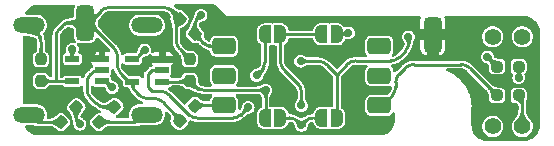
<source format=gbr>
G04 #@! TF.GenerationSoftware,KiCad,Pcbnew,(6.0.6-0)*
G04 #@! TF.CreationDate,2022-11-05T02:28:38-04:00*
G04 #@! TF.ProjectId,Twins Main PCB,5477696e-7320-44d6-9169-6e205043422e,1*
G04 #@! TF.SameCoordinates,Original*
G04 #@! TF.FileFunction,Copper,L1,Top*
G04 #@! TF.FilePolarity,Positive*
%FSLAX46Y46*%
G04 Gerber Fmt 4.6, Leading zero omitted, Abs format (unit mm)*
G04 Created by KiCad (PCBNEW (6.0.6-0)) date 2022-11-05 02:28:38*
%MOMM*%
%LPD*%
G01*
G04 APERTURE LIST*
G04 Aperture macros list*
%AMRoundRect*
0 Rectangle with rounded corners*
0 $1 Rounding radius*
0 $2 $3 $4 $5 $6 $7 $8 $9 X,Y pos of 4 corners*
0 Add a 4 corners polygon primitive as box body*
4,1,4,$2,$3,$4,$5,$6,$7,$8,$9,$2,$3,0*
0 Add four circle primitives for the rounded corners*
1,1,$1+$1,$2,$3*
1,1,$1+$1,$4,$5*
1,1,$1+$1,$6,$7*
1,1,$1+$1,$8,$9*
0 Add four rect primitives between the rounded corners*
20,1,$1+$1,$2,$3,$4,$5,0*
20,1,$1+$1,$4,$5,$6,$7,0*
20,1,$1+$1,$6,$7,$8,$9,0*
20,1,$1+$1,$8,$9,$2,$3,0*%
%AMFreePoly0*
4,1,22,0.500000,-0.750000,0.000000,-0.750000,0.000000,-0.745033,-0.079941,-0.743568,-0.215256,-0.701293,-0.333266,-0.622738,-0.424486,-0.514219,-0.481581,-0.384460,-0.499164,-0.250000,-0.500000,-0.250000,-0.500000,0.250000,-0.499164,0.250000,-0.499963,0.256109,-0.478152,0.396186,-0.417904,0.524511,-0.324060,0.630769,-0.204165,0.706417,-0.067858,0.745374,0.000000,0.744959,0.000000,0.750000,
0.500000,0.750000,0.500000,-0.750000,0.500000,-0.750000,$1*%
%AMFreePoly1*
4,1,20,0.000000,0.744959,0.073905,0.744508,0.209726,0.703889,0.328688,0.626782,0.421226,0.519385,0.479903,0.390333,0.500000,0.250000,0.500000,-0.250000,0.499851,-0.262216,0.476331,-0.402017,0.414519,-0.529596,0.319384,-0.634700,0.198574,-0.708877,0.061801,-0.746166,0.000000,-0.745033,0.000000,-0.750000,-0.500000,-0.750000,-0.500000,0.750000,0.000000,0.750000,0.000000,0.744959,
0.000000,0.744959,$1*%
G04 Aperture macros list end*
G04 #@! TA.AperFunction,ComponentPad*
%ADD10C,1.400000*%
G04 #@! TD*
G04 #@! TA.AperFunction,SMDPad,CuDef*
%ADD11RoundRect,0.237500X0.344715X-0.008839X-0.008839X0.344715X-0.344715X0.008839X0.008839X-0.344715X0*%
G04 #@! TD*
G04 #@! TA.AperFunction,SMDPad,CuDef*
%ADD12RoundRect,0.237500X0.008839X0.344715X-0.344715X-0.008839X-0.008839X-0.344715X0.344715X0.008839X0*%
G04 #@! TD*
G04 #@! TA.AperFunction,SMDPad,CuDef*
%ADD13RoundRect,0.350000X0.650000X0.350000X-0.650000X0.350000X-0.650000X-0.350000X0.650000X-0.350000X0*%
G04 #@! TD*
G04 #@! TA.AperFunction,SMDPad,CuDef*
%ADD14RoundRect,0.237500X-0.008839X-0.344715X0.344715X0.008839X0.008839X0.344715X-0.344715X-0.008839X0*%
G04 #@! TD*
G04 #@! TA.AperFunction,SMDPad,CuDef*
%ADD15RoundRect,0.350000X-0.650000X-0.350000X0.650000X-0.350000X0.650000X0.350000X-0.650000X0.350000X0*%
G04 #@! TD*
G04 #@! TA.AperFunction,SMDPad,CuDef*
%ADD16RoundRect,0.375000X0.375000X-1.125000X0.375000X1.125000X-0.375000X1.125000X-0.375000X-1.125000X0*%
G04 #@! TD*
G04 #@! TA.AperFunction,ComponentPad*
%ADD17RoundRect,0.700000X-0.625000X0.000000X0.625000X0.000000X0.625000X0.000000X-0.625000X0.000000X0*%
G04 #@! TD*
G04 #@! TA.AperFunction,SMDPad,CuDef*
%ADD18RoundRect,0.237500X0.250000X0.237500X-0.250000X0.237500X-0.250000X-0.237500X0.250000X-0.237500X0*%
G04 #@! TD*
G04 #@! TA.AperFunction,SMDPad,CuDef*
%ADD19FreePoly0,180.000000*%
G04 #@! TD*
G04 #@! TA.AperFunction,SMDPad,CuDef*
%ADD20FreePoly1,180.000000*%
G04 #@! TD*
G04 #@! TA.AperFunction,SMDPad,CuDef*
%ADD21RoundRect,0.237500X0.237500X-0.250000X0.237500X0.250000X-0.237500X0.250000X-0.237500X-0.250000X0*%
G04 #@! TD*
G04 #@! TA.AperFunction,SMDPad,CuDef*
%ADD22FreePoly0,0.000000*%
G04 #@! TD*
G04 #@! TA.AperFunction,SMDPad,CuDef*
%ADD23FreePoly1,0.000000*%
G04 #@! TD*
G04 #@! TA.AperFunction,SMDPad,CuDef*
%ADD24RoundRect,0.088500X0.516500X0.206500X-0.516500X0.206500X-0.516500X-0.206500X0.516500X-0.206500X0*%
G04 #@! TD*
G04 #@! TA.AperFunction,SMDPad,CuDef*
%ADD25RoundRect,0.237500X-0.237500X0.250000X-0.237500X-0.250000X0.237500X-0.250000X0.237500X0.250000X0*%
G04 #@! TD*
G04 #@! TA.AperFunction,ViaPad*
%ADD26C,0.700000*%
G04 #@! TD*
G04 #@! TA.AperFunction,Conductor*
%ADD27C,0.250000*%
G04 #@! TD*
G04 #@! TA.AperFunction,Conductor*
%ADD28C,0.254000*%
G04 #@! TD*
G04 APERTURE END LIST*
D10*
X162375000Y-106775000D03*
X162375000Y-99175000D03*
D11*
X134645235Y-98945235D03*
X133354765Y-97654765D03*
D12*
X134645235Y-105004765D03*
X133354765Y-106295235D03*
D10*
X150025000Y-104975000D03*
D13*
X150275000Y-104975000D03*
D14*
X126554765Y-106395235D03*
X127845235Y-105104765D03*
D10*
X159875000Y-99175000D03*
D15*
X137125000Y-102475000D03*
D10*
X137375000Y-102475000D03*
D16*
X154800000Y-98990000D03*
X125370000Y-98010000D03*
D17*
X130600000Y-105775000D03*
D18*
X162062500Y-104150000D03*
X160237500Y-104150000D03*
D13*
X150275000Y-102475000D03*
D10*
X150025000Y-102475000D03*
D19*
X141900000Y-98975000D03*
D20*
X140600000Y-98975000D03*
D17*
X120600000Y-98200000D03*
X130600000Y-98200000D03*
D18*
X162062500Y-101700000D03*
X160237500Y-101700000D03*
D21*
X134225000Y-102912500D03*
X134225000Y-101087500D03*
D14*
X123329765Y-106420235D03*
X124620235Y-105129765D03*
D17*
X120600000Y-105775000D03*
D22*
X145375000Y-98975000D03*
D23*
X146675000Y-98975000D03*
D24*
X131880000Y-102975000D03*
X131880000Y-102025000D03*
X131880000Y-101075000D03*
X129370000Y-101075000D03*
X129370000Y-102975000D03*
D19*
X141900000Y-106050000D03*
D20*
X140600000Y-106050000D03*
D10*
X159875000Y-106775000D03*
D22*
X145375000Y-106050000D03*
D23*
X146675000Y-106050000D03*
D15*
X137125000Y-104975000D03*
D10*
X137375000Y-104975000D03*
D15*
X137125000Y-99975000D03*
D10*
X137375000Y-99975000D03*
D25*
X121625000Y-101087500D03*
X121625000Y-102912500D03*
D13*
X150275000Y-99975000D03*
D10*
X150025000Y-99975000D03*
D24*
X126792500Y-102950000D03*
X126792500Y-102000000D03*
X126792500Y-101050000D03*
X124282500Y-101050000D03*
X124282500Y-102950000D03*
D26*
X162075000Y-102650000D03*
X147660000Y-98850000D03*
X124280000Y-100250000D03*
X152740000Y-99180000D03*
X130410000Y-100280000D03*
X143600000Y-101250000D03*
X135175000Y-97350000D03*
X143675000Y-105000000D03*
X124925000Y-106575000D03*
X127650000Y-103475000D03*
X139890000Y-102450000D03*
X143675000Y-106675000D03*
X140640000Y-103710000D03*
X139175000Y-105150000D03*
X159425000Y-100875000D03*
X154800000Y-100225000D03*
X128770000Y-99390000D03*
X125910000Y-100480000D03*
X133630000Y-103980000D03*
X122700000Y-104600000D03*
X126730000Y-103980000D03*
D27*
X130272658Y-106102342D02*
X130600000Y-105775000D01*
X126554765Y-106395235D02*
X129565551Y-106395235D01*
X130272690Y-106102374D02*
G75*
G02*
X129565551Y-106395235I-707090J707174D01*
G01*
X120957107Y-106132107D02*
X120600000Y-105775000D01*
X123325000Y-106425000D02*
X121664214Y-106425000D01*
X123329765Y-106420235D02*
X123325000Y-106425000D01*
X121664214Y-106424990D02*
G75*
G02*
X120957107Y-106132107I-14J999990D01*
G01*
X162075000Y-102650000D02*
X162075000Y-101700000D01*
X162082107Y-104182107D02*
X162050000Y-104150000D01*
X162375000Y-106775000D02*
X162375000Y-104889214D01*
X162374990Y-104889214D02*
G75*
G03*
X162082107Y-104182107I-999990J14D01*
G01*
D28*
X147535000Y-98975000D02*
X147660000Y-98850000D01*
X146675000Y-98975000D02*
X147535000Y-98975000D01*
D27*
X124280000Y-100250000D02*
X124280000Y-101050000D01*
X121625000Y-99639214D02*
X121625000Y-101075000D01*
X120600000Y-98200000D02*
X121332107Y-98932107D01*
X121624990Y-99639214D02*
G75*
G03*
X121332107Y-98932107I-999990J14D01*
G01*
X152740000Y-99180000D02*
X152740000Y-99725786D01*
X129615000Y-101075000D02*
X130410000Y-100280000D01*
X151250119Y-101215667D02*
X148273547Y-101215667D01*
X145110786Y-101250000D02*
X143600000Y-101250000D01*
X146675000Y-102400000D02*
X145817893Y-101542893D01*
X152447107Y-100432893D02*
X151957226Y-100922774D01*
D28*
X146675000Y-106050000D02*
X146675000Y-102400000D01*
D27*
X147566440Y-101508560D02*
X146675000Y-102400000D01*
X129370000Y-101075000D02*
X129615000Y-101075000D01*
X151957209Y-100922757D02*
G75*
G02*
X151250119Y-101215667I-707109J707057D01*
G01*
X152739990Y-99725786D02*
G75*
G02*
X152447107Y-100432893I-999990J-14D01*
G01*
X147566410Y-101508530D02*
G75*
G02*
X148273547Y-101215667I707090J-707170D01*
G01*
X145110786Y-101250010D02*
G75*
G02*
X145817893Y-101542893I14J-999990D01*
G01*
X136089214Y-99975000D02*
X137375000Y-99975000D01*
X134645235Y-98945235D02*
X135382107Y-99682107D01*
X135175000Y-97350000D02*
X134942893Y-97582107D01*
X134650000Y-98289214D02*
X134650000Y-98950000D01*
X135382100Y-99682114D02*
G75*
G03*
X136089214Y-99975000I707100J707114D01*
G01*
X134650010Y-98289214D02*
G75*
G02*
X134942893Y-97582107I999990J14D01*
G01*
X143675000Y-105000000D02*
X143675000Y-103864214D01*
X141900000Y-101260786D02*
X141900000Y-98975000D01*
X143382107Y-103157107D02*
X142192893Y-101967893D01*
X141900000Y-98975000D02*
X145375000Y-98975000D01*
X124925000Y-106575000D02*
X124917893Y-106567893D01*
X124625000Y-105860786D02*
X124625000Y-105125000D01*
X141900010Y-101260786D02*
G75*
G03*
X142192893Y-101967893I999990J-14D01*
G01*
X143674990Y-103864214D02*
G75*
G03*
X143382107Y-103157107I-999990J14D01*
G01*
X124625010Y-105860786D02*
G75*
G03*
X124917893Y-106567893I999990J-14D01*
G01*
X139890000Y-102432271D02*
X140375252Y-101947019D01*
X127125000Y-102950000D02*
X126800000Y-102950000D01*
X127650000Y-103475000D02*
X127125000Y-102950000D01*
X139890000Y-102450000D02*
X139890000Y-102432271D01*
X134675000Y-104975000D02*
X134650000Y-105000000D01*
X137375000Y-104975000D02*
X134675000Y-104975000D01*
X140600000Y-101310786D02*
X140600000Y-98975000D01*
X140600008Y-101310786D02*
G75*
G02*
X140375252Y-101947019I-1025308J4386D01*
G01*
X151952893Y-102337107D02*
X152467107Y-101822893D01*
X157912893Y-101822893D02*
X160240000Y-104150000D01*
X144714214Y-106050000D02*
X145375000Y-106050000D01*
X151660000Y-103425786D02*
X151660000Y-103044214D01*
X150817893Y-104682107D02*
X151367107Y-104132893D01*
X153174214Y-101530000D02*
X157205786Y-101530000D01*
X143675000Y-106675000D02*
X144007107Y-106342893D01*
X150025000Y-104975000D02*
X150110786Y-104975000D01*
X141900000Y-106050000D02*
X142635786Y-106050000D01*
X143342893Y-106342893D02*
X143675000Y-106675000D01*
X157912900Y-101822886D02*
G75*
G03*
X157205786Y-101530000I-707100J-707114D01*
G01*
X152467100Y-101822886D02*
G75*
G02*
X153174214Y-101530000I707100J-707114D01*
G01*
X144714214Y-106050010D02*
G75*
G03*
X144007107Y-106342893I-14J-999990D01*
G01*
X142635786Y-106050010D02*
G75*
G02*
X143342893Y-106342893I14J-999990D01*
G01*
X151659990Y-103425786D02*
G75*
G02*
X151367107Y-104132893I-999990J-14D01*
G01*
X151660010Y-103044214D02*
G75*
G02*
X151952893Y-102337107I999990J14D01*
G01*
X150817900Y-104682114D02*
G75*
G02*
X150110786Y-104975000I-707100J707114D01*
G01*
X140640000Y-106020000D02*
X140610000Y-106050000D01*
X140640000Y-103710000D02*
X140640000Y-106020000D01*
X134150000Y-102975000D02*
X134225000Y-102900000D01*
X131880000Y-102975000D02*
X134150000Y-102975000D01*
X140640000Y-103710000D02*
X135444214Y-103710000D01*
X134737107Y-103417107D02*
X134220000Y-102900000D01*
X135444214Y-103709990D02*
G75*
G02*
X134737107Y-103417107I-14J999990D01*
G01*
D28*
X126989214Y-105100000D02*
X127850000Y-105100000D01*
X126792500Y-102000000D02*
X126605978Y-102000000D01*
X125525000Y-103080978D02*
X125525000Y-103635786D01*
X125817893Y-104342893D02*
X126282107Y-104807107D01*
X125898871Y-102292893D02*
X125817893Y-102373871D01*
X126282100Y-104807114D02*
G75*
G03*
X126989214Y-105100000I707100J707114D01*
G01*
X125525010Y-103635786D02*
G75*
G03*
X125817893Y-104342893I999990J-14D01*
G01*
X125524985Y-103080978D02*
G75*
G02*
X125817894Y-102373872I1000015J-22D01*
G01*
X126605978Y-101999985D02*
G75*
G03*
X125898872Y-102292894I22J-1000015D01*
G01*
D27*
X130650000Y-102375000D02*
X131000000Y-102025000D01*
X130650000Y-103400000D02*
X130650000Y-102375000D01*
X131760786Y-103800000D02*
X131050000Y-103800000D01*
X131050000Y-103800000D02*
X130650000Y-103400000D01*
X134139651Y-105764651D02*
X132467893Y-104092893D01*
X131000000Y-102025000D02*
X131875000Y-102025000D01*
X160237500Y-101687500D02*
X159425000Y-100875000D01*
X137853242Y-106057544D02*
X134846758Y-106057544D01*
X160237500Y-101700000D02*
X160237500Y-101687500D01*
X139175000Y-105150000D02*
X138560349Y-105764651D01*
X132467900Y-104092886D02*
G75*
G03*
X131760786Y-103800000I-707100J-707114D01*
G01*
X134139663Y-105764639D02*
G75*
G03*
X134846758Y-106057544I707137J707139D01*
G01*
X137853242Y-106057561D02*
G75*
G03*
X138560349Y-105764651I-42J1000061D01*
G01*
X121650000Y-102950000D02*
X121625000Y-102925000D01*
X133057107Y-97357107D02*
X132692893Y-96992893D01*
X129662893Y-103852893D02*
X129917107Y-104107107D01*
X126707107Y-96992893D02*
X125967893Y-97732107D01*
X125260786Y-98025000D02*
X124089214Y-98025000D01*
X133090000Y-99525786D02*
X133090000Y-97910000D01*
X130624214Y-104400000D02*
X131210786Y-104400000D01*
X129370000Y-102975000D02*
X129370000Y-103145786D01*
X123382107Y-98317893D02*
X123192893Y-98507107D01*
X122900000Y-99214214D02*
X122900000Y-102950000D01*
X129375000Y-102975000D02*
X129050000Y-102975000D01*
D28*
X133354765Y-97654765D02*
X133057107Y-97357107D01*
D27*
X133350000Y-106125000D02*
X133350000Y-106275000D01*
X133090000Y-97910000D02*
X133350000Y-97650000D01*
X134225000Y-101075000D02*
X133382893Y-100232893D01*
X129050000Y-102975000D02*
X128392893Y-102317893D01*
X122900000Y-102950000D02*
X121650000Y-102950000D01*
X127809365Y-100149365D02*
X125680000Y-98020000D01*
X122900000Y-102950000D02*
X124275000Y-102950000D01*
X131985786Y-96700000D02*
X127414214Y-96700000D01*
X131917893Y-104692893D02*
X133350000Y-106125000D01*
X128102258Y-101709055D02*
X128102258Y-100856472D01*
X122900010Y-99214214D02*
G75*
G02*
X123192893Y-98507107I999990J14D01*
G01*
X133382886Y-100232900D02*
G75*
G02*
X133090000Y-99525786I707114J707100D01*
G01*
X129662886Y-103852900D02*
G75*
G02*
X129370000Y-103145786I707114J707100D01*
G01*
X129917100Y-104107114D02*
G75*
G03*
X130624214Y-104400000I707100J707114D01*
G01*
X126707100Y-96992886D02*
G75*
G02*
X127414214Y-96700000I707100J-707114D01*
G01*
X127809342Y-100149388D02*
G75*
G02*
X128102258Y-100856472I-707042J-707112D01*
G01*
X125967900Y-97732114D02*
G75*
G02*
X125260786Y-98025000I-707100J707114D01*
G01*
X131917900Y-104692886D02*
G75*
G03*
X131210786Y-104400000I-707100J-707114D01*
G01*
X128102238Y-101709057D02*
G75*
G03*
X128392893Y-102317893I1016462J111457D01*
G01*
X131985786Y-96700010D02*
G75*
G02*
X132692893Y-96992893I14J-999990D01*
G01*
X123382100Y-98317886D02*
G75*
G02*
X124089214Y-98025000I707100J-707114D01*
G01*
G04 #@! TA.AperFunction,Conductor*
G36*
X126769287Y-105971678D02*
G01*
X126846764Y-106012543D01*
X126847405Y-106012908D01*
X126919164Y-106056746D01*
X126919585Y-106057015D01*
X126982634Y-106099326D01*
X127040726Y-106139114D01*
X127040782Y-106139150D01*
X127040799Y-106139161D01*
X127097374Y-106175197D01*
X127097569Y-106175321D01*
X127157069Y-106207021D01*
X127223133Y-106233288D01*
X127262747Y-106243593D01*
X127299339Y-106253112D01*
X127299344Y-106253113D01*
X127299667Y-106253197D01*
X127390575Y-106265821D01*
X127390859Y-106265832D01*
X127390865Y-106265833D01*
X127454339Y-106268399D01*
X127488538Y-106269781D01*
X127496666Y-106273539D01*
X127499765Y-106281471D01*
X127499765Y-106508999D01*
X127496338Y-106517272D01*
X127488538Y-106520689D01*
X127449656Y-106522260D01*
X127390864Y-106524636D01*
X127390858Y-106524637D01*
X127390575Y-106524648D01*
X127299667Y-106537272D01*
X127299344Y-106537356D01*
X127299339Y-106537357D01*
X127262747Y-106546876D01*
X127223133Y-106557181D01*
X127157069Y-106583448D01*
X127097569Y-106615148D01*
X127097378Y-106615270D01*
X127097374Y-106615272D01*
X127040799Y-106651308D01*
X127040782Y-106651319D01*
X127040726Y-106651355D01*
X127040649Y-106651408D01*
X126982725Y-106691081D01*
X126982634Y-106691143D01*
X126919585Y-106733454D01*
X126919164Y-106733723D01*
X126847405Y-106777561D01*
X126846771Y-106777922D01*
X126769287Y-106818792D01*
X126760371Y-106819620D01*
X126755719Y-106816876D01*
X126714837Y-106777561D01*
X126326034Y-106403668D01*
X126322446Y-106395464D01*
X126326034Y-106386802D01*
X126435565Y-106281471D01*
X126755720Y-105973594D01*
X126764058Y-105970329D01*
X126769287Y-105971678D01*
G37*
G04 #@! TD.AperFunction*
G04 #@! TA.AperFunction,Conductor*
G36*
X130861732Y-105558090D02*
G01*
X130869610Y-105562347D01*
X130872170Y-105570928D01*
X130871735Y-105573103D01*
X130675645Y-106223934D01*
X130602486Y-106466750D01*
X130596818Y-106473683D01*
X130591385Y-106475075D01*
X130454587Y-106476266D01*
X130330563Y-106479704D01*
X130260915Y-106482955D01*
X130222113Y-106484766D01*
X130222092Y-106484767D01*
X130222032Y-106484770D01*
X130182286Y-106487242D01*
X130123111Y-106490921D01*
X130123100Y-106490922D01*
X130027872Y-106497617D01*
X130027853Y-106497618D01*
X129974682Y-106501272D01*
X129930452Y-106504312D01*
X129824960Y-106510463D01*
X129824942Y-106510464D01*
X129705528Y-106515527D01*
X129705361Y-106515532D01*
X129566245Y-106518964D01*
X129566046Y-106518968D01*
X129494164Y-106519520D01*
X129412756Y-106520145D01*
X129404458Y-106516781D01*
X129400967Y-106508445D01*
X129400967Y-106280908D01*
X129404394Y-106272635D01*
X129411595Y-106269257D01*
X129531580Y-106258217D01*
X129582179Y-106240820D01*
X129630466Y-106224218D01*
X129630468Y-106224217D01*
X129631291Y-106223934D01*
X129705560Y-106170037D01*
X129759848Y-106099179D01*
X129799614Y-106014010D01*
X129830318Y-105917185D01*
X129857415Y-105811375D01*
X129857429Y-105811356D01*
X129857420Y-105811354D01*
X129886308Y-105699457D01*
X129886471Y-105698886D01*
X129922499Y-105583804D01*
X129922876Y-105582774D01*
X129968363Y-105474355D01*
X129974724Y-105468051D01*
X129980352Y-105467243D01*
X130861732Y-105558090D01*
G37*
G04 #@! TD.AperFunction*
G04 #@! TA.AperFunction,Conductor*
G36*
X123124584Y-106000628D02*
G01*
X123558400Y-106409508D01*
X123562070Y-106417676D01*
X123558569Y-106426372D01*
X123216905Y-106761599D01*
X123133050Y-106843874D01*
X123124745Y-106847222D01*
X123119506Y-106845928D01*
X123115512Y-106843874D01*
X123040852Y-106805484D01*
X123040212Y-106805129D01*
X122967400Y-106761735D01*
X122966978Y-106761472D01*
X122903005Y-106719560D01*
X122902909Y-106719496D01*
X122844175Y-106680184D01*
X122844085Y-106680124D01*
X122817027Y-106663261D01*
X122786655Y-106644332D01*
X122786642Y-106644325D01*
X122786471Y-106644218D01*
X122726220Y-106612766D01*
X122659390Y-106586693D01*
X122582038Y-106566924D01*
X122581714Y-106566880D01*
X122581705Y-106566878D01*
X122532371Y-106560141D01*
X122490222Y-106554385D01*
X122489955Y-106554374D01*
X122489951Y-106554374D01*
X122404551Y-106550977D01*
X122391235Y-106550447D01*
X122383105Y-106546694D01*
X122380000Y-106538756D01*
X122380000Y-106311240D01*
X122383427Y-106302967D01*
X122391230Y-106299549D01*
X122437204Y-106297701D01*
X122489406Y-106295603D01*
X122489687Y-106295564D01*
X122489689Y-106295564D01*
X122514496Y-106292135D01*
X122580521Y-106283010D01*
X122657239Y-106263118D01*
X122657579Y-106262983D01*
X122723148Y-106236946D01*
X122723152Y-106236944D01*
X122723457Y-106236823D01*
X122723746Y-106236669D01*
X122723750Y-106236667D01*
X122748030Y-106223715D01*
X122783071Y-106205024D01*
X122786999Y-106202511D01*
X122839870Y-106168684D01*
X122839890Y-106168671D01*
X122839977Y-106168615D01*
X122898070Y-106128495D01*
X122961065Y-106085685D01*
X122961418Y-106085455D01*
X123033113Y-106040890D01*
X123033729Y-106040533D01*
X123111005Y-105998845D01*
X123119912Y-105997933D01*
X123124584Y-106000628D01*
G37*
G04 #@! TD.AperFunction*
G04 #@! TA.AperFunction,Conductor*
G36*
X121234216Y-105482478D02*
G01*
X121237538Y-105487113D01*
X121280992Y-105597293D01*
X121281353Y-105598355D01*
X121315010Y-105715498D01*
X121315160Y-105716075D01*
X121341614Y-105830215D01*
X121366328Y-105938319D01*
X121394810Y-106037352D01*
X121432635Y-106124557D01*
X121485375Y-106197180D01*
X121486065Y-106197701D01*
X121486067Y-106197703D01*
X121557890Y-106251927D01*
X121558603Y-106252465D01*
X121559445Y-106252763D01*
X121559446Y-106252764D01*
X121639497Y-106281137D01*
X121657893Y-106287657D01*
X121658609Y-106287724D01*
X121658611Y-106287725D01*
X121778217Y-106299001D01*
X121786132Y-106303189D01*
X121788819Y-106310649D01*
X121788819Y-106538149D01*
X121785392Y-106546422D01*
X121776969Y-106549848D01*
X121625091Y-106547902D01*
X121624759Y-106547893D01*
X121585794Y-106546286D01*
X121486856Y-106542207D01*
X121486548Y-106542190D01*
X121368377Y-106533810D01*
X121368102Y-106533786D01*
X121318500Y-106528947D01*
X121263771Y-106523606D01*
X121263570Y-106523584D01*
X121229306Y-106519643D01*
X121167249Y-106512503D01*
X121167220Y-106512488D01*
X121167219Y-106512500D01*
X121072906Y-106501400D01*
X121035653Y-106497523D01*
X120974938Y-106491203D01*
X120974898Y-106491199D01*
X120867324Y-106482800D01*
X120744315Y-106477100D01*
X120677112Y-106476122D01*
X120608617Y-106475125D01*
X120600394Y-106471578D01*
X120597564Y-106466734D01*
X120332622Y-105567830D01*
X120333570Y-105558925D01*
X120340537Y-105553299D01*
X120342878Y-105552862D01*
X121225689Y-105479746D01*
X121234216Y-105482478D01*
G37*
G04 #@! TD.AperFunction*
G04 #@! TA.AperFunction,Conductor*
G36*
X162196938Y-101963427D02*
G01*
X162200359Y-101971329D01*
X162202487Y-102038459D01*
X162209688Y-102104545D01*
X162221211Y-102160839D01*
X162236665Y-102209921D01*
X162236776Y-102210180D01*
X162236779Y-102210189D01*
X162245421Y-102230413D01*
X162255658Y-102254371D01*
X162277798Y-102296768D01*
X162302694Y-102339693D01*
X162326383Y-102379696D01*
X162329873Y-102385590D01*
X162329988Y-102385787D01*
X162359088Y-102437276D01*
X162359288Y-102437647D01*
X162385040Y-102487782D01*
X162386182Y-102490006D01*
X162386914Y-102498931D01*
X162384208Y-102503462D01*
X162205050Y-102689764D01*
X162203632Y-102691238D01*
X162203631Y-102691239D01*
X162083433Y-102816231D01*
X162075229Y-102819819D01*
X162066567Y-102816231D01*
X161765792Y-102503462D01*
X161762527Y-102495123D01*
X161763818Y-102490006D01*
X161790701Y-102437668D01*
X161790922Y-102437257D01*
X161819995Y-102385816D01*
X161820114Y-102385612D01*
X161847282Y-102339732D01*
X161847336Y-102339640D01*
X161872131Y-102296889D01*
X161872134Y-102296883D01*
X161872201Y-102296768D01*
X161894341Y-102254371D01*
X161904578Y-102230413D01*
X161913220Y-102210189D01*
X161913223Y-102210180D01*
X161913334Y-102209921D01*
X161928788Y-102160839D01*
X161940311Y-102104545D01*
X161947512Y-102038459D01*
X161949641Y-101971329D01*
X161953328Y-101963169D01*
X161961335Y-101960000D01*
X162188665Y-101960000D01*
X162196938Y-101963427D01*
G37*
G04 #@! TD.AperFunction*
G04 #@! TA.AperFunction,Conductor*
G36*
X162348779Y-102240999D02*
G01*
X162354772Y-102247653D01*
X162355115Y-102254313D01*
X162318799Y-102404219D01*
X162272899Y-102580185D01*
X162235789Y-102695610D01*
X162233665Y-102699488D01*
X162227002Y-102707540D01*
X162219088Y-102711729D01*
X162210529Y-102709095D01*
X162206362Y-102701393D01*
X162205709Y-102695599D01*
X162200000Y-102645000D01*
X162120563Y-102645000D01*
X162104596Y-102670400D01*
X162095769Y-102670400D01*
X162087496Y-102666973D01*
X162084069Y-102658700D01*
X162085864Y-102652473D01*
X162090562Y-102645000D01*
X162120563Y-102645000D01*
X162160825Y-102580950D01*
X162232136Y-102450528D01*
X162294761Y-102326015D01*
X162304819Y-102306017D01*
X162306623Y-102302234D01*
X162333183Y-102246525D01*
X162339837Y-102240532D01*
X162348779Y-102240999D01*
G37*
G04 #@! TD.AperFunction*
G04 #@! TA.AperFunction,Conductor*
G36*
X162497130Y-105388427D02*
G01*
X162500543Y-105396130D01*
X162507955Y-105548000D01*
X162530530Y-105682183D01*
X162565788Y-105793810D01*
X162611792Y-105889148D01*
X162666604Y-105974459D01*
X162728288Y-106056009D01*
X162728342Y-106056077D01*
X162728345Y-106056081D01*
X162794800Y-106139927D01*
X162794991Y-106140174D01*
X162864299Y-106232583D01*
X162864725Y-106233190D01*
X162934927Y-106340318D01*
X162935434Y-106341168D01*
X163000938Y-106462363D01*
X163001857Y-106471270D01*
X162999078Y-106476036D01*
X162383433Y-107116231D01*
X162375229Y-107119819D01*
X162366567Y-107116231D01*
X161750922Y-106476036D01*
X161747657Y-106467697D01*
X161749062Y-106462363D01*
X161814565Y-106341168D01*
X161815072Y-106340318D01*
X161885274Y-106233190D01*
X161885700Y-106232583D01*
X161955008Y-106140174D01*
X161955199Y-106139927D01*
X162021654Y-106056081D01*
X162021657Y-106056077D01*
X162021711Y-106056009D01*
X162083395Y-105974459D01*
X162138207Y-105889148D01*
X162184211Y-105793810D01*
X162219469Y-105682183D01*
X162242044Y-105548000D01*
X162249457Y-105396130D01*
X162253283Y-105388033D01*
X162261143Y-105385000D01*
X162488857Y-105385000D01*
X162497130Y-105388427D01*
G37*
G04 #@! TD.AperFunction*
G04 #@! TA.AperFunction,Conductor*
G36*
X161951130Y-103951447D02*
G01*
X162456371Y-104122529D01*
X162529467Y-104147280D01*
X162536205Y-104153179D01*
X162537414Y-104158480D01*
X162536451Y-104253761D01*
X162536446Y-104254017D01*
X162533604Y-104342804D01*
X162533593Y-104343057D01*
X162529407Y-104421075D01*
X162529395Y-104421278D01*
X162524300Y-104492944D01*
X162518750Y-104562280D01*
X162513200Y-104633386D01*
X162508099Y-104710428D01*
X162508094Y-104710532D01*
X162505849Y-104757131D01*
X162503900Y-104797570D01*
X162503899Y-104797613D01*
X162503898Y-104797633D01*
X162501050Y-104898978D01*
X162500102Y-105007221D01*
X162496602Y-105015464D01*
X162488402Y-105018819D01*
X162260913Y-105018819D01*
X162252640Y-105015392D01*
X162249241Y-105007932D01*
X162249192Y-105007221D01*
X162243895Y-104931207D01*
X162226318Y-104860388D01*
X162198375Y-104803452D01*
X162190505Y-104793730D01*
X162161528Y-104757932D01*
X162161524Y-104757928D01*
X162161172Y-104757493D01*
X162115816Y-104719602D01*
X162115486Y-104719396D01*
X162115482Y-104719393D01*
X162086856Y-104701516D01*
X162063411Y-104686874D01*
X162063239Y-104686784D01*
X162063230Y-104686779D01*
X162005113Y-104656424D01*
X162005086Y-104656411D01*
X162005064Y-104656399D01*
X161958341Y-104633380D01*
X161941995Y-104625327D01*
X161941781Y-104625219D01*
X161875265Y-104590735D01*
X161874691Y-104590417D01*
X161812731Y-104553745D01*
X161807357Y-104546582D01*
X161807267Y-104541146D01*
X161935965Y-103960002D01*
X161941099Y-103952666D01*
X161949918Y-103951109D01*
X161951130Y-103951447D01*
G37*
G04 #@! TD.AperFunction*
G04 #@! TA.AperFunction,Conductor*
G36*
X147414519Y-98611491D02*
G01*
X147507122Y-98651598D01*
X147812793Y-98783987D01*
X147819023Y-98790419D01*
X147818689Y-98799789D01*
X147798807Y-98841180D01*
X147630804Y-99190926D01*
X147624133Y-99196900D01*
X147618888Y-99197479D01*
X147587246Y-99193748D01*
X147550866Y-99189457D01*
X147550344Y-99189384D01*
X147484996Y-99178461D01*
X147484508Y-99178368D01*
X147426765Y-99166167D01*
X147426473Y-99166102D01*
X147373027Y-99153249D01*
X147372972Y-99153235D01*
X147321043Y-99140480D01*
X147321027Y-99140476D01*
X147320953Y-99140458D01*
X147320922Y-99140451D01*
X147320905Y-99140447D01*
X147295822Y-99134834D01*
X147267290Y-99128449D01*
X147267204Y-99128433D01*
X147267192Y-99128431D01*
X147209096Y-99117936D01*
X147209089Y-99117935D01*
X147208951Y-99117910D01*
X147208804Y-99117891D01*
X147208795Y-99117890D01*
X147142999Y-99109549D01*
X147142994Y-99109548D01*
X147142848Y-99109530D01*
X147142716Y-99109521D01*
X147142701Y-99109519D01*
X147110291Y-99107189D01*
X147065893Y-99103997D01*
X146975000Y-99102000D01*
X146975000Y-98848000D01*
X147043235Y-98845351D01*
X147100966Y-98837516D01*
X147101299Y-98837429D01*
X147101308Y-98837427D01*
X147149645Y-98824767D01*
X147149648Y-98824766D01*
X147150045Y-98824662D01*
X147192323Y-98806957D01*
X147229655Y-98784568D01*
X147263891Y-98757661D01*
X147296886Y-98726405D01*
X147296983Y-98726303D01*
X147330467Y-98690992D01*
X147330531Y-98690922D01*
X147366480Y-98651598D01*
X147366559Y-98651512D01*
X147401314Y-98614247D01*
X147409462Y-98610534D01*
X147414519Y-98611491D01*
G37*
G04 #@! TD.AperFunction*
G04 #@! TA.AperFunction,Conductor*
G36*
X146791320Y-98753587D02*
G01*
X146810781Y-98763085D01*
X146823606Y-98769345D01*
X146858880Y-98786425D01*
X146891301Y-98801296D01*
X146922377Y-98814009D01*
X146922543Y-98814065D01*
X146922550Y-98814068D01*
X146947665Y-98822598D01*
X146953615Y-98824619D01*
X146986522Y-98833179D01*
X147022606Y-98839744D01*
X147063376Y-98844366D01*
X147110338Y-98847100D01*
X147165000Y-98848000D01*
X147165000Y-99102000D01*
X147110338Y-99102899D01*
X147077340Y-99104820D01*
X147076961Y-99104842D01*
X147076954Y-99104842D01*
X147063527Y-99105624D01*
X147063520Y-99105625D01*
X147063376Y-99105633D01*
X147022606Y-99110255D01*
X146986522Y-99116820D01*
X146953615Y-99125380D01*
X146953406Y-99125451D01*
X146922550Y-99135931D01*
X146922543Y-99135934D01*
X146922377Y-99135990D01*
X146891301Y-99148703D01*
X146858880Y-99163574D01*
X146823606Y-99180654D01*
X146807177Y-99188673D01*
X146791320Y-99196413D01*
X146782382Y-99196963D01*
X146778078Y-99194332D01*
X146746066Y-99163548D01*
X146558769Y-98983433D01*
X146555181Y-98975229D01*
X146558769Y-98966567D01*
X146690627Y-98839766D01*
X146778078Y-98755668D01*
X146786417Y-98752403D01*
X146791320Y-98753587D01*
G37*
G04 #@! TD.AperFunction*
G04 #@! TA.AperFunction,Conductor*
G36*
X124288433Y-100083769D02*
G01*
X124589208Y-100396538D01*
X124592473Y-100404877D01*
X124591182Y-100409994D01*
X124564288Y-100462352D01*
X124564088Y-100462723D01*
X124545737Y-100495192D01*
X124535004Y-100514183D01*
X124534885Y-100514387D01*
X124507717Y-100560267D01*
X124507694Y-100560306D01*
X124482798Y-100603231D01*
X124460658Y-100645628D01*
X124450421Y-100669586D01*
X124441779Y-100689810D01*
X124441776Y-100689819D01*
X124441665Y-100690078D01*
X124426211Y-100739160D01*
X124414688Y-100795454D01*
X124407487Y-100861540D01*
X124405000Y-100940000D01*
X124155000Y-100940000D01*
X124152512Y-100861540D01*
X124145311Y-100795454D01*
X124133788Y-100739160D01*
X124118334Y-100690078D01*
X124118223Y-100689819D01*
X124118220Y-100689810D01*
X124109578Y-100669586D01*
X124099341Y-100645628D01*
X124077201Y-100603231D01*
X124052305Y-100560306D01*
X124052282Y-100560267D01*
X124025114Y-100514387D01*
X124024995Y-100514183D01*
X124014262Y-100495192D01*
X123995911Y-100462723D01*
X123995711Y-100462352D01*
X123968818Y-100409994D01*
X123968086Y-100401069D01*
X123970792Y-100396538D01*
X124271567Y-100083769D01*
X124279771Y-100080181D01*
X124288433Y-100083769D01*
G37*
G04 #@! TD.AperFunction*
G04 #@! TA.AperFunction,Conductor*
G36*
X124406617Y-100530765D02*
G01*
X124411382Y-100586663D01*
X124419161Y-100634698D01*
X124429822Y-100676875D01*
X124438244Y-100700943D01*
X124443232Y-100715197D01*
X124443322Y-100715401D01*
X124443324Y-100715407D01*
X124443969Y-100716873D01*
X124459259Y-100751668D01*
X124477770Y-100788293D01*
X124477781Y-100788314D01*
X124477789Y-100788329D01*
X124498630Y-100827071D01*
X124498632Y-100827075D01*
X124521671Y-100869940D01*
X124521753Y-100870096D01*
X124539052Y-100903853D01*
X124543108Y-100911767D01*
X124543832Y-100920693D01*
X124541199Y-100925140D01*
X124292128Y-101188652D01*
X124283954Y-101192310D01*
X124275262Y-101188797D01*
X124021689Y-100929620D01*
X124018353Y-100921310D01*
X124019551Y-100916279D01*
X124040343Y-100873957D01*
X124040451Y-100873742D01*
X124062931Y-100830270D01*
X124062941Y-100830250D01*
X124083343Y-100790980D01*
X124101498Y-100753934D01*
X124117250Y-100717100D01*
X124117901Y-100715197D01*
X124121637Y-100704262D01*
X124130459Y-100678446D01*
X124140981Y-100635941D01*
X124148674Y-100587552D01*
X124153394Y-100531249D01*
X124155000Y-100465000D01*
X124405000Y-100465000D01*
X124406617Y-100530765D01*
G37*
G04 #@! TD.AperFunction*
G04 #@! TA.AperFunction,Conductor*
G36*
X121747024Y-100133427D02*
G01*
X121750442Y-100141240D01*
X121754354Y-100240824D01*
X121766828Y-100333188D01*
X121786534Y-100411033D01*
X121812585Y-100478299D01*
X121844095Y-100538928D01*
X121880178Y-100596860D01*
X121880232Y-100596940D01*
X121919898Y-100655966D01*
X121919946Y-100656038D01*
X121962391Y-100720218D01*
X121962641Y-100720614D01*
X122006809Y-100793589D01*
X122007156Y-100794203D01*
X122048573Y-100872983D01*
X122049390Y-100881900D01*
X122046651Y-100886535D01*
X121633433Y-101316231D01*
X121625229Y-101319819D01*
X121616567Y-101316231D01*
X121203350Y-100886536D01*
X121200085Y-100878198D01*
X121201427Y-100872983D01*
X121242843Y-100794203D01*
X121243190Y-100793589D01*
X121287358Y-100720614D01*
X121287608Y-100720218D01*
X121330005Y-100656110D01*
X121330053Y-100656038D01*
X121369767Y-100596940D01*
X121369821Y-100596860D01*
X121405904Y-100538928D01*
X121437414Y-100478299D01*
X121463465Y-100411033D01*
X121483171Y-100333188D01*
X121495645Y-100240824D01*
X121499558Y-100141240D01*
X121503307Y-100133108D01*
X121511249Y-100130000D01*
X121738751Y-100130000D01*
X121747024Y-100133427D01*
G37*
G04 #@! TD.AperFunction*
G04 #@! TA.AperFunction,Conductor*
G36*
X120366776Y-97955348D02*
G01*
X121076887Y-98096472D01*
X121289279Y-98138682D01*
X121296725Y-98143656D01*
X121298587Y-98148559D01*
X121321713Y-98316374D01*
X121359238Y-98463234D01*
X121359354Y-98463541D01*
X121359357Y-98463550D01*
X121406673Y-98588610D01*
X121406767Y-98588858D01*
X121461041Y-98701218D01*
X121461116Y-98701357D01*
X121518755Y-98808197D01*
X121518803Y-98808286D01*
X121576640Y-98917743D01*
X121576938Y-98918350D01*
X121631531Y-99037942D01*
X121631931Y-99038935D01*
X121673513Y-99157694D01*
X121680229Y-99176876D01*
X121680573Y-99178052D01*
X121719427Y-99342504D01*
X121719640Y-99343668D01*
X121744294Y-99531124D01*
X121741975Y-99539774D01*
X121733692Y-99544307D01*
X121539147Y-99560957D01*
X121507494Y-99563666D01*
X121498958Y-99560957D01*
X121494968Y-99554010D01*
X121493284Y-99544307D01*
X121466374Y-99389282D01*
X121410785Y-99255746D01*
X121332620Y-99157058D01*
X121234460Y-99086304D01*
X121233875Y-99086052D01*
X121233871Y-99086050D01*
X121123219Y-99038434D01*
X121118890Y-99036571D01*
X121118495Y-99036463D01*
X121118492Y-99036462D01*
X120988683Y-99000997D01*
X120988678Y-99000996D01*
X120988492Y-99000945D01*
X120988301Y-99000907D01*
X120988297Y-99000906D01*
X120845849Y-98972512D01*
X120693732Y-98944392D01*
X120693364Y-98944318D01*
X120534568Y-98909657D01*
X120533753Y-98909448D01*
X120481785Y-98894120D01*
X120378497Y-98863655D01*
X120371532Y-98858029D01*
X120370110Y-98852663D01*
X120369243Y-98808286D01*
X120352797Y-97967052D01*
X120356062Y-97958714D01*
X120364266Y-97955126D01*
X120366776Y-97955348D01*
G37*
G04 #@! TD.AperFunction*
G04 #@! TA.AperFunction,Conductor*
G36*
X152748433Y-99013769D02*
G01*
X153049468Y-99326808D01*
X153052733Y-99335147D01*
X153051663Y-99339810D01*
X153014867Y-99419745D01*
X152983655Y-99496322D01*
X152959211Y-99565496D01*
X152959171Y-99565626D01*
X152959170Y-99565630D01*
X152939412Y-99630371D01*
X152939404Y-99630398D01*
X152939382Y-99630471D01*
X152922017Y-99694451D01*
X152921998Y-99694526D01*
X152921991Y-99694551D01*
X152904979Y-99760572D01*
X152904962Y-99760638D01*
X152886091Y-99832134D01*
X152886029Y-99832359D01*
X152863217Y-99912292D01*
X152863130Y-99912581D01*
X152834166Y-100004372D01*
X152834078Y-100004634D01*
X152811208Y-100070203D01*
X152800698Y-100100336D01*
X152794738Y-100107019D01*
X152785639Y-100107474D01*
X152572442Y-100029655D01*
X152565846Y-100023599D01*
X152565290Y-100015162D01*
X152590967Y-99933312D01*
X152590968Y-99933306D01*
X152591062Y-99933008D01*
X152606710Y-99852050D01*
X152610373Y-99780459D01*
X152603534Y-99715747D01*
X152587675Y-99655425D01*
X152564280Y-99597004D01*
X152534832Y-99537996D01*
X152500813Y-99475912D01*
X152463791Y-99408414D01*
X152463632Y-99408114D01*
X152428797Y-99339987D01*
X152428081Y-99331060D01*
X152430781Y-99326550D01*
X152731567Y-99013769D01*
X152739771Y-99010181D01*
X152748433Y-99013769D01*
G37*
G04 #@! TD.AperFunction*
G04 #@! TA.AperFunction,Conductor*
G36*
X130529917Y-100159760D02*
G01*
X130533505Y-100168422D01*
X130525024Y-100602261D01*
X130521436Y-100610465D01*
X130516905Y-100613171D01*
X130460879Y-100631172D01*
X130460432Y-100631306D01*
X130403518Y-100647118D01*
X130403290Y-100647179D01*
X130351584Y-100660422D01*
X130351545Y-100660432D01*
X130303779Y-100673130D01*
X130303755Y-100673137D01*
X130303627Y-100673171D01*
X130303492Y-100673214D01*
X130303483Y-100673216D01*
X130258211Y-100687426D01*
X130258199Y-100687430D01*
X130257993Y-100687495D01*
X130213132Y-100705496D01*
X130167498Y-100729275D01*
X130119544Y-100760932D01*
X130067722Y-100802571D01*
X130067555Y-100802728D01*
X130018750Y-100848534D01*
X130010372Y-100851697D01*
X130002470Y-100848276D01*
X129841724Y-100687530D01*
X129838297Y-100679257D01*
X129841466Y-100671250D01*
X129887271Y-100622444D01*
X129887428Y-100622277D01*
X129929067Y-100570455D01*
X129960724Y-100522501D01*
X129984503Y-100476867D01*
X130002504Y-100432006D01*
X130002569Y-100431800D01*
X130002573Y-100431788D01*
X130016783Y-100386516D01*
X130016785Y-100386507D01*
X130016828Y-100386372D01*
X130016862Y-100386244D01*
X130016869Y-100386220D01*
X130029567Y-100338454D01*
X130029577Y-100338415D01*
X130042820Y-100286709D01*
X130042881Y-100286481D01*
X130058693Y-100229567D01*
X130058827Y-100229120D01*
X130076829Y-100173095D01*
X130082622Y-100166267D01*
X130087739Y-100164976D01*
X130521578Y-100156495D01*
X130529917Y-100159760D01*
G37*
G04 #@! TD.AperFunction*
G04 #@! TA.AperFunction,Conductor*
G36*
X129792632Y-100736446D02*
G01*
X129953198Y-100897012D01*
X129956625Y-100905285D01*
X129953188Y-100913567D01*
X129908763Y-100957883D01*
X129863684Y-101002614D01*
X129824580Y-101041204D01*
X129789791Y-101075370D01*
X129757654Y-101106829D01*
X129726508Y-101137296D01*
X129694691Y-101168490D01*
X129660541Y-101202127D01*
X129622396Y-101239923D01*
X129584660Y-101277550D01*
X129576382Y-101280965D01*
X129571000Y-101279645D01*
X129357287Y-101168490D01*
X129236715Y-101105779D01*
X129230957Y-101098921D01*
X129231734Y-101090000D01*
X129232719Y-101088427D01*
X129447985Y-100798352D01*
X129455667Y-100793750D01*
X129460577Y-100794069D01*
X129472901Y-100797570D01*
X129491435Y-100802835D01*
X129511602Y-100807869D01*
X129527128Y-100811744D01*
X129527133Y-100811745D01*
X129527313Y-100811790D01*
X129561015Y-100818040D01*
X129561291Y-100818065D01*
X129561294Y-100818065D01*
X129592756Y-100820868D01*
X129592764Y-100820868D01*
X129593121Y-100820900D01*
X129593483Y-100820886D01*
X129593489Y-100820886D01*
X129623758Y-100819703D01*
X129623762Y-100819702D01*
X129624210Y-100819685D01*
X129624647Y-100819600D01*
X129624654Y-100819599D01*
X129654397Y-100813801D01*
X129654399Y-100813800D01*
X129654863Y-100813710D01*
X129655305Y-100813546D01*
X129655309Y-100813545D01*
X129685237Y-100802448D01*
X129685243Y-100802445D01*
X129685659Y-100802291D01*
X129686049Y-100802074D01*
X129686053Y-100802072D01*
X129704394Y-100791860D01*
X129717178Y-100784742D01*
X129750000Y-100760380D01*
X129776448Y-100736099D01*
X129784858Y-100733030D01*
X129792632Y-100736446D01*
G37*
G04 #@! TD.AperFunction*
G04 #@! TA.AperFunction,Conductor*
G36*
X143759994Y-100938818D02*
G01*
X143812352Y-100965711D01*
X143812723Y-100965911D01*
X143845192Y-100984262D01*
X143864183Y-100994995D01*
X143864387Y-100995114D01*
X143910267Y-101022282D01*
X143910306Y-101022305D01*
X143953231Y-101047201D01*
X143995628Y-101069341D01*
X144019586Y-101079578D01*
X144039810Y-101088220D01*
X144039819Y-101088223D01*
X144040078Y-101088334D01*
X144040352Y-101088420D01*
X144040354Y-101088421D01*
X144088880Y-101103700D01*
X144088883Y-101103701D01*
X144089160Y-101103788D01*
X144089448Y-101103847D01*
X144089452Y-101103848D01*
X144106338Y-101107304D01*
X144145454Y-101115311D01*
X144145725Y-101115341D01*
X144145728Y-101115341D01*
X144211316Y-101122488D01*
X144211326Y-101122489D01*
X144211540Y-101122512D01*
X144231449Y-101123143D01*
X144278671Y-101124641D01*
X144286831Y-101128328D01*
X144290000Y-101136335D01*
X144290000Y-101363665D01*
X144286573Y-101371938D01*
X144278671Y-101375359D01*
X144244767Y-101376434D01*
X144211540Y-101377487D01*
X144211326Y-101377510D01*
X144211316Y-101377511D01*
X144145728Y-101384658D01*
X144145725Y-101384658D01*
X144145454Y-101384688D01*
X144106338Y-101392695D01*
X144089452Y-101396151D01*
X144089448Y-101396152D01*
X144089160Y-101396211D01*
X144088883Y-101396298D01*
X144088880Y-101396299D01*
X144040354Y-101411578D01*
X144040078Y-101411665D01*
X144039819Y-101411776D01*
X144039810Y-101411779D01*
X144019586Y-101420421D01*
X143995628Y-101430658D01*
X143953231Y-101452798D01*
X143953116Y-101452865D01*
X143953110Y-101452868D01*
X143910306Y-101477694D01*
X143910267Y-101477717D01*
X143864387Y-101504885D01*
X143864183Y-101505004D01*
X143845192Y-101515737D01*
X143812723Y-101534088D01*
X143812352Y-101534288D01*
X143763837Y-101559208D01*
X143759994Y-101561182D01*
X143751069Y-101561914D01*
X143746538Y-101559208D01*
X143661797Y-101477717D01*
X143433769Y-101258433D01*
X143430181Y-101250229D01*
X143433769Y-101241567D01*
X143543198Y-101136335D01*
X143746538Y-100940792D01*
X143754877Y-100937527D01*
X143759994Y-100938818D01*
G37*
G04 #@! TD.AperFunction*
G04 #@! TA.AperFunction,Conductor*
G36*
X146798764Y-105563427D02*
G01*
X146802189Y-105571507D01*
X146802899Y-105614661D01*
X146805633Y-105661623D01*
X146810255Y-105702393D01*
X146816820Y-105738477D01*
X146825380Y-105771384D01*
X146835990Y-105802622D01*
X146848703Y-105833698D01*
X146863574Y-105866119D01*
X146863612Y-105866197D01*
X146880652Y-105901388D01*
X146880654Y-105901393D01*
X146896413Y-105933680D01*
X146896963Y-105942618D01*
X146894332Y-105946922D01*
X146683433Y-106166231D01*
X146675229Y-106169819D01*
X146666567Y-106166231D01*
X146455668Y-105946922D01*
X146452403Y-105938583D01*
X146453586Y-105933680D01*
X146469345Y-105901393D01*
X146486425Y-105866119D01*
X146501296Y-105833698D01*
X146514009Y-105802622D01*
X146524619Y-105771384D01*
X146533179Y-105738477D01*
X146539744Y-105702393D01*
X146544366Y-105661623D01*
X146547100Y-105614661D01*
X146547811Y-105571507D01*
X146551373Y-105563292D01*
X146559509Y-105560000D01*
X146790491Y-105560000D01*
X146798764Y-105563427D01*
G37*
G04 #@! TD.AperFunction*
G04 #@! TA.AperFunction,Conductor*
G36*
X137076007Y-99350894D02*
G01*
X137714519Y-99964921D01*
X137718107Y-99973125D01*
X137714842Y-99981464D01*
X137712911Y-99983081D01*
X136930870Y-100505840D01*
X136922089Y-100507589D01*
X136917449Y-100505547D01*
X136759238Y-100389457D01*
X136605073Y-100308146D01*
X136458305Y-100256057D01*
X136457998Y-100255985D01*
X136457990Y-100255983D01*
X136315836Y-100222819D01*
X136315825Y-100222817D01*
X136315676Y-100222782D01*
X136315521Y-100222755D01*
X136315517Y-100222754D01*
X136173998Y-100197927D01*
X136173876Y-100197905D01*
X136030221Y-100171124D01*
X136029397Y-100170939D01*
X135880722Y-100131949D01*
X135879426Y-100131527D01*
X135722173Y-100069983D01*
X135720735Y-100069305D01*
X135551319Y-99974762D01*
X135550024Y-99973922D01*
X135374415Y-99842879D01*
X135369834Y-99835185D01*
X135372463Y-99825965D01*
X135518570Y-99652494D01*
X135526521Y-99648374D01*
X135534303Y-99650499D01*
X135697656Y-99766766D01*
X135697663Y-99766770D01*
X135698159Y-99767123D01*
X135698719Y-99767367D01*
X135698722Y-99767369D01*
X135767916Y-99797548D01*
X135857456Y-99836601D01*
X135858194Y-99836716D01*
X135858196Y-99836717D01*
X135953890Y-99851681D01*
X136006896Y-99859970D01*
X136149966Y-99844522D01*
X136290152Y-99797548D01*
X136430941Y-99726341D01*
X136431124Y-99726230D01*
X136431136Y-99726223D01*
X136575725Y-99638249D01*
X136575822Y-99638190D01*
X136728198Y-99540442D01*
X136728389Y-99540322D01*
X136891516Y-99440404D01*
X136892110Y-99440064D01*
X137062380Y-99349010D01*
X137071291Y-99348130D01*
X137076007Y-99350894D01*
G37*
G04 #@! TD.AperFunction*
G04 #@! TA.AperFunction,Conductor*
G36*
X137076007Y-99350894D02*
G01*
X137714519Y-99964921D01*
X137718107Y-99973125D01*
X137714842Y-99981464D01*
X137712911Y-99983081D01*
X136930870Y-100505840D01*
X136922089Y-100507589D01*
X136917449Y-100505547D01*
X136759238Y-100389457D01*
X136605073Y-100308146D01*
X136458305Y-100256057D01*
X136457998Y-100255985D01*
X136457990Y-100255983D01*
X136315836Y-100222819D01*
X136315825Y-100222817D01*
X136315676Y-100222782D01*
X136315521Y-100222755D01*
X136315517Y-100222754D01*
X136173998Y-100197927D01*
X136173876Y-100197905D01*
X136030221Y-100171124D01*
X136029397Y-100170939D01*
X135880722Y-100131949D01*
X135879426Y-100131527D01*
X135722173Y-100069983D01*
X135720735Y-100069305D01*
X135551319Y-99974762D01*
X135550024Y-99973922D01*
X135374415Y-99842879D01*
X135369834Y-99835185D01*
X135372463Y-99825965D01*
X135518570Y-99652494D01*
X135526521Y-99648374D01*
X135534303Y-99650499D01*
X135697656Y-99766766D01*
X135697663Y-99766770D01*
X135698159Y-99767123D01*
X135698719Y-99767367D01*
X135698722Y-99767369D01*
X135767916Y-99797548D01*
X135857456Y-99836601D01*
X135858194Y-99836716D01*
X135858196Y-99836717D01*
X135953890Y-99851681D01*
X136006896Y-99859970D01*
X136149966Y-99844522D01*
X136290152Y-99797548D01*
X136430941Y-99726341D01*
X136431124Y-99726230D01*
X136431136Y-99726223D01*
X136575725Y-99638249D01*
X136575822Y-99638190D01*
X136728198Y-99540442D01*
X136728389Y-99540322D01*
X136891516Y-99440404D01*
X136892110Y-99440064D01*
X137062380Y-99349010D01*
X137071291Y-99348130D01*
X137076007Y-99350894D01*
G37*
G04 #@! TD.AperFunction*
G04 #@! TA.AperFunction,Conductor*
G36*
X135032382Y-98788149D02*
G01*
X135085477Y-98789187D01*
X135093681Y-98792775D01*
X135096425Y-98797427D01*
X135122309Y-98881092D01*
X135122505Y-98881803D01*
X135142254Y-98963568D01*
X135142359Y-98964048D01*
X135157022Y-99038546D01*
X135169965Y-99107757D01*
X135184557Y-99173553D01*
X135204215Y-99238041D01*
X135232356Y-99303329D01*
X135272396Y-99371524D01*
X135327751Y-99444732D01*
X135327941Y-99444938D01*
X135394221Y-99516803D01*
X135397310Y-99525208D01*
X135393893Y-99533008D01*
X135233008Y-99693893D01*
X135224735Y-99697320D01*
X135216803Y-99694221D01*
X135144938Y-99627941D01*
X135144732Y-99627751D01*
X135071524Y-99572396D01*
X135071235Y-99572226D01*
X135071230Y-99572223D01*
X135003643Y-99532540D01*
X135003639Y-99532538D01*
X135003329Y-99532356D01*
X134938041Y-99504215D01*
X134937733Y-99504121D01*
X134873767Y-99484622D01*
X134873762Y-99484621D01*
X134873553Y-99484557D01*
X134807757Y-99469965D01*
X134807669Y-99469948D01*
X134807652Y-99469945D01*
X134757535Y-99460573D01*
X134738546Y-99457022D01*
X134664048Y-99442359D01*
X134663576Y-99442256D01*
X134630699Y-99434315D01*
X134581803Y-99422505D01*
X134581092Y-99422309D01*
X134497427Y-99396425D01*
X134490536Y-99390706D01*
X134489187Y-99385477D01*
X134481858Y-99010568D01*
X134477298Y-98777298D01*
X135032382Y-98788149D01*
G37*
G04 #@! TD.AperFunction*
G04 #@! TA.AperFunction,Conductor*
G36*
X134871873Y-97889040D02*
G01*
X134824438Y-97998476D01*
X134824324Y-97998935D01*
X134824322Y-97998939D01*
X134820615Y-98013787D01*
X134800415Y-98094690D01*
X134800390Y-98095273D01*
X134800389Y-98095277D01*
X134796804Y-98177507D01*
X134796668Y-98180633D01*
X134810062Y-98259256D01*
X134837463Y-98333512D01*
X134875734Y-98406351D01*
X134875839Y-98406521D01*
X134875842Y-98406526D01*
X134921700Y-98480658D01*
X134921775Y-98480778D01*
X134972256Y-98559439D01*
X134972427Y-98559713D01*
X135024239Y-98645577D01*
X135024596Y-98646213D01*
X135070903Y-98735039D01*
X135071689Y-98743960D01*
X135068878Y-98748644D01*
X135031774Y-98786444D01*
X135031773Y-98786445D01*
X134642803Y-99182722D01*
X134228297Y-98733935D01*
X134225201Y-98725533D01*
X134226420Y-98720779D01*
X134278441Y-98616389D01*
X134278451Y-98616368D01*
X134278478Y-98616314D01*
X134323534Y-98519313D01*
X134360883Y-98432855D01*
X134393416Y-98352796D01*
X134424029Y-98274991D01*
X134455588Y-98195358D01*
X134455651Y-98195203D01*
X134491010Y-98109696D01*
X134491113Y-98109454D01*
X134533215Y-98013787D01*
X134533337Y-98013519D01*
X134585081Y-97903536D01*
X134585205Y-97903281D01*
X134592332Y-97889040D01*
X134649549Y-97774708D01*
X134871873Y-97889040D01*
G37*
G04 #@! TD.AperFunction*
G04 #@! TA.AperFunction,Conductor*
G36*
X135293150Y-97228021D02*
G01*
X135296864Y-97236630D01*
X135295912Y-97428915D01*
X135294717Y-97670411D01*
X135291249Y-97678667D01*
X135286588Y-97681495D01*
X135234964Y-97698041D01*
X135234268Y-97698240D01*
X135178632Y-97712345D01*
X135178307Y-97712423D01*
X135125962Y-97724111D01*
X135076969Y-97735793D01*
X135076814Y-97735841D01*
X135076799Y-97735845D01*
X135031621Y-97749815D01*
X135031615Y-97749817D01*
X135031286Y-97749919D01*
X135030973Y-97750059D01*
X135030968Y-97750061D01*
X134989170Y-97768773D01*
X134989167Y-97768775D01*
X134988724Y-97768973D01*
X134949094Y-97795438D01*
X134948700Y-97795826D01*
X134948698Y-97795828D01*
X134926603Y-97817608D01*
X134912210Y-97831796D01*
X134911905Y-97832229D01*
X134888096Y-97866032D01*
X134877883Y-97880531D01*
X134845926Y-97944127D01*
X134616190Y-97845535D01*
X134651196Y-97763387D01*
X134680469Y-97693359D01*
X134686347Y-97678903D01*
X134705130Y-97632704D01*
X134726298Y-97578678D01*
X134745095Y-97528534D01*
X134745109Y-97528496D01*
X134762615Y-97479604D01*
X134762642Y-97479529D01*
X134780059Y-97428915D01*
X134798468Y-97373949D01*
X134818989Y-97311885D01*
X134818999Y-97311855D01*
X134819000Y-97311855D01*
X134840186Y-97247723D01*
X134846035Y-97240942D01*
X134850896Y-97239700D01*
X135110709Y-97230825D01*
X135284766Y-97224879D01*
X135293150Y-97228021D01*
G37*
G04 #@! TD.AperFunction*
G04 #@! TA.AperFunction,Conductor*
G36*
X143796938Y-104313427D02*
G01*
X143800359Y-104321329D01*
X143802487Y-104388459D01*
X143809688Y-104454545D01*
X143821211Y-104510839D01*
X143836665Y-104559921D01*
X143836776Y-104560180D01*
X143836779Y-104560189D01*
X143845421Y-104580413D01*
X143855658Y-104604371D01*
X143877798Y-104646768D01*
X143877865Y-104646883D01*
X143877868Y-104646889D01*
X143902663Y-104689640D01*
X143902717Y-104689732D01*
X143929885Y-104735612D01*
X143930004Y-104735816D01*
X143959088Y-104787276D01*
X143959288Y-104787647D01*
X143985040Y-104837782D01*
X143986182Y-104840006D01*
X143986914Y-104848931D01*
X143984208Y-104853462D01*
X143683433Y-105166231D01*
X143675229Y-105169819D01*
X143666567Y-105166231D01*
X143365792Y-104853462D01*
X143362527Y-104845123D01*
X143363818Y-104840006D01*
X143390701Y-104787668D01*
X143390922Y-104787257D01*
X143419995Y-104735816D01*
X143420114Y-104735612D01*
X143447282Y-104689732D01*
X143447336Y-104689640D01*
X143472131Y-104646889D01*
X143472134Y-104646883D01*
X143472201Y-104646768D01*
X143494341Y-104604371D01*
X143504578Y-104580413D01*
X143513220Y-104560189D01*
X143513223Y-104560180D01*
X143513334Y-104559921D01*
X143528788Y-104510839D01*
X143540311Y-104454545D01*
X143547512Y-104388459D01*
X143549641Y-104321329D01*
X143553328Y-104313169D01*
X143561335Y-104310000D01*
X143788665Y-104310000D01*
X143796938Y-104313427D01*
G37*
G04 #@! TD.AperFunction*
G04 #@! TA.AperFunction,Conductor*
G36*
X142125000Y-99083972D02*
G01*
X142105509Y-99123783D01*
X142088225Y-99159147D01*
X142073110Y-99191588D01*
X142060128Y-99222631D01*
X142049243Y-99253804D01*
X142040418Y-99286631D01*
X142033618Y-99322639D01*
X142028806Y-99363352D01*
X142025945Y-99410297D01*
X142025943Y-99410435D01*
X142025199Y-99453502D01*
X142021630Y-99461715D01*
X142013501Y-99465000D01*
X141786499Y-99465000D01*
X141778226Y-99461573D01*
X141774801Y-99453502D01*
X141774056Y-99410436D01*
X141774056Y-99410435D01*
X141774054Y-99410297D01*
X141771193Y-99363352D01*
X141766381Y-99322639D01*
X141759581Y-99286631D01*
X141750756Y-99253804D01*
X141739871Y-99222631D01*
X141726889Y-99191588D01*
X141711774Y-99159147D01*
X141694490Y-99123783D01*
X141678600Y-99091325D01*
X141678040Y-99082388D01*
X141680675Y-99078071D01*
X141706379Y-99051342D01*
X141894410Y-98855813D01*
X141898576Y-98853030D01*
X141901727Y-98851796D01*
X142125000Y-99083972D01*
G37*
G04 #@! TD.AperFunction*
G04 #@! TA.AperFunction,Conductor*
G36*
X142016325Y-98753600D02*
G01*
X142048783Y-98769490D01*
X142084117Y-98786760D01*
X142084144Y-98786773D01*
X142084147Y-98786774D01*
X142116588Y-98801889D01*
X142147631Y-98814871D01*
X142165465Y-98821098D01*
X142178600Y-98825685D01*
X142178606Y-98825687D01*
X142178804Y-98825756D01*
X142211631Y-98834581D01*
X142211829Y-98834618D01*
X142211836Y-98834620D01*
X142229635Y-98837981D01*
X142247639Y-98841381D01*
X142288352Y-98846193D01*
X142335297Y-98849054D01*
X142378502Y-98849801D01*
X142386715Y-98853370D01*
X142390000Y-98861499D01*
X142390000Y-99088501D01*
X142386573Y-99096774D01*
X142378503Y-99100199D01*
X142335297Y-99100945D01*
X142288352Y-99103806D01*
X142247639Y-99108618D01*
X142229635Y-99112018D01*
X142211836Y-99115379D01*
X142211829Y-99115381D01*
X142211631Y-99115418D01*
X142178804Y-99124243D01*
X142178606Y-99124312D01*
X142178600Y-99124314D01*
X142165465Y-99128901D01*
X142147631Y-99135128D01*
X142116588Y-99148110D01*
X142084147Y-99163225D01*
X142048783Y-99180509D01*
X142008972Y-99200000D01*
X141776795Y-98976726D01*
X141778028Y-98973577D01*
X141780813Y-98969410D01*
X141838644Y-98913797D01*
X141838722Y-98913722D01*
X141838728Y-98913716D01*
X141902395Y-98852490D01*
X142003070Y-98755675D01*
X142011410Y-98752410D01*
X142016325Y-98753600D01*
G37*
G04 #@! TD.AperFunction*
G04 #@! TA.AperFunction,Conductor*
G36*
X145271929Y-98755675D02*
G01*
X145491231Y-98966567D01*
X145494819Y-98974771D01*
X145491231Y-98983433D01*
X145271929Y-99194325D01*
X145263590Y-99197590D01*
X145258675Y-99196400D01*
X145226216Y-99180509D01*
X145190882Y-99163239D01*
X145190798Y-99163200D01*
X145158551Y-99148175D01*
X145158542Y-99148171D01*
X145158411Y-99148110D01*
X145127368Y-99135128D01*
X145109534Y-99128901D01*
X145096399Y-99124314D01*
X145096393Y-99124312D01*
X145096195Y-99124243D01*
X145063368Y-99115418D01*
X145063170Y-99115381D01*
X145063163Y-99115379D01*
X145045364Y-99112018D01*
X145027360Y-99108618D01*
X144986647Y-99103806D01*
X144939702Y-99100945D01*
X144896497Y-99100199D01*
X144888285Y-99096630D01*
X144885000Y-99088501D01*
X144885000Y-98861499D01*
X144888427Y-98853226D01*
X144896498Y-98849801D01*
X144939702Y-98849054D01*
X144986647Y-98846193D01*
X145027360Y-98841381D01*
X145045364Y-98837981D01*
X145063163Y-98834620D01*
X145063170Y-98834618D01*
X145063368Y-98834581D01*
X145096195Y-98825756D01*
X145096393Y-98825687D01*
X145096399Y-98825685D01*
X145109534Y-98821098D01*
X145127368Y-98814871D01*
X145158411Y-98801889D01*
X145190852Y-98786774D01*
X145190855Y-98786773D01*
X145190882Y-98786760D01*
X145226216Y-98769490D01*
X145258675Y-98753600D01*
X145267612Y-98753040D01*
X145271929Y-98755675D01*
G37*
G04 #@! TD.AperFunction*
G04 #@! TA.AperFunction,Conductor*
G36*
X124626410Y-104901047D02*
G01*
X125043903Y-105326382D01*
X125047252Y-105334687D01*
X125045949Y-105339945D01*
X124995845Y-105436994D01*
X124995548Y-105437534D01*
X124940569Y-105531065D01*
X124887636Y-105616931D01*
X124840094Y-105698030D01*
X124801137Y-105777511D01*
X124801015Y-105777874D01*
X124801014Y-105777877D01*
X124781545Y-105835908D01*
X124773956Y-105858527D01*
X124761746Y-105944228D01*
X124767700Y-106037766D01*
X124795011Y-106142293D01*
X124846873Y-106260959D01*
X124624549Y-106375291D01*
X124556678Y-106237756D01*
X124524799Y-106166716D01*
X124524798Y-106166713D01*
X124503635Y-106119555D01*
X124503460Y-106119147D01*
X124461757Y-106015896D01*
X124461621Y-106015541D01*
X124427769Y-105922803D01*
X124427683Y-105922558D01*
X124398227Y-105835949D01*
X124398213Y-105835908D01*
X124378718Y-105777877D01*
X124369761Y-105751217D01*
X124338909Y-105664229D01*
X124302249Y-105570710D01*
X124256360Y-105466390D01*
X124242222Y-105437556D01*
X124201349Y-105354195D01*
X124200784Y-105345258D01*
X124203259Y-105341106D01*
X124216858Y-105326382D01*
X124609466Y-104901305D01*
X124617596Y-104897552D01*
X124626410Y-104901047D01*
G37*
G04 #@! TD.AperFunction*
G04 #@! TA.AperFunction,Conductor*
G36*
X124762924Y-105999828D02*
G01*
X124765874Y-106009074D01*
X124779543Y-106051922D01*
X124802500Y-106093728D01*
X124802889Y-106094182D01*
X124802891Y-106094185D01*
X124827198Y-106122553D01*
X124831241Y-106127271D01*
X124831658Y-106127606D01*
X124864900Y-106154330D01*
X124864906Y-106154334D01*
X124865213Y-106154581D01*
X124903860Y-106177685D01*
X124925452Y-106188248D01*
X124946516Y-106198553D01*
X124946528Y-106198559D01*
X124946631Y-106198609D01*
X124946751Y-106198663D01*
X124946760Y-106198667D01*
X124992877Y-106219340D01*
X124992971Y-106219382D01*
X125042108Y-106241932D01*
X125042564Y-106242154D01*
X125086649Y-106264745D01*
X125092449Y-106271567D01*
X125092881Y-106276910D01*
X125064624Y-106463286D01*
X125027952Y-106705164D01*
X125023324Y-106712830D01*
X125014630Y-106714978D01*
X125013542Y-106714759D01*
X124786473Y-106657683D01*
X124584317Y-106606868D01*
X124577129Y-106601528D01*
X124575518Y-106596590D01*
X124569299Y-106528807D01*
X124562422Y-106463286D01*
X124555587Y-106405273D01*
X124548736Y-106351761D01*
X124548728Y-106351701D01*
X124548728Y-106351700D01*
X124541813Y-106299742D01*
X124541811Y-106299727D01*
X124534760Y-106246206D01*
X124534750Y-106246126D01*
X124527533Y-106188248D01*
X124527518Y-106188127D01*
X124525271Y-106168439D01*
X124520036Y-106122553D01*
X124512251Y-106046419D01*
X124504108Y-105956736D01*
X124753196Y-105935418D01*
X124762924Y-105999828D01*
G37*
G04 #@! TD.AperFunction*
G04 #@! TA.AperFunction,Conductor*
G36*
X129591916Y-103039524D02*
G01*
X129636938Y-103080734D01*
X129640727Y-103088847D01*
X129639730Y-103094115D01*
X129622760Y-103132308D01*
X129622531Y-103132793D01*
X129601919Y-103173986D01*
X129601846Y-103174130D01*
X129582042Y-103212377D01*
X129564383Y-103248840D01*
X129550126Y-103284849D01*
X129540498Y-103321790D01*
X129540454Y-103322251D01*
X129540453Y-103322255D01*
X129536775Y-103360545D01*
X129536727Y-103361047D01*
X129540041Y-103404006D01*
X129551668Y-103452052D01*
X129568826Y-103496244D01*
X129568626Y-103505196D01*
X129562743Y-103511137D01*
X129355774Y-103604804D01*
X129346824Y-103605093D01*
X129340273Y-103598930D01*
X129314428Y-103541256D01*
X129314396Y-103541183D01*
X129288668Y-103482717D01*
X129288648Y-103482673D01*
X129266584Y-103431958D01*
X129246970Y-103386913D01*
X129246965Y-103386902D01*
X129228600Y-103345476D01*
X129210280Y-103305608D01*
X129200263Y-103284849D01*
X129190846Y-103265332D01*
X129190831Y-103265301D01*
X129190793Y-103265223D01*
X129168929Y-103222248D01*
X129143477Y-103174609D01*
X129142448Y-103172760D01*
X129134534Y-103158532D01*
X129134532Y-103158530D01*
X129113228Y-103120233D01*
X129360608Y-102827800D01*
X129591916Y-103039524D01*
G37*
G04 #@! TD.AperFunction*
G04 #@! TA.AperFunction,Conductor*
G36*
X140650242Y-101679033D02*
G01*
X140656938Y-101684979D01*
X140657349Y-101694244D01*
X140614059Y-101808171D01*
X140613768Y-101808867D01*
X140566745Y-101912041D01*
X140566407Y-101912724D01*
X140520090Y-101998976D01*
X140519949Y-101999238D01*
X140519629Y-101999795D01*
X140501566Y-102029338D01*
X140473860Y-102074651D01*
X140473664Y-102074961D01*
X140428678Y-102143180D01*
X140384746Y-102209532D01*
X140384698Y-102209609D01*
X140384689Y-102209624D01*
X140342267Y-102278612D01*
X140342260Y-102278624D01*
X140342163Y-102278782D01*
X140301126Y-102355841D01*
X140261835Y-102445623D01*
X140261765Y-102445825D01*
X140261764Y-102445827D01*
X140227064Y-102545631D01*
X140221110Y-102552320D01*
X140216658Y-102553471D01*
X139909086Y-102570433D01*
X139782881Y-102577393D01*
X139774432Y-102574427D01*
X139770538Y-102565898D01*
X139770333Y-102553039D01*
X139763595Y-102131973D01*
X139766890Y-102123646D01*
X139771251Y-102120807D01*
X139858890Y-102088538D01*
X139858997Y-102088500D01*
X139946536Y-102058146D01*
X140026759Y-102029338D01*
X140026882Y-102029287D01*
X140026900Y-102029280D01*
X140065783Y-102013136D01*
X140100129Y-101998876D01*
X140167164Y-101963542D01*
X140228380Y-101920117D01*
X140284295Y-101865382D01*
X140310994Y-101829216D01*
X140335180Y-101796453D01*
X140335183Y-101796448D01*
X140335426Y-101796119D01*
X140382291Y-101709110D01*
X140421264Y-101611509D01*
X140427515Y-101605097D01*
X140435960Y-101604793D01*
X140650242Y-101679033D01*
G37*
G04 #@! TD.AperFunction*
G04 #@! TA.AperFunction,Conductor*
G36*
X127007470Y-102747385D02*
G01*
X127042878Y-102780608D01*
X127081377Y-102812108D01*
X127117643Y-102838060D01*
X127152725Y-102860619D01*
X127187604Y-102881898D01*
X127187676Y-102881942D01*
X127223373Y-102904076D01*
X127223713Y-102904295D01*
X127261387Y-102929500D01*
X127302248Y-102960047D01*
X127347180Y-102997982D01*
X127397236Y-103045459D01*
X127220459Y-103222236D01*
X127189356Y-103194864D01*
X127164709Y-103179119D01*
X127164708Y-103179118D01*
X127159361Y-103175703D01*
X127158854Y-103175498D01*
X127130704Y-103164119D01*
X127130701Y-103164118D01*
X127130154Y-103163897D01*
X127101417Y-103158594D01*
X127088136Y-103158754D01*
X127073323Y-103158933D01*
X127073322Y-103158933D01*
X127072834Y-103158939D01*
X127072354Y-103159025D01*
X127072352Y-103159025D01*
X127044449Y-103164014D01*
X127044448Y-103164014D01*
X127044086Y-103164079D01*
X127014855Y-103173158D01*
X127000143Y-103179118D01*
X126984943Y-103185275D01*
X126984931Y-103185280D01*
X126984823Y-103185324D01*
X126953673Y-103199723D01*
X126928421Y-103211949D01*
X126919482Y-103212470D01*
X126915213Y-103209851D01*
X126753149Y-103054002D01*
X126656142Y-102960715D01*
X126652554Y-102952511D01*
X126655819Y-102944172D01*
X126658338Y-102942187D01*
X126880605Y-102811986D01*
X126993552Y-102745823D01*
X127002423Y-102744598D01*
X127007470Y-102747385D01*
G37*
G04 #@! TD.AperFunction*
G04 #@! TA.AperFunction,Conductor*
G36*
X127258750Y-102906466D02*
G01*
X127307722Y-102952428D01*
X127359544Y-102994067D01*
X127407498Y-103025724D01*
X127453132Y-103049503D01*
X127497993Y-103067504D01*
X127498199Y-103067569D01*
X127498211Y-103067573D01*
X127543483Y-103081783D01*
X127543492Y-103081785D01*
X127543627Y-103081828D01*
X127543755Y-103081862D01*
X127543779Y-103081869D01*
X127591545Y-103094567D01*
X127591584Y-103094577D01*
X127643289Y-103107820D01*
X127643518Y-103107881D01*
X127700432Y-103123693D01*
X127700879Y-103123827D01*
X127756905Y-103141829D01*
X127763733Y-103147622D01*
X127765024Y-103152739D01*
X127773505Y-103586578D01*
X127770240Y-103594917D01*
X127761578Y-103598505D01*
X127327739Y-103590024D01*
X127319535Y-103586436D01*
X127316829Y-103581905D01*
X127298827Y-103525879D01*
X127298693Y-103525432D01*
X127282881Y-103468518D01*
X127282820Y-103468289D01*
X127269593Y-103416648D01*
X127269577Y-103416584D01*
X127269567Y-103416545D01*
X127256869Y-103368779D01*
X127256862Y-103368755D01*
X127256828Y-103368627D01*
X127256783Y-103368483D01*
X127242573Y-103323211D01*
X127242569Y-103323199D01*
X127242504Y-103322993D01*
X127224503Y-103278132D01*
X127200724Y-103232498D01*
X127169067Y-103184544D01*
X127164708Y-103179118D01*
X127164706Y-103179117D01*
X127127428Y-103132722D01*
X127073709Y-103075485D01*
X127242470Y-102906724D01*
X127250743Y-102903297D01*
X127258750Y-102906466D01*
G37*
G04 #@! TD.AperFunction*
G04 #@! TA.AperFunction,Conductor*
G36*
X134833117Y-104568733D02*
G01*
X134860061Y-104580863D01*
X134915809Y-104605959D01*
X134916479Y-104606287D01*
X134992847Y-104646707D01*
X134993306Y-104646964D01*
X135060165Y-104686372D01*
X135060314Y-104686461D01*
X135094893Y-104707540D01*
X135121780Y-104723931D01*
X135181711Y-104758361D01*
X135181879Y-104758443D01*
X135181887Y-104758447D01*
X135243846Y-104788599D01*
X135243851Y-104788601D01*
X135244122Y-104788733D01*
X135313084Y-104814064D01*
X135313405Y-104814142D01*
X135313412Y-104814144D01*
X135392364Y-104833300D01*
X135392368Y-104833301D01*
X135392670Y-104833374D01*
X135486951Y-104845679D01*
X135487234Y-104845690D01*
X135487236Y-104845690D01*
X135588747Y-104849570D01*
X135596883Y-104853310D01*
X135600000Y-104861261D01*
X135600000Y-105088768D01*
X135596573Y-105097041D01*
X135588777Y-105100458D01*
X135491967Y-105104404D01*
X135491686Y-105104444D01*
X135491681Y-105104444D01*
X135402341Y-105117027D01*
X135402337Y-105117028D01*
X135402002Y-105117075D01*
X135326318Y-105137201D01*
X135294804Y-105150142D01*
X135261445Y-105163841D01*
X135261442Y-105163843D01*
X135261129Y-105163971D01*
X135240017Y-105175740D01*
X135202874Y-105196445D01*
X135202864Y-105196451D01*
X135202649Y-105196571D01*
X135202438Y-105196714D01*
X135147180Y-105234130D01*
X135147159Y-105234145D01*
X135147091Y-105234191D01*
X135147006Y-105234254D01*
X135090669Y-105276018D01*
X135090663Y-105276022D01*
X135029760Y-105321118D01*
X135029428Y-105321355D01*
X134960359Y-105368859D01*
X134959797Y-105369222D01*
X134885567Y-105414249D01*
X134876716Y-105415610D01*
X134871927Y-105413165D01*
X134417466Y-105027345D01*
X134413377Y-105019379D01*
X134416421Y-105010511D01*
X134819698Y-104571486D01*
X134827818Y-104567713D01*
X134833117Y-104568733D01*
G37*
G04 #@! TD.AperFunction*
G04 #@! TA.AperFunction,Conductor*
G36*
X137076036Y-104350922D02*
G01*
X137595016Y-104850000D01*
X137716231Y-104966567D01*
X137719819Y-104974771D01*
X137716231Y-104983433D01*
X137594451Y-105100543D01*
X137076036Y-105599078D01*
X137067697Y-105602343D01*
X137062363Y-105600938D01*
X136941168Y-105535434D01*
X136940318Y-105534927D01*
X136833190Y-105464725D01*
X136832583Y-105464299D01*
X136740174Y-105394991D01*
X136739927Y-105394800D01*
X136656081Y-105328345D01*
X136656077Y-105328342D01*
X136656009Y-105328288D01*
X136574459Y-105266604D01*
X136489148Y-105211792D01*
X136488822Y-105211635D01*
X136488819Y-105211633D01*
X136394194Y-105165973D01*
X136394191Y-105165972D01*
X136393810Y-105165788D01*
X136282183Y-105130530D01*
X136148000Y-105107955D01*
X136147669Y-105107939D01*
X136147661Y-105107938D01*
X135996130Y-105100543D01*
X135988033Y-105096717D01*
X135985000Y-105088857D01*
X135985000Y-104861143D01*
X135988427Y-104852870D01*
X135996130Y-104849457D01*
X136147661Y-104842061D01*
X136147669Y-104842060D01*
X136148000Y-104842044D01*
X136282183Y-104819469D01*
X136393810Y-104784211D01*
X136394191Y-104784027D01*
X136394194Y-104784026D01*
X136488819Y-104738366D01*
X136488822Y-104738364D01*
X136489148Y-104738207D01*
X136574459Y-104683395D01*
X136656009Y-104621711D01*
X136739927Y-104555199D01*
X136740174Y-104555008D01*
X136832583Y-104485700D01*
X136833190Y-104485274D01*
X136940318Y-104415072D01*
X136941168Y-104414565D01*
X137062363Y-104349062D01*
X137071270Y-104348143D01*
X137076036Y-104350922D01*
G37*
G04 #@! TD.AperFunction*
G04 #@! TA.AperFunction,Conductor*
G36*
X137076036Y-104350922D02*
G01*
X137595016Y-104850000D01*
X137716231Y-104966567D01*
X137719819Y-104974771D01*
X137716231Y-104983433D01*
X137594451Y-105100543D01*
X137076036Y-105599078D01*
X137067697Y-105602343D01*
X137062363Y-105600938D01*
X136941168Y-105535434D01*
X136940318Y-105534927D01*
X136833190Y-105464725D01*
X136832583Y-105464299D01*
X136740174Y-105394991D01*
X136739927Y-105394800D01*
X136656081Y-105328345D01*
X136656077Y-105328342D01*
X136656009Y-105328288D01*
X136574459Y-105266604D01*
X136489148Y-105211792D01*
X136488822Y-105211635D01*
X136488819Y-105211633D01*
X136394194Y-105165973D01*
X136394191Y-105165972D01*
X136393810Y-105165788D01*
X136282183Y-105130530D01*
X136148000Y-105107955D01*
X136147669Y-105107939D01*
X136147661Y-105107938D01*
X135996130Y-105100543D01*
X135988033Y-105096717D01*
X135985000Y-105088857D01*
X135985000Y-104861143D01*
X135988427Y-104852870D01*
X135996130Y-104849457D01*
X136147661Y-104842061D01*
X136147669Y-104842060D01*
X136148000Y-104842044D01*
X136282183Y-104819469D01*
X136393810Y-104784211D01*
X136394191Y-104784027D01*
X136394194Y-104784026D01*
X136488819Y-104738366D01*
X136488822Y-104738364D01*
X136489148Y-104738207D01*
X136574459Y-104683395D01*
X136656009Y-104621711D01*
X136739927Y-104555199D01*
X136740174Y-104555008D01*
X136832583Y-104485700D01*
X136833190Y-104485274D01*
X136940318Y-104415072D01*
X136941168Y-104414565D01*
X137062363Y-104349062D01*
X137071270Y-104348143D01*
X137076036Y-104350922D01*
G37*
G04 #@! TD.AperFunction*
G04 #@! TA.AperFunction,Conductor*
G36*
X140608433Y-98858769D02*
G01*
X140819325Y-99078071D01*
X140822590Y-99086410D01*
X140821400Y-99091324D01*
X140805509Y-99123783D01*
X140788225Y-99159147D01*
X140773110Y-99191588D01*
X140760128Y-99222631D01*
X140749243Y-99253804D01*
X140740418Y-99286631D01*
X140733618Y-99322639D01*
X140728806Y-99363352D01*
X140725945Y-99410297D01*
X140725943Y-99410435D01*
X140725199Y-99453502D01*
X140721630Y-99461715D01*
X140713501Y-99465000D01*
X140486499Y-99465000D01*
X140478226Y-99461573D01*
X140474801Y-99453502D01*
X140474056Y-99410436D01*
X140474056Y-99410435D01*
X140474054Y-99410297D01*
X140471193Y-99363352D01*
X140466381Y-99322639D01*
X140459581Y-99286631D01*
X140450756Y-99253804D01*
X140439871Y-99222631D01*
X140426889Y-99191588D01*
X140411774Y-99159147D01*
X140394490Y-99123783D01*
X140378600Y-99091325D01*
X140378040Y-99082388D01*
X140380675Y-99078071D01*
X140591567Y-98858769D01*
X140599771Y-98855181D01*
X140608433Y-98858769D01*
G37*
G04 #@! TD.AperFunction*
G04 #@! TA.AperFunction,Conductor*
G36*
X159668431Y-103401011D02*
G01*
X159740452Y-103467424D01*
X159740671Y-103467590D01*
X159740680Y-103467597D01*
X159785170Y-103501219D01*
X159813618Y-103522719D01*
X159881771Y-103562707D01*
X159882111Y-103562853D01*
X159882110Y-103562853D01*
X159946718Y-103590689D01*
X159946726Y-103590692D01*
X159947014Y-103590816D01*
X159947314Y-103590907D01*
X159947318Y-103590909D01*
X160011241Y-103610408D01*
X160011251Y-103610411D01*
X160011449Y-103610471D01*
X160046859Y-103618353D01*
X160077087Y-103625081D01*
X160077098Y-103625083D01*
X160077178Y-103625101D01*
X160116252Y-103632467D01*
X160146185Y-103638110D01*
X160146303Y-103638132D01*
X160220682Y-103652942D01*
X160221177Y-103653052D01*
X160268851Y-103664713D01*
X160302804Y-103673018D01*
X160303496Y-103673211D01*
X160387008Y-103699372D01*
X160393878Y-103705114D01*
X160395209Y-103710351D01*
X160404610Y-104306404D01*
X160401314Y-104314731D01*
X160392638Y-104318286D01*
X159796673Y-104304385D01*
X159788482Y-104300766D01*
X159785755Y-104296102D01*
X159760287Y-104212628D01*
X159760094Y-104211914D01*
X159740742Y-104130325D01*
X159740637Y-104129837D01*
X159726321Y-104055484D01*
X159726301Y-104055377D01*
X159713706Y-103986504D01*
X159713704Y-103986494D01*
X159713687Y-103986401D01*
X159699375Y-103920731D01*
X159679978Y-103856377D01*
X159652088Y-103791242D01*
X159612299Y-103723228D01*
X159557204Y-103650237D01*
X159491010Y-103578432D01*
X159487922Y-103570028D01*
X159491339Y-103562230D01*
X159652229Y-103401340D01*
X159660502Y-103397913D01*
X159668431Y-103401011D01*
G37*
G04 #@! TD.AperFunction*
G04 #@! TA.AperFunction,Conductor*
G36*
X145271929Y-105830675D02*
G01*
X145491231Y-106041567D01*
X145494819Y-106049771D01*
X145491231Y-106058433D01*
X145271929Y-106269325D01*
X145263590Y-106272590D01*
X145258675Y-106271400D01*
X145226216Y-106255509D01*
X145190882Y-106238239D01*
X145190798Y-106238200D01*
X145158551Y-106223175D01*
X145158542Y-106223171D01*
X145158411Y-106223110D01*
X145127368Y-106210128D01*
X145109534Y-106203901D01*
X145096399Y-106199314D01*
X145096393Y-106199312D01*
X145096195Y-106199243D01*
X145063368Y-106190418D01*
X145063170Y-106190381D01*
X145063163Y-106190379D01*
X145045364Y-106187018D01*
X145027360Y-106183618D01*
X144986647Y-106178806D01*
X144939702Y-106175945D01*
X144896497Y-106175199D01*
X144888285Y-106171630D01*
X144885000Y-106163501D01*
X144885000Y-105936499D01*
X144888427Y-105928226D01*
X144896498Y-105924801D01*
X144939702Y-105924054D01*
X144986647Y-105921193D01*
X145027360Y-105916381D01*
X145045364Y-105912981D01*
X145063163Y-105909620D01*
X145063170Y-105909618D01*
X145063368Y-105909581D01*
X145096195Y-105900756D01*
X145096393Y-105900687D01*
X145096399Y-105900685D01*
X145109534Y-105896098D01*
X145127368Y-105889871D01*
X145158411Y-105876889D01*
X145190852Y-105861774D01*
X145190855Y-105861773D01*
X145190882Y-105861760D01*
X145226216Y-105844490D01*
X145258675Y-105828600D01*
X145267612Y-105828040D01*
X145271929Y-105830675D01*
G37*
G04 #@! TD.AperFunction*
G04 #@! TA.AperFunction,Conductor*
G36*
X144244697Y-106040654D02*
G01*
X144340469Y-106246548D01*
X144340852Y-106255495D01*
X144335321Y-106261831D01*
X144268379Y-106297154D01*
X144268096Y-106297351D01*
X144268093Y-106297353D01*
X144229699Y-106324105D01*
X144208208Y-106339079D01*
X144161989Y-106382951D01*
X144127062Y-106429309D01*
X144100765Y-106478692D01*
X144080438Y-106531640D01*
X144063420Y-106588692D01*
X144063399Y-106588773D01*
X144047078Y-106650285D01*
X144047051Y-106650386D01*
X144028725Y-106717059D01*
X144028594Y-106717499D01*
X144008153Y-106781868D01*
X144002383Y-106788716D01*
X143997231Y-106790025D01*
X143675000Y-106796324D01*
X143560432Y-106798564D01*
X143555114Y-106796481D01*
X143555098Y-106796518D01*
X143554163Y-106796109D01*
X143552094Y-106795299D01*
X143552004Y-106795165D01*
X143551333Y-106794871D01*
X143551352Y-106793907D01*
X143560139Y-106344385D01*
X143642573Y-106314632D01*
X143712907Y-106287001D01*
X143774473Y-106260557D01*
X143830601Y-106234362D01*
X143884623Y-106207480D01*
X143884674Y-106207454D01*
X143939870Y-106178972D01*
X143999672Y-106147904D01*
X144067283Y-106113377D01*
X144067420Y-106113308D01*
X144146207Y-106074365D01*
X144146373Y-106074285D01*
X144229072Y-106035020D01*
X144238014Y-106034567D01*
X144244697Y-106040654D01*
G37*
G04 #@! TD.AperFunction*
G04 #@! TA.AperFunction,Conductor*
G36*
X142016325Y-105828600D02*
G01*
X142048783Y-105844490D01*
X142084117Y-105861760D01*
X142084144Y-105861773D01*
X142084147Y-105861774D01*
X142116588Y-105876889D01*
X142147631Y-105889871D01*
X142165465Y-105896098D01*
X142178600Y-105900685D01*
X142178606Y-105900687D01*
X142178804Y-105900756D01*
X142211631Y-105909581D01*
X142211829Y-105909618D01*
X142211836Y-105909620D01*
X142229635Y-105912981D01*
X142247639Y-105916381D01*
X142288352Y-105921193D01*
X142335297Y-105924054D01*
X142378502Y-105924801D01*
X142386715Y-105928370D01*
X142390000Y-105936499D01*
X142390000Y-106163501D01*
X142386573Y-106171774D01*
X142378503Y-106175199D01*
X142335297Y-106175945D01*
X142288352Y-106178806D01*
X142247639Y-106183618D01*
X142229635Y-106187018D01*
X142211836Y-106190379D01*
X142211829Y-106190381D01*
X142211631Y-106190418D01*
X142178804Y-106199243D01*
X142178606Y-106199312D01*
X142178600Y-106199314D01*
X142165465Y-106203901D01*
X142147631Y-106210128D01*
X142116588Y-106223110D01*
X142116457Y-106223171D01*
X142116448Y-106223175D01*
X142084201Y-106238200D01*
X142084117Y-106238239D01*
X142048783Y-106255509D01*
X142016325Y-106271400D01*
X142007389Y-106271960D01*
X142003071Y-106269325D01*
X141783769Y-106058433D01*
X141780181Y-106050229D01*
X141783769Y-106041567D01*
X142003071Y-105830675D01*
X142011410Y-105827410D01*
X142016325Y-105828600D01*
G37*
G04 #@! TD.AperFunction*
G04 #@! TA.AperFunction,Conductor*
G36*
X143120927Y-106035020D02*
G01*
X143203625Y-106074285D01*
X143203791Y-106074365D01*
X143282578Y-106113308D01*
X143282715Y-106113377D01*
X143350253Y-106147867D01*
X143350326Y-106147904D01*
X143410129Y-106178972D01*
X143465324Y-106207454D01*
X143465375Y-106207480D01*
X143519397Y-106234362D01*
X143519442Y-106234383D01*
X143575403Y-106260500D01*
X143575425Y-106260510D01*
X143575526Y-106260557D01*
X143575627Y-106260600D01*
X143575644Y-106260608D01*
X143600286Y-106271192D01*
X143637091Y-106287001D01*
X143707426Y-106314632D01*
X143789861Y-106344385D01*
X143798648Y-106793907D01*
X143798667Y-106794871D01*
X143795957Y-106796056D01*
X143794489Y-106797584D01*
X143789570Y-106798564D01*
X143675000Y-106796324D01*
X143352769Y-106790025D01*
X143344565Y-106786437D01*
X143341847Y-106781868D01*
X143321405Y-106717499D01*
X143321274Y-106717059D01*
X143302948Y-106650386D01*
X143302921Y-106650285D01*
X143286600Y-106588773D01*
X143286579Y-106588692D01*
X143269561Y-106531640D01*
X143249234Y-106478692D01*
X143222937Y-106429309D01*
X143188009Y-106382951D01*
X143141790Y-106339079D01*
X143118646Y-106322953D01*
X143081905Y-106297353D01*
X143081902Y-106297351D01*
X143081619Y-106297154D01*
X143062291Y-106286955D01*
X143014678Y-106261831D01*
X143008960Y-106254939D01*
X143009529Y-106246548D01*
X143015188Y-106234383D01*
X143105301Y-106040653D01*
X143111897Y-106034598D01*
X143120927Y-106035020D01*
G37*
G04 #@! TD.AperFunction*
G04 #@! TA.AperFunction,Conductor*
G36*
X151115268Y-104223447D02*
G01*
X151276304Y-104384483D01*
X151279731Y-104392756D01*
X151276582Y-104400741D01*
X151160476Y-104525068D01*
X151064836Y-104644510D01*
X150990758Y-104753663D01*
X150931623Y-104855389D01*
X150931573Y-104855485D01*
X150880813Y-104952548D01*
X150831803Y-105047818D01*
X150831611Y-105048176D01*
X150777882Y-105144270D01*
X150777473Y-105144946D01*
X150712417Y-105244814D01*
X150711846Y-105245616D01*
X150628747Y-105352344D01*
X150628103Y-105353102D01*
X150525785Y-105463693D01*
X150517651Y-105467438D01*
X150512228Y-105466338D01*
X149702697Y-105086379D01*
X149696665Y-105079763D01*
X149697384Y-105070211D01*
X150120711Y-104289615D01*
X150127667Y-104283976D01*
X150133117Y-104283687D01*
X150246545Y-104304600D01*
X150247253Y-104304753D01*
X150357801Y-104332305D01*
X150358089Y-104332381D01*
X150460023Y-104360798D01*
X150555348Y-104385684D01*
X150555542Y-104385720D01*
X150555541Y-104385720D01*
X150645707Y-104402562D01*
X150645714Y-104402563D01*
X150646095Y-104402634D01*
X150646482Y-104402654D01*
X150646487Y-104402655D01*
X150709820Y-104405991D01*
X150734446Y-104407288D01*
X150734988Y-104407214D01*
X150734991Y-104407214D01*
X150821954Y-104395368D01*
X150821957Y-104395367D01*
X150822583Y-104395282D01*
X150829475Y-104392756D01*
X150912125Y-104362463D01*
X150912128Y-104362461D01*
X150912686Y-104362257D01*
X150915041Y-104360798D01*
X150961021Y-104332305D01*
X151006939Y-104303851D01*
X151029947Y-104283687D01*
X151099284Y-104222921D01*
X151107764Y-104220045D01*
X151115268Y-104223447D01*
G37*
G04 #@! TD.AperFunction*
G04 #@! TA.AperFunction,Conductor*
G36*
X151115268Y-104223447D02*
G01*
X151276304Y-104384483D01*
X151279731Y-104392756D01*
X151276582Y-104400741D01*
X151160476Y-104525068D01*
X151064836Y-104644510D01*
X150990758Y-104753663D01*
X150931623Y-104855389D01*
X150931573Y-104855485D01*
X150880813Y-104952548D01*
X150831803Y-105047818D01*
X150831611Y-105048176D01*
X150777882Y-105144270D01*
X150777473Y-105144946D01*
X150712417Y-105244814D01*
X150711846Y-105245616D01*
X150628747Y-105352344D01*
X150628103Y-105353102D01*
X150525785Y-105463693D01*
X150517651Y-105467438D01*
X150512228Y-105466338D01*
X149702697Y-105086379D01*
X149696665Y-105079763D01*
X149697384Y-105070211D01*
X150120711Y-104289615D01*
X150127667Y-104283976D01*
X150133117Y-104283687D01*
X150246545Y-104304600D01*
X150247253Y-104304753D01*
X150357801Y-104332305D01*
X150358089Y-104332381D01*
X150460023Y-104360798D01*
X150555348Y-104385684D01*
X150555542Y-104385720D01*
X150555541Y-104385720D01*
X150645707Y-104402562D01*
X150645714Y-104402563D01*
X150646095Y-104402634D01*
X150646482Y-104402654D01*
X150646487Y-104402655D01*
X150709820Y-104405991D01*
X150734446Y-104407288D01*
X150734988Y-104407214D01*
X150734991Y-104407214D01*
X150821954Y-104395368D01*
X150821957Y-104395367D01*
X150822583Y-104395282D01*
X150829475Y-104392756D01*
X150912125Y-104362463D01*
X150912128Y-104362461D01*
X150912686Y-104362257D01*
X150915041Y-104360798D01*
X150961021Y-104332305D01*
X151006939Y-104303851D01*
X151029947Y-104283687D01*
X151099284Y-104222921D01*
X151107764Y-104220045D01*
X151115268Y-104223447D01*
G37*
G04 #@! TD.AperFunction*
G04 #@! TA.AperFunction,Conductor*
G36*
X140640073Y-103538871D02*
G01*
X140642194Y-103538830D01*
X140646361Y-103541615D01*
X140811513Y-103713353D01*
X140813127Y-103715031D01*
X140949208Y-103856538D01*
X140952473Y-103864877D01*
X140951182Y-103869994D01*
X140924288Y-103922352D01*
X140924088Y-103922723D01*
X140917072Y-103935138D01*
X140895004Y-103974183D01*
X140894885Y-103974387D01*
X140867717Y-104020267D01*
X140867694Y-104020306D01*
X140842798Y-104063231D01*
X140820658Y-104105628D01*
X140810421Y-104129586D01*
X140801779Y-104149810D01*
X140801776Y-104149819D01*
X140801665Y-104150078D01*
X140786211Y-104199160D01*
X140774688Y-104255454D01*
X140767487Y-104321540D01*
X140767480Y-104321764D01*
X140765359Y-104388671D01*
X140761672Y-104396831D01*
X140753665Y-104400000D01*
X140526335Y-104400000D01*
X140518062Y-104396573D01*
X140514641Y-104388671D01*
X140512519Y-104321764D01*
X140512512Y-104321540D01*
X140505311Y-104255454D01*
X140493788Y-104199160D01*
X140478334Y-104150078D01*
X140478223Y-104149819D01*
X140478220Y-104149810D01*
X140469578Y-104129586D01*
X140459341Y-104105628D01*
X140437201Y-104063231D01*
X140412305Y-104020306D01*
X140385092Y-103974351D01*
X140384974Y-103974147D01*
X140355813Y-103922550D01*
X140325000Y-103862561D01*
X140636647Y-103538487D01*
X140637316Y-103537792D01*
X140640073Y-103538871D01*
G37*
G04 #@! TD.AperFunction*
G04 #@! TA.AperFunction,Conductor*
G36*
X140761714Y-105553427D02*
G01*
X140765140Y-105561558D01*
X140765730Y-105610265D01*
X140767929Y-105661932D01*
X140771603Y-105706768D01*
X140776763Y-105746544D01*
X140777839Y-105752442D01*
X140783208Y-105781883D01*
X140783416Y-105783026D01*
X140791571Y-105817984D01*
X140801237Y-105853186D01*
X140806874Y-105871938D01*
X140812406Y-105890344D01*
X140812423Y-105890401D01*
X140825138Y-105931398D01*
X140825128Y-105931401D01*
X140825151Y-105931439D01*
X140836992Y-105970113D01*
X140836138Y-105979027D01*
X140832851Y-105982878D01*
X140589965Y-106166103D01*
X140581297Y-106168350D01*
X140573311Y-106163440D01*
X140399686Y-105913532D01*
X140397780Y-105904782D01*
X140399692Y-105900173D01*
X140419355Y-105871939D01*
X140419393Y-105871883D01*
X140440573Y-105840483D01*
X140440586Y-105840463D01*
X140440629Y-105840399D01*
X140458980Y-105810901D01*
X140474027Y-105783026D01*
X140474402Y-105782332D01*
X140474407Y-105782321D01*
X140474518Y-105782116D01*
X140487356Y-105752716D01*
X140489328Y-105746689D01*
X140497518Y-105721649D01*
X140497519Y-105721644D01*
X140497608Y-105721373D01*
X140505386Y-105686758D01*
X140510802Y-105647542D01*
X140513969Y-105602399D01*
X140514774Y-105561469D01*
X140518363Y-105553266D01*
X140526472Y-105550000D01*
X140753441Y-105550000D01*
X140761714Y-105553427D01*
G37*
G04 #@! TD.AperFunction*
G04 #@! TA.AperFunction,Conductor*
G36*
X133970734Y-102520661D02*
G01*
X134170810Y-102668085D01*
X134278194Y-102747210D01*
X134278195Y-102747210D01*
X134460470Y-102881518D01*
X134079657Y-103358143D01*
X134078069Y-103360131D01*
X134077857Y-103360238D01*
X134068508Y-103360768D01*
X133980835Y-103328268D01*
X133980106Y-103327970D01*
X133900228Y-103292074D01*
X133899680Y-103291810D01*
X133829898Y-103255980D01*
X133829658Y-103255853D01*
X133765776Y-103221155D01*
X133765743Y-103221137D01*
X133703630Y-103188694D01*
X133703490Y-103188631D01*
X133703484Y-103188628D01*
X133681337Y-103178652D01*
X133639246Y-103159690D01*
X133619522Y-103152879D01*
X133568691Y-103135324D01*
X133568687Y-103135323D01*
X133568392Y-103135221D01*
X133486866Y-103116385D01*
X133390469Y-103104279D01*
X133390219Y-103104270D01*
X133390210Y-103104269D01*
X133342418Y-103102498D01*
X133286266Y-103100417D01*
X133278126Y-103096687D01*
X133275000Y-103088726D01*
X133275000Y-102861213D01*
X133278427Y-102852940D01*
X133286203Y-102849525D01*
X133353247Y-102846679D01*
X133379567Y-102845562D01*
X133379571Y-102845562D01*
X133379869Y-102845549D01*
X133380157Y-102845507D01*
X133380163Y-102845506D01*
X133433895Y-102837587D01*
X133467141Y-102832688D01*
X133540417Y-102812157D01*
X133540790Y-102811994D01*
X133540793Y-102811993D01*
X133558845Y-102804108D01*
X133603297Y-102784692D01*
X133659384Y-102751033D01*
X133712278Y-102711918D01*
X133765581Y-102668085D01*
X133822764Y-102620381D01*
X133823027Y-102620168D01*
X133887569Y-102569415D01*
X133888070Y-102569042D01*
X133957064Y-102520510D01*
X133965802Y-102518553D01*
X133970734Y-102520661D01*
G37*
G04 #@! TD.AperFunction*
G04 #@! TA.AperFunction,Conductor*
G36*
X132015981Y-102713211D02*
G01*
X132057951Y-102734273D01*
X132058160Y-102734380D01*
X132101332Y-102757142D01*
X132101331Y-102757145D01*
X132101343Y-102757148D01*
X132140368Y-102777782D01*
X132177203Y-102796115D01*
X132177368Y-102796187D01*
X132177369Y-102796187D01*
X132213651Y-102811918D01*
X132213661Y-102811922D01*
X132213855Y-102812006D01*
X132252342Y-102825317D01*
X132252583Y-102825377D01*
X132252592Y-102825380D01*
X132294444Y-102835850D01*
X132294456Y-102835852D01*
X132294682Y-102835909D01*
X132294911Y-102835946D01*
X132294922Y-102835948D01*
X132320760Y-102840093D01*
X132342893Y-102843645D01*
X132343118Y-102843664D01*
X132343126Y-102843665D01*
X132368513Y-102845811D01*
X132398993Y-102848388D01*
X132453587Y-102849721D01*
X132461773Y-102853349D01*
X132465000Y-102861418D01*
X132465000Y-103088582D01*
X132461573Y-103096855D01*
X132453586Y-103100279D01*
X132398993Y-103101611D01*
X132365630Y-103104432D01*
X132343126Y-103106334D01*
X132343118Y-103106335D01*
X132342893Y-103106354D01*
X132320760Y-103109906D01*
X132294922Y-103114051D01*
X132294911Y-103114053D01*
X132294682Y-103114090D01*
X132294456Y-103114147D01*
X132294444Y-103114149D01*
X132252592Y-103124619D01*
X132252583Y-103124622D01*
X132252342Y-103124682D01*
X132213855Y-103137993D01*
X132213661Y-103138077D01*
X132213651Y-103138081D01*
X132177369Y-103153812D01*
X132177203Y-103153884D01*
X132140368Y-103172217D01*
X132101343Y-103192851D01*
X132101330Y-103192852D01*
X132101332Y-103192857D01*
X132058160Y-103215619D01*
X132057951Y-103215726D01*
X132015981Y-103236789D01*
X132007050Y-103237437D01*
X132002623Y-103234765D01*
X131982760Y-103215663D01*
X131741269Y-102983433D01*
X131737681Y-102975229D01*
X131741269Y-102966567D01*
X131862484Y-102850000D01*
X132002624Y-102715235D01*
X132010962Y-102711970D01*
X132015981Y-102713211D01*
G37*
G04 #@! TD.AperFunction*
G04 #@! TA.AperFunction,Conductor*
G36*
X140493462Y-103400792D02*
G01*
X140636647Y-103538487D01*
X140792484Y-103688348D01*
X140808385Y-103703639D01*
X140810674Y-103708872D01*
X140810710Y-103708858D01*
X140811073Y-103709785D01*
X140811973Y-103711843D01*
X140811941Y-103712003D01*
X140812208Y-103712685D01*
X140487439Y-104025000D01*
X140427449Y-103994186D01*
X140375825Y-103965010D01*
X140375648Y-103964907D01*
X140329693Y-103937694D01*
X140286889Y-103912868D01*
X140286883Y-103912865D01*
X140286768Y-103912798D01*
X140244371Y-103890658D01*
X140220413Y-103880421D01*
X140200189Y-103871779D01*
X140200180Y-103871776D01*
X140199921Y-103871665D01*
X140199645Y-103871578D01*
X140151119Y-103856299D01*
X140151116Y-103856298D01*
X140150839Y-103856211D01*
X140150551Y-103856152D01*
X140150547Y-103856151D01*
X140133661Y-103852695D01*
X140094545Y-103844688D01*
X140094274Y-103844658D01*
X140094271Y-103844658D01*
X140028683Y-103837511D01*
X140028673Y-103837510D01*
X140028459Y-103837487D01*
X139995944Y-103836456D01*
X139961329Y-103835359D01*
X139953169Y-103831672D01*
X139950000Y-103823665D01*
X139950000Y-103596335D01*
X139953427Y-103588062D01*
X139961329Y-103584641D01*
X140008792Y-103583136D01*
X140028459Y-103582512D01*
X140028673Y-103582489D01*
X140028683Y-103582488D01*
X140094271Y-103575341D01*
X140094274Y-103575341D01*
X140094545Y-103575311D01*
X140133661Y-103567304D01*
X140150547Y-103563848D01*
X140150551Y-103563847D01*
X140150839Y-103563788D01*
X140151116Y-103563701D01*
X140151119Y-103563700D01*
X140199645Y-103548421D01*
X140199647Y-103548420D01*
X140199921Y-103548334D01*
X140200180Y-103548223D01*
X140200189Y-103548220D01*
X140222068Y-103538871D01*
X140244371Y-103529341D01*
X140286768Y-103507201D01*
X140329693Y-103482305D01*
X140329732Y-103482282D01*
X140375612Y-103455114D01*
X140375816Y-103454995D01*
X140427257Y-103425922D01*
X140427668Y-103425701D01*
X140480006Y-103398818D01*
X140488931Y-103398086D01*
X140493462Y-103400792D01*
G37*
G04 #@! TD.AperFunction*
G04 #@! TA.AperFunction,Conductor*
G36*
X134281529Y-102748322D02*
G01*
X134281530Y-102748322D01*
X134663385Y-102751361D01*
X134671631Y-102754854D01*
X134674436Y-102759498D01*
X134707266Y-102862182D01*
X134707449Y-102862814D01*
X134734281Y-102966506D01*
X134734332Y-102966715D01*
X134757140Y-103063713D01*
X134780328Y-103153757D01*
X134808338Y-103236696D01*
X134845633Y-103312484D01*
X134845949Y-103312908D01*
X134845951Y-103312912D01*
X134896318Y-103380590D01*
X134896321Y-103380593D01*
X134896678Y-103381073D01*
X134897126Y-103381470D01*
X134897128Y-103381472D01*
X134965510Y-103442039D01*
X134965937Y-103442417D01*
X135057875Y-103496468D01*
X135058297Y-103496634D01*
X135058300Y-103496635D01*
X135121001Y-103521230D01*
X135166734Y-103539170D01*
X135173184Y-103545381D01*
X135173602Y-103553635D01*
X135104230Y-103769917D01*
X135098440Y-103776749D01*
X135089342Y-103777428D01*
X134956927Y-103732660D01*
X134956546Y-103732524D01*
X134836645Y-103687319D01*
X134836256Y-103687164D01*
X134734572Y-103644611D01*
X134734230Y-103644461D01*
X134645348Y-103603882D01*
X134645126Y-103603778D01*
X134563550Y-103564450D01*
X134563513Y-103564432D01*
X134524349Y-103545381D01*
X134484008Y-103525757D01*
X134483940Y-103525725D01*
X134421299Y-103496468D01*
X134401238Y-103487098D01*
X134401136Y-103487054D01*
X134309958Y-103447855D01*
X134309948Y-103447851D01*
X134309876Y-103447820D01*
X134204560Y-103407272D01*
X134204474Y-103407243D01*
X134204453Y-103407235D01*
X134086839Y-103367158D01*
X134079992Y-103360991D01*
X134079750Y-103360468D01*
X134055128Y-102746520D01*
X134281529Y-102748322D01*
G37*
G04 #@! TD.AperFunction*
G04 #@! TA.AperFunction,Conductor*
G36*
X127648581Y-104681061D02*
G01*
X127822776Y-104852044D01*
X128073953Y-105098590D01*
X128077456Y-105106831D01*
X128073695Y-105115534D01*
X127870387Y-105303314D01*
X127633836Y-105521797D01*
X127625434Y-105524893D01*
X127620847Y-105523756D01*
X127616754Y-105521797D01*
X127495697Y-105463863D01*
X127469242Y-105453167D01*
X127379295Y-105416798D01*
X127379286Y-105416795D01*
X127379126Y-105416730D01*
X127378947Y-105416670D01*
X127273930Y-105381494D01*
X127273911Y-105381488D01*
X127273797Y-105381450D01*
X127175218Y-105353686D01*
X127115588Y-105338470D01*
X127078925Y-105329114D01*
X127078863Y-105329098D01*
X126980497Y-105303418D01*
X126980126Y-105303314D01*
X126875328Y-105272243D01*
X126874767Y-105272062D01*
X126818701Y-105252317D01*
X126758789Y-105231216D01*
X126758194Y-105230987D01*
X126626549Y-105176044D01*
X126625971Y-105175784D01*
X126484593Y-105107458D01*
X126478635Y-105100773D01*
X126479279Y-105091573D01*
X126584908Y-104886171D01*
X126591739Y-104880381D01*
X126600045Y-104880822D01*
X126723533Y-104935431D01*
X126723539Y-104935433D01*
X126723923Y-104935603D01*
X126724330Y-104935716D01*
X126841729Y-104968345D01*
X126841731Y-104968345D01*
X126842237Y-104968486D01*
X126948374Y-104978280D01*
X126948938Y-104978222D01*
X127045300Y-104968309D01*
X127045302Y-104968309D01*
X127045813Y-104968256D01*
X127138033Y-104941686D01*
X127228511Y-104901843D01*
X127228700Y-104901741D01*
X127320640Y-104852044D01*
X127320659Y-104852033D01*
X127320726Y-104851997D01*
X127418122Y-104795441D01*
X127418236Y-104795376D01*
X127524043Y-104735521D01*
X127524496Y-104735277D01*
X127635079Y-104678984D01*
X127644006Y-104678285D01*
X127648581Y-104681061D01*
G37*
G04 #@! TD.AperFunction*
G04 #@! TA.AperFunction,Conductor*
G36*
X126655719Y-101747206D02*
G01*
X126930562Y-101983997D01*
X126934593Y-101991993D01*
X126931484Y-102000837D01*
X126697917Y-102251428D01*
X126684359Y-102265974D01*
X126676211Y-102269690D01*
X126670957Y-102268647D01*
X126655263Y-102261509D01*
X126633343Y-102251539D01*
X126632864Y-102251308D01*
X126610410Y-102239837D01*
X126592164Y-102230516D01*
X126554417Y-102210576D01*
X126518461Y-102192793D01*
X126518265Y-102192713D01*
X126518253Y-102192708D01*
X126498665Y-102184753D01*
X126482896Y-102178349D01*
X126480696Y-102177752D01*
X126475403Y-102176316D01*
X126446324Y-102168427D01*
X126407346Y-102164209D01*
X126406848Y-102164240D01*
X126406846Y-102164240D01*
X126365026Y-102166850D01*
X126365022Y-102166851D01*
X126364566Y-102166879D01*
X126316584Y-102177620D01*
X126316226Y-102177751D01*
X126316223Y-102177752D01*
X126272411Y-102193801D01*
X126263464Y-102193429D01*
X126257634Y-102187425D01*
X126173825Y-101991938D01*
X126166544Y-101974954D01*
X126166433Y-101966001D01*
X126172724Y-101959576D01*
X126230201Y-101935173D01*
X126288656Y-101910779D01*
X126288659Y-101910786D01*
X126288692Y-101910764D01*
X126339340Y-101889823D01*
X126384315Y-101871144D01*
X126425639Y-101853581D01*
X126425656Y-101853574D01*
X126448769Y-101843333D01*
X126465373Y-101835976D01*
X126465396Y-101835965D01*
X126465410Y-101835959D01*
X126505557Y-101817177D01*
X126505598Y-101817157D01*
X126548248Y-101796026D01*
X126548306Y-101795997D01*
X126595625Y-101771303D01*
X126642488Y-101745794D01*
X126651393Y-101744848D01*
X126655719Y-101747206D01*
G37*
G04 #@! TD.AperFunction*
G04 #@! TA.AperFunction,Conductor*
G36*
X131757371Y-101765229D02*
G01*
X131909396Y-101911425D01*
X132018731Y-102016567D01*
X132022319Y-102024771D01*
X132018731Y-102033433D01*
X131757371Y-102284770D01*
X131749033Y-102288035D01*
X131744023Y-102286798D01*
X131727859Y-102278701D01*
X131701531Y-102265512D01*
X131701337Y-102265413D01*
X131657694Y-102242526D01*
X131618244Y-102221851D01*
X131618240Y-102221849D01*
X131618219Y-102221838D01*
X131580957Y-102203512D01*
X131543874Y-102187670D01*
X131530149Y-102183004D01*
X131505192Y-102174520D01*
X131505185Y-102174518D01*
X131504938Y-102174434D01*
X131504686Y-102174372D01*
X131504682Y-102174371D01*
X131462360Y-102163987D01*
X131462357Y-102163986D01*
X131462115Y-102163927D01*
X131461863Y-102163887D01*
X131461861Y-102163887D01*
X131449051Y-102161875D01*
X131413373Y-102156271D01*
X131356679Y-102151588D01*
X131301421Y-102150272D01*
X131293232Y-102146649D01*
X131290000Y-102138575D01*
X131290000Y-101911425D01*
X131293427Y-101903152D01*
X131301421Y-101899728D01*
X131356511Y-101898415D01*
X131356679Y-101898411D01*
X131413373Y-101893728D01*
X131449051Y-101888124D01*
X131461861Y-101886112D01*
X131461863Y-101886112D01*
X131462115Y-101886072D01*
X131462360Y-101886012D01*
X131504682Y-101875628D01*
X131504686Y-101875627D01*
X131504938Y-101875565D01*
X131505185Y-101875481D01*
X131505192Y-101875479D01*
X131530149Y-101866995D01*
X131543874Y-101862329D01*
X131580957Y-101846487D01*
X131618219Y-101828161D01*
X131657694Y-101807473D01*
X131701336Y-101784586D01*
X131701530Y-101784487D01*
X131715061Y-101777709D01*
X131744023Y-101763202D01*
X131752954Y-101762561D01*
X131757371Y-101765229D01*
G37*
G04 #@! TD.AperFunction*
G04 #@! TA.AperFunction,Conductor*
G36*
X159747261Y-100759976D02*
G01*
X159755465Y-100763564D01*
X159758171Y-100768095D01*
X159776172Y-100824120D01*
X159776306Y-100824567D01*
X159792118Y-100881481D01*
X159792179Y-100881709D01*
X159805422Y-100933415D01*
X159805432Y-100933454D01*
X159818130Y-100981220D01*
X159818137Y-100981244D01*
X159818171Y-100981372D01*
X159818214Y-100981507D01*
X159818216Y-100981516D01*
X159832426Y-101026788D01*
X159832430Y-101026800D01*
X159832495Y-101027006D01*
X159850496Y-101071867D01*
X159850627Y-101072118D01*
X159859754Y-101089635D01*
X159859755Y-101089636D01*
X159874275Y-101117501D01*
X159905932Y-101165455D01*
X159947571Y-101217277D01*
X160001291Y-101274515D01*
X159824515Y-101451291D01*
X159767277Y-101397571D01*
X159715455Y-101355932D01*
X159667501Y-101324275D01*
X159639103Y-101309478D01*
X159639103Y-101309477D01*
X159637648Y-101308719D01*
X159637647Y-101308718D01*
X159622120Y-101300628D01*
X159621867Y-101300496D01*
X159621607Y-101300392D01*
X159621599Y-101300388D01*
X159597858Y-101290862D01*
X159577006Y-101282495D01*
X159576800Y-101282430D01*
X159576788Y-101282426D01*
X159531516Y-101268216D01*
X159531507Y-101268214D01*
X159531372Y-101268171D01*
X159531244Y-101268137D01*
X159531220Y-101268130D01*
X159483454Y-101255432D01*
X159483415Y-101255422D01*
X159431709Y-101242179D01*
X159431481Y-101242118D01*
X159374567Y-101226306D01*
X159374120Y-101226172D01*
X159318095Y-101208171D01*
X159311267Y-101202378D01*
X159309976Y-101197261D01*
X159301495Y-100763422D01*
X159304760Y-100755083D01*
X159313422Y-100751495D01*
X159747261Y-100759976D01*
G37*
G04 #@! TD.AperFunction*
G04 #@! TA.AperFunction,Conductor*
G36*
X159739315Y-101006372D02*
G01*
X159813597Y-101063029D01*
X159860504Y-101091073D01*
X159861897Y-101091906D01*
X159864078Y-101093210D01*
X159882675Y-101104328D01*
X159882980Y-101104464D01*
X159882988Y-101104468D01*
X159948423Y-101133606D01*
X159948706Y-101133732D01*
X159948994Y-101133825D01*
X159949000Y-101133827D01*
X160013641Y-101154638D01*
X160013846Y-101154704D01*
X160080250Y-101170705D01*
X160145534Y-101184256D01*
X160150046Y-101185193D01*
X160150162Y-101185218D01*
X160225237Y-101201596D01*
X160225719Y-101201712D01*
X160266067Y-101212324D01*
X160308267Y-101223423D01*
X160308941Y-101223623D01*
X160346597Y-101236069D01*
X160393618Y-101251611D01*
X160400398Y-101257461D01*
X160401646Y-101262707D01*
X160401696Y-101308718D01*
X160402284Y-101847575D01*
X160402296Y-101858841D01*
X160398878Y-101867118D01*
X160390152Y-101870546D01*
X159794440Y-101847896D01*
X159786304Y-101844157D01*
X159783651Y-101839469D01*
X159759092Y-101754955D01*
X159758916Y-101754275D01*
X159740225Y-101671762D01*
X159740133Y-101671313D01*
X159726207Y-101596326D01*
X159726222Y-101596254D01*
X159726195Y-101596259D01*
X159713698Y-101526697D01*
X159713695Y-101526684D01*
X159713681Y-101526604D01*
X159699267Y-101460455D01*
X159679588Y-101395679D01*
X159679462Y-101395388D01*
X159679459Y-101395379D01*
X159651420Y-101330473D01*
X159651418Y-101330469D01*
X159651278Y-101330145D01*
X159648785Y-101325913D01*
X159639937Y-101310892D01*
X159639935Y-101310890D01*
X159610970Y-101261721D01*
X159555298Y-101188274D01*
X159480896Y-101107673D01*
X159657673Y-100930896D01*
X159739315Y-101006372D01*
G37*
G04 #@! TD.AperFunction*
G04 #@! TA.AperFunction,Conductor*
G36*
X139294917Y-105029760D02*
G01*
X139298505Y-105038422D01*
X139290024Y-105472261D01*
X139286436Y-105480465D01*
X139281905Y-105483171D01*
X139225879Y-105501172D01*
X139225432Y-105501306D01*
X139168518Y-105517118D01*
X139168290Y-105517179D01*
X139116584Y-105530422D01*
X139116545Y-105530432D01*
X139068779Y-105543130D01*
X139068755Y-105543137D01*
X139068627Y-105543171D01*
X139068492Y-105543214D01*
X139068483Y-105543216D01*
X139023211Y-105557426D01*
X139023199Y-105557430D01*
X139022993Y-105557495D01*
X138978132Y-105575496D01*
X138932498Y-105599275D01*
X138884544Y-105630932D01*
X138832722Y-105672571D01*
X138832555Y-105672728D01*
X138783750Y-105718534D01*
X138775372Y-105721697D01*
X138767470Y-105718276D01*
X138606724Y-105557530D01*
X138603297Y-105549257D01*
X138606466Y-105541250D01*
X138652271Y-105492444D01*
X138652428Y-105492277D01*
X138694067Y-105440455D01*
X138725724Y-105392501D01*
X138749503Y-105346867D01*
X138767504Y-105302006D01*
X138767569Y-105301800D01*
X138767573Y-105301788D01*
X138781783Y-105256516D01*
X138781785Y-105256507D01*
X138781828Y-105256372D01*
X138781862Y-105256244D01*
X138781869Y-105256220D01*
X138794567Y-105208454D01*
X138794577Y-105208415D01*
X138807820Y-105156709D01*
X138807881Y-105156481D01*
X138823693Y-105099567D01*
X138823827Y-105099120D01*
X138841829Y-105043095D01*
X138847622Y-105036267D01*
X138852739Y-105034976D01*
X139286578Y-105026495D01*
X139294917Y-105029760D01*
G37*
G04 #@! TD.AperFunction*
G04 #@! TA.AperFunction,Conductor*
G36*
X132498137Y-96688428D02*
G01*
X132498848Y-96688706D01*
X132637581Y-96748196D01*
X132638278Y-96748523D01*
X132695007Y-96777525D01*
X132754221Y-96807798D01*
X132754833Y-96808135D01*
X132822496Y-96847993D01*
X132854454Y-96866819D01*
X132854817Y-96867033D01*
X132855198Y-96867267D01*
X132946204Y-96925744D01*
X133034864Y-96983527D01*
X133127778Y-97040295D01*
X133231725Y-97095843D01*
X133231921Y-97095930D01*
X133231931Y-97095935D01*
X133331691Y-97140279D01*
X133353486Y-97149967D01*
X133353701Y-97150044D01*
X133492391Y-97199791D01*
X133499022Y-97205810D01*
X133500132Y-97210371D01*
X133522702Y-97822702D01*
X132906073Y-97810648D01*
X132863050Y-97675297D01*
X132862932Y-97674901D01*
X132828113Y-97549408D01*
X132828098Y-97549352D01*
X132796545Y-97433407D01*
X132796541Y-97433393D01*
X132796514Y-97433294D01*
X132763265Y-97326502D01*
X132723434Y-97228769D01*
X132672094Y-97139833D01*
X132604313Y-97059432D01*
X132515164Y-96987304D01*
X132514729Y-96987063D01*
X132514724Y-96987059D01*
X132400075Y-96923386D01*
X132399717Y-96923187D01*
X132358553Y-96907367D01*
X132263364Y-96870785D01*
X132256871Y-96864619D01*
X132256420Y-96856291D01*
X132310173Y-96688706D01*
X132325719Y-96640239D01*
X132331508Y-96633408D01*
X132340759Y-96632782D01*
X132498137Y-96688428D01*
G37*
G04 #@! TD.AperFunction*
G04 #@! TA.AperFunction,Conductor*
G36*
X126488370Y-97050505D02*
G01*
X126649403Y-97211538D01*
X126652830Y-97219811D01*
X126649758Y-97227713D01*
X126526791Y-97361973D01*
X126526590Y-97362193D01*
X126482909Y-97420799D01*
X126429782Y-97492076D01*
X126429776Y-97492085D01*
X126429589Y-97492336D01*
X126358851Y-97613028D01*
X126306911Y-97727415D01*
X126266303Y-97838640D01*
X126266259Y-97838774D01*
X126266248Y-97838805D01*
X126229600Y-97949728D01*
X126229524Y-97949951D01*
X126189220Y-98064181D01*
X126137815Y-98184787D01*
X126067880Y-98314808D01*
X125971949Y-98457389D01*
X125037484Y-98183371D01*
X125208451Y-97674849D01*
X125339934Y-97283766D01*
X125345109Y-97268375D01*
X125350994Y-97261626D01*
X125356302Y-97260404D01*
X125491420Y-97261594D01*
X125492171Y-97261625D01*
X125558457Y-97266478D01*
X125621080Y-97271063D01*
X125621454Y-97271097D01*
X125687624Y-97278224D01*
X125739077Y-97283766D01*
X125739095Y-97283768D01*
X125739125Y-97283771D01*
X125780280Y-97287885D01*
X125848073Y-97294662D01*
X125848088Y-97294663D01*
X125848238Y-97294678D01*
X125903071Y-97296868D01*
X125951152Y-97298788D01*
X125951158Y-97298788D01*
X125951487Y-97298801D01*
X126051751Y-97291140D01*
X126052212Y-97291027D01*
X126052215Y-97291027D01*
X126151391Y-97266823D01*
X126151394Y-97266822D01*
X126151910Y-97266696D01*
X126152394Y-97266479D01*
X126152396Y-97266478D01*
X126196578Y-97246636D01*
X126254842Y-97220471D01*
X126255252Y-97220195D01*
X126255258Y-97220192D01*
X126363082Y-97147696D01*
X126363427Y-97147464D01*
X126363738Y-97147186D01*
X126472296Y-97050059D01*
X126480746Y-97047096D01*
X126488370Y-97050505D01*
G37*
G04 #@! TD.AperFunction*
G04 #@! TA.AperFunction,Conductor*
G36*
X124865827Y-97465533D02*
G01*
X125744926Y-98002593D01*
X125250354Y-98497371D01*
X125151114Y-98596652D01*
X125062527Y-98685276D01*
X125054254Y-98688705D01*
X125048881Y-98687399D01*
X124874016Y-98597041D01*
X124873322Y-98596652D01*
X124705384Y-98494849D01*
X124705101Y-98494672D01*
X124548015Y-98393213D01*
X124398973Y-98300503D01*
X124398964Y-98300498D01*
X124398797Y-98300394D01*
X124254392Y-98224481D01*
X124254008Y-98224344D01*
X124254005Y-98224343D01*
X124112221Y-98173872D01*
X124112222Y-98173872D01*
X124111606Y-98173653D01*
X124110959Y-98173574D01*
X124110958Y-98173574D01*
X123968061Y-98156187D01*
X123968059Y-98156187D01*
X123967245Y-98156088D01*
X123818115Y-98179966D01*
X123661022Y-98253465D01*
X123660508Y-98253866D01*
X123660505Y-98253868D01*
X123501225Y-98378168D01*
X123492595Y-98380556D01*
X123485467Y-98376920D01*
X123330842Y-98210935D01*
X123327710Y-98202547D01*
X123331963Y-98193932D01*
X123348490Y-98180314D01*
X123501571Y-98054170D01*
X123502867Y-98053242D01*
X123668351Y-97951139D01*
X123669805Y-97950377D01*
X123824989Y-97882478D01*
X123826306Y-97881994D01*
X123974187Y-97837473D01*
X123975025Y-97837254D01*
X124059825Y-97818431D01*
X124118653Y-97805374D01*
X124173212Y-97793878D01*
X124260296Y-97775528D01*
X124260311Y-97775524D01*
X124260455Y-97775494D01*
X124402690Y-97736922D01*
X124402993Y-97736801D01*
X124403002Y-97736798D01*
X124547638Y-97679035D01*
X124547639Y-97679035D01*
X124548036Y-97678876D01*
X124624247Y-97634349D01*
X124698789Y-97590797D01*
X124698795Y-97590793D01*
X124699173Y-97590572D01*
X124852363Y-97466427D01*
X124860947Y-97463881D01*
X124865827Y-97465533D01*
G37*
G04 #@! TD.AperFunction*
G04 #@! TA.AperFunction,Conductor*
G36*
X133515155Y-97616417D02*
G01*
X133515155Y-97616420D01*
X133593254Y-98056545D01*
X133591325Y-98065289D01*
X133587480Y-98068781D01*
X133530051Y-98101159D01*
X133529895Y-98101245D01*
X133490696Y-98122566D01*
X133469758Y-98133954D01*
X133469708Y-98133982D01*
X133469694Y-98133990D01*
X133414694Y-98165101D01*
X133414687Y-98165105D01*
X133414546Y-98165185D01*
X133364910Y-98197076D01*
X133364676Y-98197263D01*
X133341661Y-98215640D01*
X133321398Y-98231819D01*
X133284563Y-98271604D01*
X133254955Y-98318623D01*
X133233125Y-98375068D01*
X133219623Y-98443130D01*
X133219600Y-98443542D01*
X133215623Y-98513960D01*
X133211736Y-98522026D01*
X133203942Y-98525000D01*
X132976471Y-98525000D01*
X132968198Y-98521573D01*
X132964773Y-98513532D01*
X132962615Y-98404708D01*
X132962613Y-98404596D01*
X132956135Y-98302885D01*
X132946589Y-98215640D01*
X132934997Y-98138632D01*
X132922383Y-98067631D01*
X132909793Y-97998548D01*
X132909753Y-97998318D01*
X132898212Y-97926964D01*
X132898148Y-97926511D01*
X132888664Y-97848678D01*
X132888609Y-97848110D01*
X132882174Y-97759445D01*
X132882146Y-97758866D01*
X132881586Y-97734383D01*
X132881586Y-97734382D01*
X132879766Y-97654765D01*
X133486946Y-97457448D01*
X133515155Y-97616417D01*
G37*
G04 #@! TD.AperFunction*
G04 #@! TA.AperFunction,Conductor*
G36*
X128955713Y-102703004D02*
G01*
X128978026Y-102722792D01*
X128978376Y-102723022D01*
X128978377Y-102723023D01*
X129001672Y-102738345D01*
X129007484Y-102742168D01*
X129036158Y-102754574D01*
X129048683Y-102757322D01*
X129063814Y-102760643D01*
X129063819Y-102760644D01*
X129064363Y-102760763D01*
X129092415Y-102761487D01*
X129092895Y-102761419D01*
X129092898Y-102761419D01*
X129103029Y-102759988D01*
X129120629Y-102757501D01*
X129149321Y-102749556D01*
X129149567Y-102749463D01*
X129149576Y-102749460D01*
X129165758Y-102743340D01*
X129178805Y-102738405D01*
X129209397Y-102724802D01*
X129209427Y-102724787D01*
X129209459Y-102724773D01*
X129227374Y-102716210D01*
X129234101Y-102712995D01*
X129243042Y-102712519D01*
X129247255Y-102715118D01*
X129410961Y-102872546D01*
X129517500Y-102975000D01*
X129161404Y-103183596D01*
X129119768Y-103144188D01*
X129081680Y-103112149D01*
X129081535Y-103112040D01*
X129046126Y-103085483D01*
X129046113Y-103085474D01*
X129046024Y-103085407D01*
X129011683Y-103061889D01*
X128996738Y-103052100D01*
X128977601Y-103039564D01*
X128977539Y-103039524D01*
X128942591Y-103016316D01*
X128942316Y-103016126D01*
X128905600Y-102990121D01*
X128905174Y-102989805D01*
X128865360Y-102958808D01*
X128864898Y-102958429D01*
X128820818Y-102920337D01*
X128820386Y-102919944D01*
X128799901Y-102900374D01*
X128779348Y-102880738D01*
X128775733Y-102872546D01*
X128779157Y-102864006D01*
X128939678Y-102703485D01*
X128947951Y-102700058D01*
X128955713Y-102703004D01*
G37*
G04 #@! TD.AperFunction*
G04 #@! TA.AperFunction,Conductor*
G36*
X133653433Y-100326033D02*
G01*
X133719715Y-100387308D01*
X133726815Y-100393872D01*
X133727038Y-100394042D01*
X133800838Y-100450332D01*
X133800844Y-100450336D01*
X133801097Y-100450529D01*
X133801374Y-100450695D01*
X133801379Y-100450698D01*
X133869880Y-100491652D01*
X133869885Y-100491654D01*
X133870175Y-100491828D01*
X133870480Y-100491964D01*
X133870488Y-100491968D01*
X133935923Y-100521106D01*
X133936206Y-100521232D01*
X133936494Y-100521325D01*
X133936500Y-100521327D01*
X134001141Y-100542138D01*
X134001346Y-100542204D01*
X134067750Y-100558205D01*
X134133034Y-100571756D01*
X134137546Y-100572693D01*
X134137662Y-100572718D01*
X134212737Y-100589096D01*
X134213219Y-100589212D01*
X134253567Y-100599824D01*
X134295767Y-100610923D01*
X134296441Y-100611123D01*
X134334097Y-100623569D01*
X134381118Y-100639111D01*
X134387898Y-100644961D01*
X134389146Y-100650207D01*
X134389784Y-101235075D01*
X134389796Y-101246341D01*
X134386378Y-101254618D01*
X134377652Y-101258046D01*
X133781940Y-101235396D01*
X133773804Y-101231657D01*
X133771151Y-101226969D01*
X133746592Y-101142455D01*
X133746416Y-101141775D01*
X133727725Y-101059262D01*
X133727633Y-101058813D01*
X133713707Y-100983826D01*
X133713722Y-100983754D01*
X133713695Y-100983759D01*
X133701198Y-100914197D01*
X133701195Y-100914184D01*
X133701181Y-100914104D01*
X133686767Y-100847955D01*
X133667088Y-100783179D01*
X133666962Y-100782888D01*
X133666959Y-100782879D01*
X133638922Y-100717978D01*
X133638921Y-100717976D01*
X133638778Y-100717645D01*
X133598470Y-100649221D01*
X133542798Y-100575774D01*
X133476021Y-100503433D01*
X133472927Y-100495029D01*
X133476345Y-100487224D01*
X133637218Y-100326351D01*
X133645491Y-100322924D01*
X133653433Y-100326033D01*
G37*
G04 #@! TD.AperFunction*
G04 #@! TA.AperFunction,Conductor*
G36*
X121872185Y-102507117D02*
G01*
X121873542Y-102507972D01*
X121944778Y-102552853D01*
X121945332Y-102553225D01*
X122012926Y-102601409D01*
X122013248Y-102601646D01*
X122072938Y-102647350D01*
X122128178Y-102689585D01*
X122128190Y-102689594D01*
X122128278Y-102689661D01*
X122182860Y-102727667D01*
X122211005Y-102743754D01*
X122240110Y-102760390D01*
X122240114Y-102760392D01*
X122240415Y-102760564D01*
X122240739Y-102760700D01*
X122240743Y-102760702D01*
X122304313Y-102787397D01*
X122304675Y-102787549D01*
X122379372Y-102807819D01*
X122397864Y-102810473D01*
X122467941Y-102820529D01*
X122467947Y-102820530D01*
X122468236Y-102820571D01*
X122511066Y-102822348D01*
X122563785Y-102824535D01*
X122571909Y-102828302D01*
X122575000Y-102836225D01*
X122575000Y-103063740D01*
X122571573Y-103072013D01*
X122563748Y-103075431D01*
X122461841Y-103079333D01*
X122443766Y-103081692D01*
X122367779Y-103091611D01*
X122367771Y-103091612D01*
X122367476Y-103091651D01*
X122367180Y-103091723D01*
X122367178Y-103091723D01*
X122301756Y-103107556D01*
X122287808Y-103110932D01*
X122218743Y-103136153D01*
X122156189Y-103166292D01*
X122156033Y-103166380D01*
X122156022Y-103166386D01*
X122096049Y-103200327D01*
X122034313Y-103237185D01*
X122034135Y-103237289D01*
X121966872Y-103275857D01*
X121966376Y-103276125D01*
X121925495Y-103297018D01*
X121889520Y-103315403D01*
X121888844Y-103315722D01*
X121857443Y-103329252D01*
X121805524Y-103351623D01*
X121796570Y-103351750D01*
X121792146Y-103348647D01*
X121396316Y-102902906D01*
X121393385Y-102894444D01*
X121397643Y-102886092D01*
X121493163Y-102807726D01*
X121858529Y-102507972D01*
X121867099Y-102505374D01*
X121872185Y-102507117D01*
G37*
G04 #@! TD.AperFunction*
G04 #@! TA.AperFunction,Conductor*
G36*
X126073810Y-97719233D02*
G01*
X126141154Y-97850383D01*
X126190469Y-97971751D01*
X126205792Y-98017214D01*
X126206419Y-98019074D01*
X126229114Y-98086413D01*
X126229176Y-98086601D01*
X126264570Y-98197803D01*
X126264578Y-98197825D01*
X126264603Y-98197905D01*
X126304218Y-98309075D01*
X126355394Y-98423227D01*
X126425530Y-98543553D01*
X126522023Y-98673245D01*
X126522224Y-98673464D01*
X126644710Y-98807237D01*
X126647770Y-98815653D01*
X126644354Y-98823411D01*
X126483325Y-98984440D01*
X126475052Y-98987867D01*
X126467245Y-98984881D01*
X126458542Y-98977084D01*
X126357096Y-98886203D01*
X126247434Y-98812096D01*
X126143573Y-98764860D01*
X126143068Y-98764733D01*
X126143063Y-98764731D01*
X126088389Y-98750951D01*
X126042577Y-98739404D01*
X126042106Y-98739363D01*
X126042105Y-98739363D01*
X125941849Y-98730670D01*
X125941842Y-98730670D01*
X125941510Y-98730641D01*
X125941177Y-98730650D01*
X125941175Y-98730650D01*
X125859018Y-98732890D01*
X125837437Y-98733478D01*
X125727422Y-98742828D01*
X125608736Y-98753582D01*
X125608347Y-98753611D01*
X125478187Y-98760686D01*
X125477446Y-98760702D01*
X125403353Y-98759861D01*
X125340862Y-98759151D01*
X125332628Y-98755631D01*
X125329831Y-98750951D01*
X125324353Y-98733474D01*
X125041127Y-97829814D01*
X125981040Y-97575110D01*
X126073810Y-97719233D01*
G37*
G04 #@! TD.AperFunction*
G04 #@! TA.AperFunction,Conductor*
G36*
X124159868Y-102690227D02*
G01*
X124421231Y-102941567D01*
X124424819Y-102949771D01*
X124421231Y-102958433D01*
X124159869Y-103209772D01*
X124151531Y-103213037D01*
X124146525Y-103211803D01*
X124103784Y-103190411D01*
X124103599Y-103190316D01*
X124059721Y-103167367D01*
X124059707Y-103167360D01*
X124020091Y-103146688D01*
X124020059Y-103146672D01*
X124020013Y-103146648D01*
X123982537Y-103128325D01*
X123945239Y-103112508D01*
X123945024Y-103112436D01*
X123945020Y-103112434D01*
X123906313Y-103099389D01*
X123906309Y-103099388D01*
X123906078Y-103099310D01*
X123863014Y-103088846D01*
X123814007Y-103081230D01*
X123757015Y-103076576D01*
X123701424Y-103075269D01*
X123693235Y-103071648D01*
X123690000Y-103063572D01*
X123690000Y-102836428D01*
X123693427Y-102828155D01*
X123701425Y-102824731D01*
X123757015Y-102823423D01*
X123814007Y-102818769D01*
X123863014Y-102811153D01*
X123906078Y-102800689D01*
X123906309Y-102800611D01*
X123906313Y-102800610D01*
X123945020Y-102787565D01*
X123945024Y-102787563D01*
X123945239Y-102787491D01*
X123982537Y-102771674D01*
X124020013Y-102753351D01*
X124020059Y-102753327D01*
X124020091Y-102753311D01*
X124059707Y-102732639D01*
X124103597Y-102709683D01*
X124103784Y-102709588D01*
X124146524Y-102688198D01*
X124155456Y-102687560D01*
X124159868Y-102690227D01*
G37*
G04 #@! TD.AperFunction*
G04 #@! TA.AperFunction,Conductor*
G36*
X132870359Y-105468023D02*
G01*
X132949582Y-105541881D01*
X132949752Y-105542016D01*
X132949762Y-105542024D01*
X133028378Y-105604178D01*
X133028588Y-105604344D01*
X133101283Y-105651722D01*
X133169836Y-105688033D01*
X133236417Y-105717290D01*
X133236509Y-105717326D01*
X133303196Y-105743509D01*
X133303202Y-105743512D01*
X133372131Y-105770623D01*
X133372533Y-105770789D01*
X133445706Y-105802756D01*
X133446358Y-105803066D01*
X133493777Y-105827367D01*
X133523027Y-105842356D01*
X133526032Y-105843896D01*
X133526770Y-105844308D01*
X133608445Y-105893918D01*
X133613737Y-105901142D01*
X133613769Y-105906558D01*
X133479260Y-106487302D01*
X133474055Y-106494589D01*
X133464780Y-106495948D01*
X133175770Y-106416989D01*
X132889676Y-106338827D01*
X132882598Y-106333341D01*
X132881079Y-106328227D01*
X132876380Y-106248222D01*
X132876361Y-106247690D01*
X132875318Y-106168531D01*
X132875317Y-106168320D01*
X132875667Y-106096134D01*
X132874655Y-106029412D01*
X132874654Y-106029399D01*
X132874652Y-106029244D01*
X132869513Y-105965891D01*
X132857489Y-105904215D01*
X132856413Y-105901142D01*
X132835967Y-105842781D01*
X132835966Y-105842780D01*
X132835818Y-105842356D01*
X132801740Y-105778457D01*
X132752494Y-105710656D01*
X132731835Y-105688033D01*
X132692860Y-105645353D01*
X132689812Y-105636933D01*
X132693227Y-105629190D01*
X132854109Y-105468308D01*
X132862382Y-105464881D01*
X132870359Y-105468023D01*
G37*
G04 #@! TD.AperFunction*
G04 #@! TA.AperFunction,Conductor*
G36*
X132870359Y-105468023D02*
G01*
X132949582Y-105541881D01*
X132949752Y-105542016D01*
X132949762Y-105542024D01*
X133028378Y-105604178D01*
X133028588Y-105604344D01*
X133101283Y-105651722D01*
X133169836Y-105688033D01*
X133236417Y-105717290D01*
X133236509Y-105717326D01*
X133303196Y-105743509D01*
X133303202Y-105743512D01*
X133372131Y-105770623D01*
X133372533Y-105770789D01*
X133445706Y-105802756D01*
X133446358Y-105803066D01*
X133493777Y-105827367D01*
X133523027Y-105842356D01*
X133526032Y-105843896D01*
X133526770Y-105844308D01*
X133608445Y-105893918D01*
X133613737Y-105901142D01*
X133613769Y-105906558D01*
X133479260Y-106487302D01*
X133474055Y-106494589D01*
X133464780Y-106495948D01*
X133175770Y-106416989D01*
X132889676Y-106338827D01*
X132882598Y-106333341D01*
X132881079Y-106328227D01*
X132876380Y-106248222D01*
X132876361Y-106247690D01*
X132875318Y-106168531D01*
X132875317Y-106168320D01*
X132875667Y-106096134D01*
X132874655Y-106029412D01*
X132874654Y-106029399D01*
X132874652Y-106029244D01*
X132869513Y-105965891D01*
X132857489Y-105904215D01*
X132856413Y-105901142D01*
X132835967Y-105842781D01*
X132835966Y-105842780D01*
X132835818Y-105842356D01*
X132801740Y-105778457D01*
X132752494Y-105710656D01*
X132731835Y-105688033D01*
X132692860Y-105645353D01*
X132689812Y-105636933D01*
X132693227Y-105629190D01*
X132854109Y-105468308D01*
X132862382Y-105464881D01*
X132870359Y-105468023D01*
G37*
G04 #@! TD.AperFunction*
G04 #@! TA.AperFunction,Conductor*
G36*
X126769287Y-105971678D02*
G01*
X126846764Y-106012543D01*
X126847405Y-106012908D01*
X126919164Y-106056746D01*
X126919585Y-106057015D01*
X126982634Y-106099326D01*
X127040726Y-106139114D01*
X127040782Y-106139150D01*
X127040799Y-106139161D01*
X127097374Y-106175197D01*
X127097569Y-106175321D01*
X127157069Y-106207021D01*
X127223133Y-106233288D01*
X127262747Y-106243593D01*
X127299339Y-106253112D01*
X127299344Y-106253113D01*
X127299667Y-106253197D01*
X127390575Y-106265821D01*
X127390859Y-106265832D01*
X127390865Y-106265833D01*
X127454339Y-106268399D01*
X127488538Y-106269781D01*
X127496666Y-106273539D01*
X127499765Y-106281471D01*
X127499765Y-106508999D01*
X127496338Y-106517272D01*
X127488538Y-106520689D01*
X127449656Y-106522260D01*
X127390864Y-106524636D01*
X127390858Y-106524637D01*
X127390575Y-106524648D01*
X127299667Y-106537272D01*
X127299344Y-106537356D01*
X127299339Y-106537357D01*
X127262747Y-106546876D01*
X127223133Y-106557181D01*
X127157069Y-106583448D01*
X127097569Y-106615148D01*
X127097378Y-106615270D01*
X127097374Y-106615272D01*
X127040799Y-106651308D01*
X127040782Y-106651319D01*
X127040726Y-106651355D01*
X127040649Y-106651408D01*
X126982725Y-106691081D01*
X126982634Y-106691143D01*
X126919585Y-106733454D01*
X126919164Y-106733723D01*
X126847405Y-106777561D01*
X126846771Y-106777922D01*
X126769287Y-106818792D01*
X126760371Y-106819620D01*
X126755719Y-106816876D01*
X126714837Y-106777561D01*
X126326034Y-106403668D01*
X126322446Y-106395464D01*
X126326034Y-106386802D01*
X126435565Y-106281471D01*
X126755720Y-105973594D01*
X126764058Y-105970329D01*
X126769287Y-105971678D01*
G37*
G04 #@! TD.AperFunction*
G04 #@! TA.AperFunction,Conductor*
G36*
X130861732Y-105558090D02*
G01*
X130869610Y-105562347D01*
X130872170Y-105570928D01*
X130871735Y-105573103D01*
X130675645Y-106223934D01*
X130602486Y-106466750D01*
X130596818Y-106473683D01*
X130591385Y-106475075D01*
X130454587Y-106476266D01*
X130330563Y-106479704D01*
X130260915Y-106482955D01*
X130222113Y-106484766D01*
X130222092Y-106484767D01*
X130222032Y-106484770D01*
X130182286Y-106487242D01*
X130123111Y-106490921D01*
X130123100Y-106490922D01*
X130027872Y-106497617D01*
X130027853Y-106497618D01*
X129974682Y-106501272D01*
X129930452Y-106504312D01*
X129824960Y-106510463D01*
X129824942Y-106510464D01*
X129705528Y-106515527D01*
X129705361Y-106515532D01*
X129566245Y-106518964D01*
X129566046Y-106518968D01*
X129494164Y-106519520D01*
X129412756Y-106520145D01*
X129404458Y-106516781D01*
X129400967Y-106508445D01*
X129400967Y-106280908D01*
X129404394Y-106272635D01*
X129411595Y-106269257D01*
X129531580Y-106258217D01*
X129582179Y-106240820D01*
X129630466Y-106224218D01*
X129630468Y-106224217D01*
X129631291Y-106223934D01*
X129705560Y-106170037D01*
X129759848Y-106099179D01*
X129799614Y-106014010D01*
X129830318Y-105917185D01*
X129857415Y-105811375D01*
X129857429Y-105811356D01*
X129857420Y-105811354D01*
X129886308Y-105699457D01*
X129886471Y-105698886D01*
X129922499Y-105583804D01*
X129922876Y-105582774D01*
X129968363Y-105474355D01*
X129974724Y-105468051D01*
X129980352Y-105467243D01*
X130861732Y-105558090D01*
G37*
G04 #@! TD.AperFunction*
G04 #@! TA.AperFunction,Conductor*
G36*
X123124584Y-106000628D02*
G01*
X123558400Y-106409508D01*
X123562070Y-106417676D01*
X123558569Y-106426372D01*
X123216905Y-106761599D01*
X123133050Y-106843874D01*
X123124745Y-106847222D01*
X123119506Y-106845928D01*
X123115512Y-106843874D01*
X123040852Y-106805484D01*
X123040212Y-106805129D01*
X122967400Y-106761735D01*
X122966978Y-106761472D01*
X122903005Y-106719560D01*
X122902909Y-106719496D01*
X122844175Y-106680184D01*
X122844085Y-106680124D01*
X122817027Y-106663261D01*
X122786655Y-106644332D01*
X122786642Y-106644325D01*
X122786471Y-106644218D01*
X122726220Y-106612766D01*
X122659390Y-106586693D01*
X122582038Y-106566924D01*
X122581714Y-106566880D01*
X122581705Y-106566878D01*
X122532371Y-106560141D01*
X122490222Y-106554385D01*
X122489955Y-106554374D01*
X122489951Y-106554374D01*
X122404551Y-106550977D01*
X122391235Y-106550447D01*
X122383105Y-106546694D01*
X122380000Y-106538756D01*
X122380000Y-106311240D01*
X122383427Y-106302967D01*
X122391230Y-106299549D01*
X122437204Y-106297701D01*
X122489406Y-106295603D01*
X122489687Y-106295564D01*
X122489689Y-106295564D01*
X122514496Y-106292135D01*
X122580521Y-106283010D01*
X122657239Y-106263118D01*
X122657579Y-106262983D01*
X122723148Y-106236946D01*
X122723152Y-106236944D01*
X122723457Y-106236823D01*
X122723746Y-106236669D01*
X122723750Y-106236667D01*
X122748030Y-106223715D01*
X122783071Y-106205024D01*
X122786999Y-106202511D01*
X122839870Y-106168684D01*
X122839890Y-106168671D01*
X122839977Y-106168615D01*
X122898070Y-106128495D01*
X122961065Y-106085685D01*
X122961418Y-106085455D01*
X123033113Y-106040890D01*
X123033729Y-106040533D01*
X123111005Y-105998845D01*
X123119912Y-105997933D01*
X123124584Y-106000628D01*
G37*
G04 #@! TD.AperFunction*
G04 #@! TA.AperFunction,Conductor*
G36*
X121234216Y-105482478D02*
G01*
X121237538Y-105487113D01*
X121280992Y-105597293D01*
X121281353Y-105598355D01*
X121315010Y-105715498D01*
X121315160Y-105716075D01*
X121341614Y-105830215D01*
X121366328Y-105938319D01*
X121394810Y-106037352D01*
X121432635Y-106124557D01*
X121485375Y-106197180D01*
X121486065Y-106197701D01*
X121486067Y-106197703D01*
X121557890Y-106251927D01*
X121558603Y-106252465D01*
X121559445Y-106252763D01*
X121559446Y-106252764D01*
X121639497Y-106281137D01*
X121657893Y-106287657D01*
X121658609Y-106287724D01*
X121658611Y-106287725D01*
X121778217Y-106299001D01*
X121786132Y-106303189D01*
X121788819Y-106310649D01*
X121788819Y-106538149D01*
X121785392Y-106546422D01*
X121776969Y-106549848D01*
X121625091Y-106547902D01*
X121624759Y-106547893D01*
X121585794Y-106546286D01*
X121486856Y-106542207D01*
X121486548Y-106542190D01*
X121368377Y-106533810D01*
X121368102Y-106533786D01*
X121318500Y-106528947D01*
X121263771Y-106523606D01*
X121263570Y-106523584D01*
X121229306Y-106519643D01*
X121167249Y-106512503D01*
X121167220Y-106512488D01*
X121167219Y-106512500D01*
X121072906Y-106501400D01*
X121035653Y-106497523D01*
X120974938Y-106491203D01*
X120974898Y-106491199D01*
X120867324Y-106482800D01*
X120744315Y-106477100D01*
X120677112Y-106476122D01*
X120608617Y-106475125D01*
X120600394Y-106471578D01*
X120597564Y-106466734D01*
X120332622Y-105567830D01*
X120333570Y-105558925D01*
X120340537Y-105553299D01*
X120342878Y-105552862D01*
X121225689Y-105479746D01*
X121234216Y-105482478D01*
G37*
G04 #@! TD.AperFunction*
G04 #@! TA.AperFunction,Conductor*
G36*
X162348779Y-102240999D02*
G01*
X162354772Y-102247653D01*
X162355115Y-102254313D01*
X162318799Y-102404219D01*
X162272899Y-102580185D01*
X162235789Y-102695610D01*
X162233665Y-102699488D01*
X162227002Y-102707540D01*
X162219088Y-102711729D01*
X162210529Y-102709095D01*
X162206362Y-102701393D01*
X162205709Y-102695599D01*
X162200000Y-102645000D01*
X162120563Y-102645000D01*
X162104596Y-102670400D01*
X162095769Y-102670400D01*
X162087496Y-102666973D01*
X162084069Y-102658700D01*
X162085864Y-102652473D01*
X162090562Y-102645000D01*
X162120563Y-102645000D01*
X162160825Y-102580950D01*
X162232136Y-102450528D01*
X162294761Y-102326015D01*
X162304819Y-102306017D01*
X162306623Y-102302234D01*
X162333183Y-102246525D01*
X162339837Y-102240532D01*
X162348779Y-102240999D01*
G37*
G04 #@! TD.AperFunction*
G04 #@! TA.AperFunction,Conductor*
G36*
X162497130Y-105388427D02*
G01*
X162500543Y-105396130D01*
X162507955Y-105548000D01*
X162530530Y-105682183D01*
X162565788Y-105793810D01*
X162611792Y-105889148D01*
X162666604Y-105974459D01*
X162728288Y-106056009D01*
X162728342Y-106056077D01*
X162728345Y-106056081D01*
X162794800Y-106139927D01*
X162794991Y-106140174D01*
X162864299Y-106232583D01*
X162864725Y-106233190D01*
X162934927Y-106340318D01*
X162935434Y-106341168D01*
X163000938Y-106462363D01*
X163001857Y-106471270D01*
X162999078Y-106476036D01*
X162383433Y-107116231D01*
X162375229Y-107119819D01*
X162366567Y-107116231D01*
X161750922Y-106476036D01*
X161747657Y-106467697D01*
X161749062Y-106462363D01*
X161814565Y-106341168D01*
X161815072Y-106340318D01*
X161885274Y-106233190D01*
X161885700Y-106232583D01*
X161955008Y-106140174D01*
X161955199Y-106139927D01*
X162021654Y-106056081D01*
X162021657Y-106056077D01*
X162021711Y-106056009D01*
X162083395Y-105974459D01*
X162138207Y-105889148D01*
X162184211Y-105793810D01*
X162219469Y-105682183D01*
X162242044Y-105548000D01*
X162249457Y-105396130D01*
X162253283Y-105388033D01*
X162261143Y-105385000D01*
X162488857Y-105385000D01*
X162497130Y-105388427D01*
G37*
G04 #@! TD.AperFunction*
G04 #@! TA.AperFunction,Conductor*
G36*
X161951130Y-103951447D02*
G01*
X162456371Y-104122529D01*
X162529467Y-104147280D01*
X162536205Y-104153179D01*
X162537414Y-104158480D01*
X162536451Y-104253761D01*
X162536446Y-104254017D01*
X162533604Y-104342804D01*
X162533593Y-104343057D01*
X162529407Y-104421075D01*
X162529395Y-104421278D01*
X162524300Y-104492944D01*
X162518750Y-104562280D01*
X162513200Y-104633386D01*
X162508099Y-104710428D01*
X162508094Y-104710532D01*
X162505849Y-104757131D01*
X162503900Y-104797570D01*
X162503899Y-104797613D01*
X162503898Y-104797633D01*
X162501050Y-104898978D01*
X162500102Y-105007221D01*
X162496602Y-105015464D01*
X162488402Y-105018819D01*
X162260913Y-105018819D01*
X162252640Y-105015392D01*
X162249241Y-105007932D01*
X162249192Y-105007221D01*
X162243895Y-104931207D01*
X162226318Y-104860388D01*
X162198375Y-104803452D01*
X162190505Y-104793730D01*
X162161528Y-104757932D01*
X162161524Y-104757928D01*
X162161172Y-104757493D01*
X162115816Y-104719602D01*
X162115486Y-104719396D01*
X162115482Y-104719393D01*
X162086856Y-104701516D01*
X162063411Y-104686874D01*
X162063239Y-104686784D01*
X162063230Y-104686779D01*
X162005113Y-104656424D01*
X162005086Y-104656411D01*
X162005064Y-104656399D01*
X161958341Y-104633380D01*
X161941995Y-104625327D01*
X161941781Y-104625219D01*
X161875265Y-104590735D01*
X161874691Y-104590417D01*
X161812731Y-104553745D01*
X161807357Y-104546582D01*
X161807267Y-104541146D01*
X161935965Y-103960002D01*
X161941099Y-103952666D01*
X161949918Y-103951109D01*
X161951130Y-103951447D01*
G37*
G04 #@! TD.AperFunction*
G04 #@! TA.AperFunction,Conductor*
G36*
X121747024Y-100133427D02*
G01*
X121750442Y-100141240D01*
X121754354Y-100240824D01*
X121766828Y-100333188D01*
X121786534Y-100411033D01*
X121812585Y-100478299D01*
X121844095Y-100538928D01*
X121880178Y-100596860D01*
X121880232Y-100596940D01*
X121919898Y-100655966D01*
X121919946Y-100656038D01*
X121962391Y-100720218D01*
X121962641Y-100720614D01*
X122006809Y-100793589D01*
X122007156Y-100794203D01*
X122048573Y-100872983D01*
X122049390Y-100881900D01*
X122046651Y-100886535D01*
X121633433Y-101316231D01*
X121625229Y-101319819D01*
X121616567Y-101316231D01*
X121203350Y-100886536D01*
X121200085Y-100878198D01*
X121201427Y-100872983D01*
X121242843Y-100794203D01*
X121243190Y-100793589D01*
X121287358Y-100720614D01*
X121287608Y-100720218D01*
X121330005Y-100656110D01*
X121330053Y-100656038D01*
X121369767Y-100596940D01*
X121369821Y-100596860D01*
X121405904Y-100538928D01*
X121437414Y-100478299D01*
X121463465Y-100411033D01*
X121483171Y-100333188D01*
X121495645Y-100240824D01*
X121499558Y-100141240D01*
X121503307Y-100133108D01*
X121511249Y-100130000D01*
X121738751Y-100130000D01*
X121747024Y-100133427D01*
G37*
G04 #@! TD.AperFunction*
G04 #@! TA.AperFunction,Conductor*
G36*
X120366776Y-97955348D02*
G01*
X121076887Y-98096472D01*
X121289279Y-98138682D01*
X121296725Y-98143656D01*
X121298587Y-98148559D01*
X121321713Y-98316374D01*
X121359238Y-98463234D01*
X121359354Y-98463541D01*
X121359357Y-98463550D01*
X121406673Y-98588610D01*
X121406767Y-98588858D01*
X121461041Y-98701218D01*
X121461116Y-98701357D01*
X121518755Y-98808197D01*
X121518803Y-98808286D01*
X121576640Y-98917743D01*
X121576938Y-98918350D01*
X121631531Y-99037942D01*
X121631931Y-99038935D01*
X121673513Y-99157694D01*
X121680229Y-99176876D01*
X121680573Y-99178052D01*
X121719427Y-99342504D01*
X121719640Y-99343668D01*
X121744294Y-99531124D01*
X121741975Y-99539774D01*
X121733692Y-99544307D01*
X121539147Y-99560957D01*
X121507494Y-99563666D01*
X121498958Y-99560957D01*
X121494968Y-99554010D01*
X121493284Y-99544307D01*
X121466374Y-99389282D01*
X121410785Y-99255746D01*
X121332620Y-99157058D01*
X121234460Y-99086304D01*
X121233875Y-99086052D01*
X121233871Y-99086050D01*
X121123219Y-99038434D01*
X121118890Y-99036571D01*
X121118495Y-99036463D01*
X121118492Y-99036462D01*
X120988683Y-99000997D01*
X120988678Y-99000996D01*
X120988492Y-99000945D01*
X120988301Y-99000907D01*
X120988297Y-99000906D01*
X120845849Y-98972512D01*
X120693732Y-98944392D01*
X120693364Y-98944318D01*
X120534568Y-98909657D01*
X120533753Y-98909448D01*
X120481785Y-98894120D01*
X120378497Y-98863655D01*
X120371532Y-98858029D01*
X120370110Y-98852663D01*
X120369243Y-98808286D01*
X120352797Y-97967052D01*
X120356062Y-97958714D01*
X120364266Y-97955126D01*
X120366776Y-97955348D01*
G37*
G04 #@! TD.AperFunction*
G04 #@! TA.AperFunction,Conductor*
G36*
X137076007Y-99350894D02*
G01*
X137714519Y-99964921D01*
X137718107Y-99973125D01*
X137714842Y-99981464D01*
X137712911Y-99983081D01*
X136930870Y-100505840D01*
X136922089Y-100507589D01*
X136917449Y-100505547D01*
X136759238Y-100389457D01*
X136605073Y-100308146D01*
X136458305Y-100256057D01*
X136457998Y-100255985D01*
X136457990Y-100255983D01*
X136315836Y-100222819D01*
X136315825Y-100222817D01*
X136315676Y-100222782D01*
X136315521Y-100222755D01*
X136315517Y-100222754D01*
X136173998Y-100197927D01*
X136173876Y-100197905D01*
X136030221Y-100171124D01*
X136029397Y-100170939D01*
X135880722Y-100131949D01*
X135879426Y-100131527D01*
X135722173Y-100069983D01*
X135720735Y-100069305D01*
X135551319Y-99974762D01*
X135550024Y-99973922D01*
X135374415Y-99842879D01*
X135369834Y-99835185D01*
X135372463Y-99825965D01*
X135518570Y-99652494D01*
X135526521Y-99648374D01*
X135534303Y-99650499D01*
X135697656Y-99766766D01*
X135697663Y-99766770D01*
X135698159Y-99767123D01*
X135698719Y-99767367D01*
X135698722Y-99767369D01*
X135767916Y-99797548D01*
X135857456Y-99836601D01*
X135858194Y-99836716D01*
X135858196Y-99836717D01*
X135953890Y-99851681D01*
X136006896Y-99859970D01*
X136149966Y-99844522D01*
X136290152Y-99797548D01*
X136430941Y-99726341D01*
X136431124Y-99726230D01*
X136431136Y-99726223D01*
X136575725Y-99638249D01*
X136575822Y-99638190D01*
X136728198Y-99540442D01*
X136728389Y-99540322D01*
X136891516Y-99440404D01*
X136892110Y-99440064D01*
X137062380Y-99349010D01*
X137071291Y-99348130D01*
X137076007Y-99350894D01*
G37*
G04 #@! TD.AperFunction*
G04 #@! TA.AperFunction,Conductor*
G36*
X137076007Y-99350894D02*
G01*
X137714519Y-99964921D01*
X137718107Y-99973125D01*
X137714842Y-99981464D01*
X137712911Y-99983081D01*
X136930870Y-100505840D01*
X136922089Y-100507589D01*
X136917449Y-100505547D01*
X136759238Y-100389457D01*
X136605073Y-100308146D01*
X136458305Y-100256057D01*
X136457998Y-100255985D01*
X136457990Y-100255983D01*
X136315836Y-100222819D01*
X136315825Y-100222817D01*
X136315676Y-100222782D01*
X136315521Y-100222755D01*
X136315517Y-100222754D01*
X136173998Y-100197927D01*
X136173876Y-100197905D01*
X136030221Y-100171124D01*
X136029397Y-100170939D01*
X135880722Y-100131949D01*
X135879426Y-100131527D01*
X135722173Y-100069983D01*
X135720735Y-100069305D01*
X135551319Y-99974762D01*
X135550024Y-99973922D01*
X135374415Y-99842879D01*
X135369834Y-99835185D01*
X135372463Y-99825965D01*
X135518570Y-99652494D01*
X135526521Y-99648374D01*
X135534303Y-99650499D01*
X135697656Y-99766766D01*
X135697663Y-99766770D01*
X135698159Y-99767123D01*
X135698719Y-99767367D01*
X135698722Y-99767369D01*
X135767916Y-99797548D01*
X135857456Y-99836601D01*
X135858194Y-99836716D01*
X135858196Y-99836717D01*
X135953890Y-99851681D01*
X136006896Y-99859970D01*
X136149966Y-99844522D01*
X136290152Y-99797548D01*
X136430941Y-99726341D01*
X136431124Y-99726230D01*
X136431136Y-99726223D01*
X136575725Y-99638249D01*
X136575822Y-99638190D01*
X136728198Y-99540442D01*
X136728389Y-99540322D01*
X136891516Y-99440404D01*
X136892110Y-99440064D01*
X137062380Y-99349010D01*
X137071291Y-99348130D01*
X137076007Y-99350894D01*
G37*
G04 #@! TD.AperFunction*
G04 #@! TA.AperFunction,Conductor*
G36*
X135032382Y-98788149D02*
G01*
X135085477Y-98789187D01*
X135093681Y-98792775D01*
X135096425Y-98797427D01*
X135122309Y-98881092D01*
X135122505Y-98881803D01*
X135142254Y-98963568D01*
X135142359Y-98964048D01*
X135157022Y-99038546D01*
X135169965Y-99107757D01*
X135184557Y-99173553D01*
X135204215Y-99238041D01*
X135232356Y-99303329D01*
X135272396Y-99371524D01*
X135327751Y-99444732D01*
X135327941Y-99444938D01*
X135394221Y-99516803D01*
X135397310Y-99525208D01*
X135393893Y-99533008D01*
X135233008Y-99693893D01*
X135224735Y-99697320D01*
X135216803Y-99694221D01*
X135144938Y-99627941D01*
X135144732Y-99627751D01*
X135071524Y-99572396D01*
X135071235Y-99572226D01*
X135071230Y-99572223D01*
X135003643Y-99532540D01*
X135003639Y-99532538D01*
X135003329Y-99532356D01*
X134938041Y-99504215D01*
X134937733Y-99504121D01*
X134873767Y-99484622D01*
X134873762Y-99484621D01*
X134873553Y-99484557D01*
X134807757Y-99469965D01*
X134807669Y-99469948D01*
X134807652Y-99469945D01*
X134757535Y-99460573D01*
X134738546Y-99457022D01*
X134664048Y-99442359D01*
X134663576Y-99442256D01*
X134630699Y-99434315D01*
X134581803Y-99422505D01*
X134581092Y-99422309D01*
X134497427Y-99396425D01*
X134490536Y-99390706D01*
X134489187Y-99385477D01*
X134481858Y-99010568D01*
X134477298Y-98777298D01*
X135032382Y-98788149D01*
G37*
G04 #@! TD.AperFunction*
G04 #@! TA.AperFunction,Conductor*
G36*
X134871873Y-97889040D02*
G01*
X134824438Y-97998476D01*
X134824324Y-97998935D01*
X134824322Y-97998939D01*
X134820615Y-98013787D01*
X134800415Y-98094690D01*
X134800390Y-98095273D01*
X134800389Y-98095277D01*
X134796804Y-98177507D01*
X134796668Y-98180633D01*
X134810062Y-98259256D01*
X134837463Y-98333512D01*
X134875734Y-98406351D01*
X134875839Y-98406521D01*
X134875842Y-98406526D01*
X134921700Y-98480658D01*
X134921775Y-98480778D01*
X134972256Y-98559439D01*
X134972427Y-98559713D01*
X135024239Y-98645577D01*
X135024596Y-98646213D01*
X135070903Y-98735039D01*
X135071689Y-98743960D01*
X135068878Y-98748644D01*
X135031774Y-98786444D01*
X135031773Y-98786445D01*
X134642803Y-99182722D01*
X134228297Y-98733935D01*
X134225201Y-98725533D01*
X134226420Y-98720779D01*
X134278441Y-98616389D01*
X134278451Y-98616368D01*
X134278478Y-98616314D01*
X134323534Y-98519313D01*
X134360883Y-98432855D01*
X134393416Y-98352796D01*
X134424029Y-98274991D01*
X134455588Y-98195358D01*
X134455651Y-98195203D01*
X134491010Y-98109696D01*
X134491113Y-98109454D01*
X134533215Y-98013787D01*
X134533337Y-98013519D01*
X134585081Y-97903536D01*
X134585205Y-97903281D01*
X134592332Y-97889040D01*
X134649549Y-97774708D01*
X134871873Y-97889040D01*
G37*
G04 #@! TD.AperFunction*
G04 #@! TA.AperFunction,Conductor*
G36*
X124626410Y-104901047D02*
G01*
X125043903Y-105326382D01*
X125047252Y-105334687D01*
X125045949Y-105339945D01*
X124995845Y-105436994D01*
X124995548Y-105437534D01*
X124940569Y-105531065D01*
X124887636Y-105616931D01*
X124840094Y-105698030D01*
X124801137Y-105777511D01*
X124801015Y-105777874D01*
X124801014Y-105777877D01*
X124781545Y-105835908D01*
X124773956Y-105858527D01*
X124761746Y-105944228D01*
X124767700Y-106037766D01*
X124795011Y-106142293D01*
X124846873Y-106260959D01*
X124624549Y-106375291D01*
X124556678Y-106237756D01*
X124524799Y-106166716D01*
X124524798Y-106166713D01*
X124503635Y-106119555D01*
X124503460Y-106119147D01*
X124461757Y-106015896D01*
X124461621Y-106015541D01*
X124427769Y-105922803D01*
X124427683Y-105922558D01*
X124398227Y-105835949D01*
X124398213Y-105835908D01*
X124378718Y-105777877D01*
X124369761Y-105751217D01*
X124338909Y-105664229D01*
X124302249Y-105570710D01*
X124256360Y-105466390D01*
X124242222Y-105437556D01*
X124201349Y-105354195D01*
X124200784Y-105345258D01*
X124203259Y-105341106D01*
X124216858Y-105326382D01*
X124609466Y-104901305D01*
X124617596Y-104897552D01*
X124626410Y-104901047D01*
G37*
G04 #@! TD.AperFunction*
G04 #@! TA.AperFunction,Conductor*
G36*
X134833117Y-104568733D02*
G01*
X134860061Y-104580863D01*
X134915809Y-104605959D01*
X134916479Y-104606287D01*
X134992847Y-104646707D01*
X134993306Y-104646964D01*
X135060165Y-104686372D01*
X135060314Y-104686461D01*
X135094893Y-104707540D01*
X135121780Y-104723931D01*
X135181711Y-104758361D01*
X135181879Y-104758443D01*
X135181887Y-104758447D01*
X135243846Y-104788599D01*
X135243851Y-104788601D01*
X135244122Y-104788733D01*
X135313084Y-104814064D01*
X135313405Y-104814142D01*
X135313412Y-104814144D01*
X135392364Y-104833300D01*
X135392368Y-104833301D01*
X135392670Y-104833374D01*
X135486951Y-104845679D01*
X135487234Y-104845690D01*
X135487236Y-104845690D01*
X135588747Y-104849570D01*
X135596883Y-104853310D01*
X135600000Y-104861261D01*
X135600000Y-105088768D01*
X135596573Y-105097041D01*
X135588777Y-105100458D01*
X135491967Y-105104404D01*
X135491686Y-105104444D01*
X135491681Y-105104444D01*
X135402341Y-105117027D01*
X135402337Y-105117028D01*
X135402002Y-105117075D01*
X135326318Y-105137201D01*
X135294804Y-105150142D01*
X135261445Y-105163841D01*
X135261442Y-105163843D01*
X135261129Y-105163971D01*
X135240017Y-105175740D01*
X135202874Y-105196445D01*
X135202864Y-105196451D01*
X135202649Y-105196571D01*
X135202438Y-105196714D01*
X135147180Y-105234130D01*
X135147159Y-105234145D01*
X135147091Y-105234191D01*
X135147006Y-105234254D01*
X135090669Y-105276018D01*
X135090663Y-105276022D01*
X135029760Y-105321118D01*
X135029428Y-105321355D01*
X134960359Y-105368859D01*
X134959797Y-105369222D01*
X134885567Y-105414249D01*
X134876716Y-105415610D01*
X134871927Y-105413165D01*
X134417466Y-105027345D01*
X134413377Y-105019379D01*
X134416421Y-105010511D01*
X134819698Y-104571486D01*
X134827818Y-104567713D01*
X134833117Y-104568733D01*
G37*
G04 #@! TD.AperFunction*
G04 #@! TA.AperFunction,Conductor*
G36*
X137076036Y-104350922D02*
G01*
X137595016Y-104850000D01*
X137716231Y-104966567D01*
X137719819Y-104974771D01*
X137716231Y-104983433D01*
X137594451Y-105100543D01*
X137076036Y-105599078D01*
X137067697Y-105602343D01*
X137062363Y-105600938D01*
X136941168Y-105535434D01*
X136940318Y-105534927D01*
X136833190Y-105464725D01*
X136832583Y-105464299D01*
X136740174Y-105394991D01*
X136739927Y-105394800D01*
X136656081Y-105328345D01*
X136656077Y-105328342D01*
X136656009Y-105328288D01*
X136574459Y-105266604D01*
X136489148Y-105211792D01*
X136488822Y-105211635D01*
X136488819Y-105211633D01*
X136394194Y-105165973D01*
X136394191Y-105165972D01*
X136393810Y-105165788D01*
X136282183Y-105130530D01*
X136148000Y-105107955D01*
X136147669Y-105107939D01*
X136147661Y-105107938D01*
X135996130Y-105100543D01*
X135988033Y-105096717D01*
X135985000Y-105088857D01*
X135985000Y-104861143D01*
X135988427Y-104852870D01*
X135996130Y-104849457D01*
X136147661Y-104842061D01*
X136147669Y-104842060D01*
X136148000Y-104842044D01*
X136282183Y-104819469D01*
X136393810Y-104784211D01*
X136394191Y-104784027D01*
X136394194Y-104784026D01*
X136488819Y-104738366D01*
X136488822Y-104738364D01*
X136489148Y-104738207D01*
X136574459Y-104683395D01*
X136656009Y-104621711D01*
X136739927Y-104555199D01*
X136740174Y-104555008D01*
X136832583Y-104485700D01*
X136833190Y-104485274D01*
X136940318Y-104415072D01*
X136941168Y-104414565D01*
X137062363Y-104349062D01*
X137071270Y-104348143D01*
X137076036Y-104350922D01*
G37*
G04 #@! TD.AperFunction*
G04 #@! TA.AperFunction,Conductor*
G36*
X137076036Y-104350922D02*
G01*
X137595016Y-104850000D01*
X137716231Y-104966567D01*
X137719819Y-104974771D01*
X137716231Y-104983433D01*
X137594451Y-105100543D01*
X137076036Y-105599078D01*
X137067697Y-105602343D01*
X137062363Y-105600938D01*
X136941168Y-105535434D01*
X136940318Y-105534927D01*
X136833190Y-105464725D01*
X136832583Y-105464299D01*
X136740174Y-105394991D01*
X136739927Y-105394800D01*
X136656081Y-105328345D01*
X136656077Y-105328342D01*
X136656009Y-105328288D01*
X136574459Y-105266604D01*
X136489148Y-105211792D01*
X136488822Y-105211635D01*
X136488819Y-105211633D01*
X136394194Y-105165973D01*
X136394191Y-105165972D01*
X136393810Y-105165788D01*
X136282183Y-105130530D01*
X136148000Y-105107955D01*
X136147669Y-105107939D01*
X136147661Y-105107938D01*
X135996130Y-105100543D01*
X135988033Y-105096717D01*
X135985000Y-105088857D01*
X135985000Y-104861143D01*
X135988427Y-104852870D01*
X135996130Y-104849457D01*
X136147661Y-104842061D01*
X136147669Y-104842060D01*
X136148000Y-104842044D01*
X136282183Y-104819469D01*
X136393810Y-104784211D01*
X136394191Y-104784027D01*
X136394194Y-104784026D01*
X136488819Y-104738366D01*
X136488822Y-104738364D01*
X136489148Y-104738207D01*
X136574459Y-104683395D01*
X136656009Y-104621711D01*
X136739927Y-104555199D01*
X136740174Y-104555008D01*
X136832583Y-104485700D01*
X136833190Y-104485274D01*
X136940318Y-104415072D01*
X136941168Y-104414565D01*
X137062363Y-104349062D01*
X137071270Y-104348143D01*
X137076036Y-104350922D01*
G37*
G04 #@! TD.AperFunction*
G04 #@! TA.AperFunction,Conductor*
G36*
X159668431Y-103401011D02*
G01*
X159740452Y-103467424D01*
X159740671Y-103467590D01*
X159740680Y-103467597D01*
X159785170Y-103501219D01*
X159813618Y-103522719D01*
X159881771Y-103562707D01*
X159882111Y-103562853D01*
X159882110Y-103562853D01*
X159946718Y-103590689D01*
X159946726Y-103590692D01*
X159947014Y-103590816D01*
X159947314Y-103590907D01*
X159947318Y-103590909D01*
X160011241Y-103610408D01*
X160011251Y-103610411D01*
X160011449Y-103610471D01*
X160046859Y-103618353D01*
X160077087Y-103625081D01*
X160077098Y-103625083D01*
X160077178Y-103625101D01*
X160116252Y-103632467D01*
X160146185Y-103638110D01*
X160146303Y-103638132D01*
X160220682Y-103652942D01*
X160221177Y-103653052D01*
X160268851Y-103664713D01*
X160302804Y-103673018D01*
X160303496Y-103673211D01*
X160387008Y-103699372D01*
X160393878Y-103705114D01*
X160395209Y-103710351D01*
X160404610Y-104306404D01*
X160401314Y-104314731D01*
X160392638Y-104318286D01*
X159796673Y-104304385D01*
X159788482Y-104300766D01*
X159785755Y-104296102D01*
X159760287Y-104212628D01*
X159760094Y-104211914D01*
X159740742Y-104130325D01*
X159740637Y-104129837D01*
X159726321Y-104055484D01*
X159726301Y-104055377D01*
X159713706Y-103986504D01*
X159713704Y-103986494D01*
X159713687Y-103986401D01*
X159699375Y-103920731D01*
X159679978Y-103856377D01*
X159652088Y-103791242D01*
X159612299Y-103723228D01*
X159557204Y-103650237D01*
X159491010Y-103578432D01*
X159487922Y-103570028D01*
X159491339Y-103562230D01*
X159652229Y-103401340D01*
X159660502Y-103397913D01*
X159668431Y-103401011D01*
G37*
G04 #@! TD.AperFunction*
G04 #@! TA.AperFunction,Conductor*
G36*
X151115268Y-104223447D02*
G01*
X151276304Y-104384483D01*
X151279731Y-104392756D01*
X151276582Y-104400741D01*
X151160476Y-104525068D01*
X151064836Y-104644510D01*
X150990758Y-104753663D01*
X150931623Y-104855389D01*
X150931573Y-104855485D01*
X150880813Y-104952548D01*
X150831803Y-105047818D01*
X150831611Y-105048176D01*
X150777882Y-105144270D01*
X150777473Y-105144946D01*
X150712417Y-105244814D01*
X150711846Y-105245616D01*
X150628747Y-105352344D01*
X150628103Y-105353102D01*
X150525785Y-105463693D01*
X150517651Y-105467438D01*
X150512228Y-105466338D01*
X149702697Y-105086379D01*
X149696665Y-105079763D01*
X149697384Y-105070211D01*
X150120711Y-104289615D01*
X150127667Y-104283976D01*
X150133117Y-104283687D01*
X150246545Y-104304600D01*
X150247253Y-104304753D01*
X150357801Y-104332305D01*
X150358089Y-104332381D01*
X150460023Y-104360798D01*
X150555348Y-104385684D01*
X150555542Y-104385720D01*
X150555541Y-104385720D01*
X150645707Y-104402562D01*
X150645714Y-104402563D01*
X150646095Y-104402634D01*
X150646482Y-104402654D01*
X150646487Y-104402655D01*
X150709820Y-104405991D01*
X150734446Y-104407288D01*
X150734988Y-104407214D01*
X150734991Y-104407214D01*
X150821954Y-104395368D01*
X150821957Y-104395367D01*
X150822583Y-104395282D01*
X150829475Y-104392756D01*
X150912125Y-104362463D01*
X150912128Y-104362461D01*
X150912686Y-104362257D01*
X150915041Y-104360798D01*
X150961021Y-104332305D01*
X151006939Y-104303851D01*
X151029947Y-104283687D01*
X151099284Y-104222921D01*
X151107764Y-104220045D01*
X151115268Y-104223447D01*
G37*
G04 #@! TD.AperFunction*
G04 #@! TA.AperFunction,Conductor*
G36*
X151115268Y-104223447D02*
G01*
X151276304Y-104384483D01*
X151279731Y-104392756D01*
X151276582Y-104400741D01*
X151160476Y-104525068D01*
X151064836Y-104644510D01*
X150990758Y-104753663D01*
X150931623Y-104855389D01*
X150931573Y-104855485D01*
X150880813Y-104952548D01*
X150831803Y-105047818D01*
X150831611Y-105048176D01*
X150777882Y-105144270D01*
X150777473Y-105144946D01*
X150712417Y-105244814D01*
X150711846Y-105245616D01*
X150628747Y-105352344D01*
X150628103Y-105353102D01*
X150525785Y-105463693D01*
X150517651Y-105467438D01*
X150512228Y-105466338D01*
X149702697Y-105086379D01*
X149696665Y-105079763D01*
X149697384Y-105070211D01*
X150120711Y-104289615D01*
X150127667Y-104283976D01*
X150133117Y-104283687D01*
X150246545Y-104304600D01*
X150247253Y-104304753D01*
X150357801Y-104332305D01*
X150358089Y-104332381D01*
X150460023Y-104360798D01*
X150555348Y-104385684D01*
X150555542Y-104385720D01*
X150555541Y-104385720D01*
X150645707Y-104402562D01*
X150645714Y-104402563D01*
X150646095Y-104402634D01*
X150646482Y-104402654D01*
X150646487Y-104402655D01*
X150709820Y-104405991D01*
X150734446Y-104407288D01*
X150734988Y-104407214D01*
X150734991Y-104407214D01*
X150821954Y-104395368D01*
X150821957Y-104395367D01*
X150822583Y-104395282D01*
X150829475Y-104392756D01*
X150912125Y-104362463D01*
X150912128Y-104362461D01*
X150912686Y-104362257D01*
X150915041Y-104360798D01*
X150961021Y-104332305D01*
X151006939Y-104303851D01*
X151029947Y-104283687D01*
X151099284Y-104222921D01*
X151107764Y-104220045D01*
X151115268Y-104223447D01*
G37*
G04 #@! TD.AperFunction*
G04 #@! TA.AperFunction,Conductor*
G36*
X133970734Y-102520661D02*
G01*
X134170810Y-102668085D01*
X134278194Y-102747210D01*
X134278195Y-102747210D01*
X134460470Y-102881518D01*
X134079657Y-103358143D01*
X134078069Y-103360131D01*
X134077857Y-103360238D01*
X134068508Y-103360768D01*
X133980835Y-103328268D01*
X133980106Y-103327970D01*
X133900228Y-103292074D01*
X133899680Y-103291810D01*
X133829898Y-103255980D01*
X133829658Y-103255853D01*
X133765776Y-103221155D01*
X133765743Y-103221137D01*
X133703630Y-103188694D01*
X133703490Y-103188631D01*
X133703484Y-103188628D01*
X133681337Y-103178652D01*
X133639246Y-103159690D01*
X133619522Y-103152879D01*
X133568691Y-103135324D01*
X133568687Y-103135323D01*
X133568392Y-103135221D01*
X133486866Y-103116385D01*
X133390469Y-103104279D01*
X133390219Y-103104270D01*
X133390210Y-103104269D01*
X133342418Y-103102498D01*
X133286266Y-103100417D01*
X133278126Y-103096687D01*
X133275000Y-103088726D01*
X133275000Y-102861213D01*
X133278427Y-102852940D01*
X133286203Y-102849525D01*
X133353247Y-102846679D01*
X133379567Y-102845562D01*
X133379571Y-102845562D01*
X133379869Y-102845549D01*
X133380157Y-102845507D01*
X133380163Y-102845506D01*
X133433895Y-102837587D01*
X133467141Y-102832688D01*
X133540417Y-102812157D01*
X133540790Y-102811994D01*
X133540793Y-102811993D01*
X133558845Y-102804108D01*
X133603297Y-102784692D01*
X133659384Y-102751033D01*
X133712278Y-102711918D01*
X133765581Y-102668085D01*
X133822764Y-102620381D01*
X133823027Y-102620168D01*
X133887569Y-102569415D01*
X133888070Y-102569042D01*
X133957064Y-102520510D01*
X133965802Y-102518553D01*
X133970734Y-102520661D01*
G37*
G04 #@! TD.AperFunction*
G04 #@! TA.AperFunction,Conductor*
G36*
X134281529Y-102748322D02*
G01*
X134281530Y-102748322D01*
X134663385Y-102751361D01*
X134671631Y-102754854D01*
X134674436Y-102759498D01*
X134707266Y-102862182D01*
X134707449Y-102862814D01*
X134734281Y-102966506D01*
X134734332Y-102966715D01*
X134757140Y-103063713D01*
X134780328Y-103153757D01*
X134808338Y-103236696D01*
X134845633Y-103312484D01*
X134845949Y-103312908D01*
X134845951Y-103312912D01*
X134896318Y-103380590D01*
X134896321Y-103380593D01*
X134896678Y-103381073D01*
X134897126Y-103381470D01*
X134897128Y-103381472D01*
X134965510Y-103442039D01*
X134965937Y-103442417D01*
X135057875Y-103496468D01*
X135058297Y-103496634D01*
X135058300Y-103496635D01*
X135121001Y-103521230D01*
X135166734Y-103539170D01*
X135173184Y-103545381D01*
X135173602Y-103553635D01*
X135104230Y-103769917D01*
X135098440Y-103776749D01*
X135089342Y-103777428D01*
X134956927Y-103732660D01*
X134956546Y-103732524D01*
X134836645Y-103687319D01*
X134836256Y-103687164D01*
X134734572Y-103644611D01*
X134734230Y-103644461D01*
X134645348Y-103603882D01*
X134645126Y-103603778D01*
X134563550Y-103564450D01*
X134563513Y-103564432D01*
X134524349Y-103545381D01*
X134484008Y-103525757D01*
X134483940Y-103525725D01*
X134421299Y-103496468D01*
X134401238Y-103487098D01*
X134401136Y-103487054D01*
X134309958Y-103447855D01*
X134309948Y-103447851D01*
X134309876Y-103447820D01*
X134204560Y-103407272D01*
X134204474Y-103407243D01*
X134204453Y-103407235D01*
X134086839Y-103367158D01*
X134079992Y-103360991D01*
X134079750Y-103360468D01*
X134055128Y-102746520D01*
X134281529Y-102748322D01*
G37*
G04 #@! TD.AperFunction*
G04 #@! TA.AperFunction,Conductor*
G36*
X127648581Y-104681061D02*
G01*
X127822776Y-104852044D01*
X128073953Y-105098590D01*
X128077456Y-105106831D01*
X128073695Y-105115534D01*
X127870387Y-105303314D01*
X127633836Y-105521797D01*
X127625434Y-105524893D01*
X127620847Y-105523756D01*
X127616754Y-105521797D01*
X127495697Y-105463863D01*
X127469242Y-105453167D01*
X127379295Y-105416798D01*
X127379286Y-105416795D01*
X127379126Y-105416730D01*
X127378947Y-105416670D01*
X127273930Y-105381494D01*
X127273911Y-105381488D01*
X127273797Y-105381450D01*
X127175218Y-105353686D01*
X127115588Y-105338470D01*
X127078925Y-105329114D01*
X127078863Y-105329098D01*
X126980497Y-105303418D01*
X126980126Y-105303314D01*
X126875328Y-105272243D01*
X126874767Y-105272062D01*
X126818701Y-105252317D01*
X126758789Y-105231216D01*
X126758194Y-105230987D01*
X126626549Y-105176044D01*
X126625971Y-105175784D01*
X126484593Y-105107458D01*
X126478635Y-105100773D01*
X126479279Y-105091573D01*
X126584908Y-104886171D01*
X126591739Y-104880381D01*
X126600045Y-104880822D01*
X126723533Y-104935431D01*
X126723539Y-104935433D01*
X126723923Y-104935603D01*
X126724330Y-104935716D01*
X126841729Y-104968345D01*
X126841731Y-104968345D01*
X126842237Y-104968486D01*
X126948374Y-104978280D01*
X126948938Y-104978222D01*
X127045300Y-104968309D01*
X127045302Y-104968309D01*
X127045813Y-104968256D01*
X127138033Y-104941686D01*
X127228511Y-104901843D01*
X127228700Y-104901741D01*
X127320640Y-104852044D01*
X127320659Y-104852033D01*
X127320726Y-104851997D01*
X127418122Y-104795441D01*
X127418236Y-104795376D01*
X127524043Y-104735521D01*
X127524496Y-104735277D01*
X127635079Y-104678984D01*
X127644006Y-104678285D01*
X127648581Y-104681061D01*
G37*
G04 #@! TD.AperFunction*
G04 #@! TA.AperFunction,Conductor*
G36*
X159739315Y-101006372D02*
G01*
X159813597Y-101063029D01*
X159860504Y-101091073D01*
X159861897Y-101091906D01*
X159864078Y-101093210D01*
X159882675Y-101104328D01*
X159882980Y-101104464D01*
X159882988Y-101104468D01*
X159948423Y-101133606D01*
X159948706Y-101133732D01*
X159948994Y-101133825D01*
X159949000Y-101133827D01*
X160013641Y-101154638D01*
X160013846Y-101154704D01*
X160080250Y-101170705D01*
X160145534Y-101184256D01*
X160150046Y-101185193D01*
X160150162Y-101185218D01*
X160225237Y-101201596D01*
X160225719Y-101201712D01*
X160266067Y-101212324D01*
X160308267Y-101223423D01*
X160308941Y-101223623D01*
X160346597Y-101236069D01*
X160393618Y-101251611D01*
X160400398Y-101257461D01*
X160401646Y-101262707D01*
X160401696Y-101308718D01*
X160402284Y-101847575D01*
X160402296Y-101858841D01*
X160398878Y-101867118D01*
X160390152Y-101870546D01*
X159794440Y-101847896D01*
X159786304Y-101844157D01*
X159783651Y-101839469D01*
X159759092Y-101754955D01*
X159758916Y-101754275D01*
X159740225Y-101671762D01*
X159740133Y-101671313D01*
X159726207Y-101596326D01*
X159726222Y-101596254D01*
X159726195Y-101596259D01*
X159713698Y-101526697D01*
X159713695Y-101526684D01*
X159713681Y-101526604D01*
X159699267Y-101460455D01*
X159679588Y-101395679D01*
X159679462Y-101395388D01*
X159679459Y-101395379D01*
X159651420Y-101330473D01*
X159651418Y-101330469D01*
X159651278Y-101330145D01*
X159648785Y-101325913D01*
X159639937Y-101310892D01*
X159639935Y-101310890D01*
X159610970Y-101261721D01*
X159555298Y-101188274D01*
X159480896Y-101107673D01*
X159657673Y-100930896D01*
X159739315Y-101006372D01*
G37*
G04 #@! TD.AperFunction*
G04 #@! TA.AperFunction,Conductor*
G36*
X132498137Y-96688428D02*
G01*
X132498848Y-96688706D01*
X132637581Y-96748196D01*
X132638278Y-96748523D01*
X132695007Y-96777525D01*
X132754221Y-96807798D01*
X132754833Y-96808135D01*
X132822496Y-96847993D01*
X132854454Y-96866819D01*
X132854817Y-96867033D01*
X132855198Y-96867267D01*
X132946204Y-96925744D01*
X133034864Y-96983527D01*
X133127778Y-97040295D01*
X133231725Y-97095843D01*
X133231921Y-97095930D01*
X133231931Y-97095935D01*
X133331691Y-97140279D01*
X133353486Y-97149967D01*
X133353701Y-97150044D01*
X133492391Y-97199791D01*
X133499022Y-97205810D01*
X133500132Y-97210371D01*
X133522702Y-97822702D01*
X132906073Y-97810648D01*
X132863050Y-97675297D01*
X132862932Y-97674901D01*
X132828113Y-97549408D01*
X132828098Y-97549352D01*
X132796545Y-97433407D01*
X132796541Y-97433393D01*
X132796514Y-97433294D01*
X132763265Y-97326502D01*
X132723434Y-97228769D01*
X132672094Y-97139833D01*
X132604313Y-97059432D01*
X132515164Y-96987304D01*
X132514729Y-96987063D01*
X132514724Y-96987059D01*
X132400075Y-96923386D01*
X132399717Y-96923187D01*
X132358553Y-96907367D01*
X132263364Y-96870785D01*
X132256871Y-96864619D01*
X132256420Y-96856291D01*
X132310173Y-96688706D01*
X132325719Y-96640239D01*
X132331508Y-96633408D01*
X132340759Y-96632782D01*
X132498137Y-96688428D01*
G37*
G04 #@! TD.AperFunction*
G04 #@! TA.AperFunction,Conductor*
G36*
X126488370Y-97050505D02*
G01*
X126649403Y-97211538D01*
X126652830Y-97219811D01*
X126649758Y-97227713D01*
X126526791Y-97361973D01*
X126526590Y-97362193D01*
X126482909Y-97420799D01*
X126429782Y-97492076D01*
X126429776Y-97492085D01*
X126429589Y-97492336D01*
X126358851Y-97613028D01*
X126306911Y-97727415D01*
X126266303Y-97838640D01*
X126266259Y-97838774D01*
X126266248Y-97838805D01*
X126229600Y-97949728D01*
X126229524Y-97949951D01*
X126189220Y-98064181D01*
X126137815Y-98184787D01*
X126067880Y-98314808D01*
X125971949Y-98457389D01*
X125037484Y-98183371D01*
X125208451Y-97674849D01*
X125339934Y-97283766D01*
X125345109Y-97268375D01*
X125350994Y-97261626D01*
X125356302Y-97260404D01*
X125491420Y-97261594D01*
X125492171Y-97261625D01*
X125558457Y-97266478D01*
X125621080Y-97271063D01*
X125621454Y-97271097D01*
X125687624Y-97278224D01*
X125739077Y-97283766D01*
X125739095Y-97283768D01*
X125739125Y-97283771D01*
X125780280Y-97287885D01*
X125848073Y-97294662D01*
X125848088Y-97294663D01*
X125848238Y-97294678D01*
X125903071Y-97296868D01*
X125951152Y-97298788D01*
X125951158Y-97298788D01*
X125951487Y-97298801D01*
X126051751Y-97291140D01*
X126052212Y-97291027D01*
X126052215Y-97291027D01*
X126151391Y-97266823D01*
X126151394Y-97266822D01*
X126151910Y-97266696D01*
X126152394Y-97266479D01*
X126152396Y-97266478D01*
X126196578Y-97246636D01*
X126254842Y-97220471D01*
X126255252Y-97220195D01*
X126255258Y-97220192D01*
X126363082Y-97147696D01*
X126363427Y-97147464D01*
X126363738Y-97147186D01*
X126472296Y-97050059D01*
X126480746Y-97047096D01*
X126488370Y-97050505D01*
G37*
G04 #@! TD.AperFunction*
G04 #@! TA.AperFunction,Conductor*
G36*
X124865827Y-97465533D02*
G01*
X125744926Y-98002593D01*
X125250354Y-98497371D01*
X125151114Y-98596652D01*
X125062527Y-98685276D01*
X125054254Y-98688705D01*
X125048881Y-98687399D01*
X124874016Y-98597041D01*
X124873322Y-98596652D01*
X124705384Y-98494849D01*
X124705101Y-98494672D01*
X124548015Y-98393213D01*
X124398973Y-98300503D01*
X124398964Y-98300498D01*
X124398797Y-98300394D01*
X124254392Y-98224481D01*
X124254008Y-98224344D01*
X124254005Y-98224343D01*
X124112221Y-98173872D01*
X124112222Y-98173872D01*
X124111606Y-98173653D01*
X124110959Y-98173574D01*
X124110958Y-98173574D01*
X123968061Y-98156187D01*
X123968059Y-98156187D01*
X123967245Y-98156088D01*
X123818115Y-98179966D01*
X123661022Y-98253465D01*
X123660508Y-98253866D01*
X123660505Y-98253868D01*
X123501225Y-98378168D01*
X123492595Y-98380556D01*
X123485467Y-98376920D01*
X123330842Y-98210935D01*
X123327710Y-98202547D01*
X123331963Y-98193932D01*
X123348490Y-98180314D01*
X123501571Y-98054170D01*
X123502867Y-98053242D01*
X123668351Y-97951139D01*
X123669805Y-97950377D01*
X123824989Y-97882478D01*
X123826306Y-97881994D01*
X123974187Y-97837473D01*
X123975025Y-97837254D01*
X124059825Y-97818431D01*
X124118653Y-97805374D01*
X124173212Y-97793878D01*
X124260296Y-97775528D01*
X124260311Y-97775524D01*
X124260455Y-97775494D01*
X124402690Y-97736922D01*
X124402993Y-97736801D01*
X124403002Y-97736798D01*
X124547638Y-97679035D01*
X124547639Y-97679035D01*
X124548036Y-97678876D01*
X124624247Y-97634349D01*
X124698789Y-97590797D01*
X124698795Y-97590793D01*
X124699173Y-97590572D01*
X124852363Y-97466427D01*
X124860947Y-97463881D01*
X124865827Y-97465533D01*
G37*
G04 #@! TD.AperFunction*
G04 #@! TA.AperFunction,Conductor*
G36*
X133515155Y-97616417D02*
G01*
X133515155Y-97616420D01*
X133593254Y-98056545D01*
X133591325Y-98065289D01*
X133587480Y-98068781D01*
X133530051Y-98101159D01*
X133529895Y-98101245D01*
X133490696Y-98122566D01*
X133469758Y-98133954D01*
X133469708Y-98133982D01*
X133469694Y-98133990D01*
X133414694Y-98165101D01*
X133414687Y-98165105D01*
X133414546Y-98165185D01*
X133364910Y-98197076D01*
X133364676Y-98197263D01*
X133341661Y-98215640D01*
X133321398Y-98231819D01*
X133284563Y-98271604D01*
X133254955Y-98318623D01*
X133233125Y-98375068D01*
X133219623Y-98443130D01*
X133219600Y-98443542D01*
X133215623Y-98513960D01*
X133211736Y-98522026D01*
X133203942Y-98525000D01*
X132976471Y-98525000D01*
X132968198Y-98521573D01*
X132964773Y-98513532D01*
X132962615Y-98404708D01*
X132962613Y-98404596D01*
X132956135Y-98302885D01*
X132946589Y-98215640D01*
X132934997Y-98138632D01*
X132922383Y-98067631D01*
X132909793Y-97998548D01*
X132909753Y-97998318D01*
X132898212Y-97926964D01*
X132898148Y-97926511D01*
X132888664Y-97848678D01*
X132888609Y-97848110D01*
X132882174Y-97759445D01*
X132882146Y-97758866D01*
X132881586Y-97734383D01*
X132881586Y-97734382D01*
X132879766Y-97654765D01*
X133486946Y-97457448D01*
X133515155Y-97616417D01*
G37*
G04 #@! TD.AperFunction*
G04 #@! TA.AperFunction,Conductor*
G36*
X133653433Y-100326033D02*
G01*
X133719715Y-100387308D01*
X133726815Y-100393872D01*
X133727038Y-100394042D01*
X133800838Y-100450332D01*
X133800844Y-100450336D01*
X133801097Y-100450529D01*
X133801374Y-100450695D01*
X133801379Y-100450698D01*
X133869880Y-100491652D01*
X133869885Y-100491654D01*
X133870175Y-100491828D01*
X133870480Y-100491964D01*
X133870488Y-100491968D01*
X133935923Y-100521106D01*
X133936206Y-100521232D01*
X133936494Y-100521325D01*
X133936500Y-100521327D01*
X134001141Y-100542138D01*
X134001346Y-100542204D01*
X134067750Y-100558205D01*
X134133034Y-100571756D01*
X134137546Y-100572693D01*
X134137662Y-100572718D01*
X134212737Y-100589096D01*
X134213219Y-100589212D01*
X134253567Y-100599824D01*
X134295767Y-100610923D01*
X134296441Y-100611123D01*
X134334097Y-100623569D01*
X134381118Y-100639111D01*
X134387898Y-100644961D01*
X134389146Y-100650207D01*
X134389784Y-101235075D01*
X134389796Y-101246341D01*
X134386378Y-101254618D01*
X134377652Y-101258046D01*
X133781940Y-101235396D01*
X133773804Y-101231657D01*
X133771151Y-101226969D01*
X133746592Y-101142455D01*
X133746416Y-101141775D01*
X133727725Y-101059262D01*
X133727633Y-101058813D01*
X133713707Y-100983826D01*
X133713722Y-100983754D01*
X133713695Y-100983759D01*
X133701198Y-100914197D01*
X133701195Y-100914184D01*
X133701181Y-100914104D01*
X133686767Y-100847955D01*
X133667088Y-100783179D01*
X133666962Y-100782888D01*
X133666959Y-100782879D01*
X133638922Y-100717978D01*
X133638921Y-100717976D01*
X133638778Y-100717645D01*
X133598470Y-100649221D01*
X133542798Y-100575774D01*
X133476021Y-100503433D01*
X133472927Y-100495029D01*
X133476345Y-100487224D01*
X133637218Y-100326351D01*
X133645491Y-100322924D01*
X133653433Y-100326033D01*
G37*
G04 #@! TD.AperFunction*
G04 #@! TA.AperFunction,Conductor*
G36*
X121872185Y-102507117D02*
G01*
X121873542Y-102507972D01*
X121944778Y-102552853D01*
X121945332Y-102553225D01*
X122012926Y-102601409D01*
X122013248Y-102601646D01*
X122072938Y-102647350D01*
X122128178Y-102689585D01*
X122128190Y-102689594D01*
X122128278Y-102689661D01*
X122182860Y-102727667D01*
X122211005Y-102743754D01*
X122240110Y-102760390D01*
X122240114Y-102760392D01*
X122240415Y-102760564D01*
X122240739Y-102760700D01*
X122240743Y-102760702D01*
X122304313Y-102787397D01*
X122304675Y-102787549D01*
X122379372Y-102807819D01*
X122397864Y-102810473D01*
X122467941Y-102820529D01*
X122467947Y-102820530D01*
X122468236Y-102820571D01*
X122511066Y-102822348D01*
X122563785Y-102824535D01*
X122571909Y-102828302D01*
X122575000Y-102836225D01*
X122575000Y-103063740D01*
X122571573Y-103072013D01*
X122563748Y-103075431D01*
X122461841Y-103079333D01*
X122443766Y-103081692D01*
X122367779Y-103091611D01*
X122367771Y-103091612D01*
X122367476Y-103091651D01*
X122367180Y-103091723D01*
X122367178Y-103091723D01*
X122301756Y-103107556D01*
X122287808Y-103110932D01*
X122218743Y-103136153D01*
X122156189Y-103166292D01*
X122156033Y-103166380D01*
X122156022Y-103166386D01*
X122096049Y-103200327D01*
X122034313Y-103237185D01*
X122034135Y-103237289D01*
X121966872Y-103275857D01*
X121966376Y-103276125D01*
X121925495Y-103297018D01*
X121889520Y-103315403D01*
X121888844Y-103315722D01*
X121857443Y-103329252D01*
X121805524Y-103351623D01*
X121796570Y-103351750D01*
X121792146Y-103348647D01*
X121396316Y-102902906D01*
X121393385Y-102894444D01*
X121397643Y-102886092D01*
X121493163Y-102807726D01*
X121858529Y-102507972D01*
X121867099Y-102505374D01*
X121872185Y-102507117D01*
G37*
G04 #@! TD.AperFunction*
G04 #@! TA.AperFunction,Conductor*
G36*
X126073810Y-97719233D02*
G01*
X126141154Y-97850383D01*
X126190469Y-97971751D01*
X126205792Y-98017214D01*
X126206419Y-98019074D01*
X126229114Y-98086413D01*
X126229176Y-98086601D01*
X126264570Y-98197803D01*
X126264578Y-98197825D01*
X126264603Y-98197905D01*
X126304218Y-98309075D01*
X126355394Y-98423227D01*
X126425530Y-98543553D01*
X126522023Y-98673245D01*
X126522224Y-98673464D01*
X126644710Y-98807237D01*
X126647770Y-98815653D01*
X126644354Y-98823411D01*
X126483325Y-98984440D01*
X126475052Y-98987867D01*
X126467245Y-98984881D01*
X126458542Y-98977084D01*
X126357096Y-98886203D01*
X126247434Y-98812096D01*
X126143573Y-98764860D01*
X126143068Y-98764733D01*
X126143063Y-98764731D01*
X126088389Y-98750951D01*
X126042577Y-98739404D01*
X126042106Y-98739363D01*
X126042105Y-98739363D01*
X125941849Y-98730670D01*
X125941842Y-98730670D01*
X125941510Y-98730641D01*
X125941177Y-98730650D01*
X125941175Y-98730650D01*
X125859018Y-98732890D01*
X125837437Y-98733478D01*
X125727422Y-98742828D01*
X125608736Y-98753582D01*
X125608347Y-98753611D01*
X125478187Y-98760686D01*
X125477446Y-98760702D01*
X125403353Y-98759861D01*
X125340862Y-98759151D01*
X125332628Y-98755631D01*
X125329831Y-98750951D01*
X125324353Y-98733474D01*
X125041127Y-97829814D01*
X125981040Y-97575110D01*
X126073810Y-97719233D01*
G37*
G04 #@! TD.AperFunction*
G04 #@! TA.AperFunction,Conductor*
G36*
X132870359Y-105468023D02*
G01*
X132949582Y-105541881D01*
X132949752Y-105542016D01*
X132949762Y-105542024D01*
X133028378Y-105604178D01*
X133028588Y-105604344D01*
X133101283Y-105651722D01*
X133169836Y-105688033D01*
X133236417Y-105717290D01*
X133236509Y-105717326D01*
X133303196Y-105743509D01*
X133303202Y-105743512D01*
X133372131Y-105770623D01*
X133372533Y-105770789D01*
X133445706Y-105802756D01*
X133446358Y-105803066D01*
X133493777Y-105827367D01*
X133523027Y-105842356D01*
X133526032Y-105843896D01*
X133526770Y-105844308D01*
X133608445Y-105893918D01*
X133613737Y-105901142D01*
X133613769Y-105906558D01*
X133479260Y-106487302D01*
X133474055Y-106494589D01*
X133464780Y-106495948D01*
X133175770Y-106416989D01*
X132889676Y-106338827D01*
X132882598Y-106333341D01*
X132881079Y-106328227D01*
X132876380Y-106248222D01*
X132876361Y-106247690D01*
X132875318Y-106168531D01*
X132875317Y-106168320D01*
X132875667Y-106096134D01*
X132874655Y-106029412D01*
X132874654Y-106029399D01*
X132874652Y-106029244D01*
X132869513Y-105965891D01*
X132857489Y-105904215D01*
X132856413Y-105901142D01*
X132835967Y-105842781D01*
X132835966Y-105842780D01*
X132835818Y-105842356D01*
X132801740Y-105778457D01*
X132752494Y-105710656D01*
X132731835Y-105688033D01*
X132692860Y-105645353D01*
X132689812Y-105636933D01*
X132693227Y-105629190D01*
X132854109Y-105468308D01*
X132862382Y-105464881D01*
X132870359Y-105468023D01*
G37*
G04 #@! TD.AperFunction*
G04 #@! TA.AperFunction,Conductor*
G36*
X126769287Y-105971678D02*
G01*
X126846764Y-106012543D01*
X126847405Y-106012908D01*
X126919164Y-106056746D01*
X126919585Y-106057015D01*
X126982634Y-106099326D01*
X127040726Y-106139114D01*
X127040782Y-106139150D01*
X127040799Y-106139161D01*
X127097374Y-106175197D01*
X127097569Y-106175321D01*
X127157069Y-106207021D01*
X127223133Y-106233288D01*
X127262747Y-106243593D01*
X127299339Y-106253112D01*
X127299344Y-106253113D01*
X127299667Y-106253197D01*
X127390575Y-106265821D01*
X127390859Y-106265832D01*
X127390865Y-106265833D01*
X127454339Y-106268399D01*
X127488538Y-106269781D01*
X127496666Y-106273539D01*
X127499765Y-106281471D01*
X127499765Y-106508999D01*
X127496338Y-106517272D01*
X127488538Y-106520689D01*
X127449656Y-106522260D01*
X127390864Y-106524636D01*
X127390858Y-106524637D01*
X127390575Y-106524648D01*
X127299667Y-106537272D01*
X127299344Y-106537356D01*
X127299339Y-106537357D01*
X127262747Y-106546876D01*
X127223133Y-106557181D01*
X127157069Y-106583448D01*
X127097569Y-106615148D01*
X127097378Y-106615270D01*
X127097374Y-106615272D01*
X127040799Y-106651308D01*
X127040782Y-106651319D01*
X127040726Y-106651355D01*
X127040649Y-106651408D01*
X126982725Y-106691081D01*
X126982634Y-106691143D01*
X126919585Y-106733454D01*
X126919164Y-106733723D01*
X126847405Y-106777561D01*
X126846771Y-106777922D01*
X126769287Y-106818792D01*
X126760371Y-106819620D01*
X126755719Y-106816876D01*
X126714837Y-106777561D01*
X126326034Y-106403668D01*
X126322446Y-106395464D01*
X126326034Y-106386802D01*
X126435565Y-106281471D01*
X126755720Y-105973594D01*
X126764058Y-105970329D01*
X126769287Y-105971678D01*
G37*
G04 #@! TD.AperFunction*
G04 #@! TA.AperFunction,Conductor*
G36*
X130861732Y-105558090D02*
G01*
X130869610Y-105562347D01*
X130872170Y-105570928D01*
X130871735Y-105573103D01*
X130675645Y-106223934D01*
X130602486Y-106466750D01*
X130596818Y-106473683D01*
X130591385Y-106475075D01*
X130454587Y-106476266D01*
X130330563Y-106479704D01*
X130260915Y-106482955D01*
X130222113Y-106484766D01*
X130222092Y-106484767D01*
X130222032Y-106484770D01*
X130182286Y-106487242D01*
X130123111Y-106490921D01*
X130123100Y-106490922D01*
X130027872Y-106497617D01*
X130027853Y-106497618D01*
X129974682Y-106501272D01*
X129930452Y-106504312D01*
X129824960Y-106510463D01*
X129824942Y-106510464D01*
X129705528Y-106515527D01*
X129705361Y-106515532D01*
X129566245Y-106518964D01*
X129566046Y-106518968D01*
X129494164Y-106519520D01*
X129412756Y-106520145D01*
X129404458Y-106516781D01*
X129400967Y-106508445D01*
X129400967Y-106280908D01*
X129404394Y-106272635D01*
X129411595Y-106269257D01*
X129531580Y-106258217D01*
X129582179Y-106240820D01*
X129630466Y-106224218D01*
X129630468Y-106224217D01*
X129631291Y-106223934D01*
X129705560Y-106170037D01*
X129759848Y-106099179D01*
X129799614Y-106014010D01*
X129830318Y-105917185D01*
X129857415Y-105811375D01*
X129857429Y-105811356D01*
X129857420Y-105811354D01*
X129886308Y-105699457D01*
X129886471Y-105698886D01*
X129922499Y-105583804D01*
X129922876Y-105582774D01*
X129968363Y-105474355D01*
X129974724Y-105468051D01*
X129980352Y-105467243D01*
X130861732Y-105558090D01*
G37*
G04 #@! TD.AperFunction*
G04 #@! TA.AperFunction,Conductor*
G36*
X123124584Y-106000628D02*
G01*
X123558400Y-106409508D01*
X123562070Y-106417676D01*
X123558569Y-106426372D01*
X123216905Y-106761599D01*
X123133050Y-106843874D01*
X123124745Y-106847222D01*
X123119506Y-106845928D01*
X123115512Y-106843874D01*
X123040852Y-106805484D01*
X123040212Y-106805129D01*
X122967400Y-106761735D01*
X122966978Y-106761472D01*
X122903005Y-106719560D01*
X122902909Y-106719496D01*
X122844175Y-106680184D01*
X122844085Y-106680124D01*
X122817027Y-106663261D01*
X122786655Y-106644332D01*
X122786642Y-106644325D01*
X122786471Y-106644218D01*
X122726220Y-106612766D01*
X122659390Y-106586693D01*
X122582038Y-106566924D01*
X122581714Y-106566880D01*
X122581705Y-106566878D01*
X122532371Y-106560141D01*
X122490222Y-106554385D01*
X122489955Y-106554374D01*
X122489951Y-106554374D01*
X122404551Y-106550977D01*
X122391235Y-106550447D01*
X122383105Y-106546694D01*
X122380000Y-106538756D01*
X122380000Y-106311240D01*
X122383427Y-106302967D01*
X122391230Y-106299549D01*
X122437204Y-106297701D01*
X122489406Y-106295603D01*
X122489687Y-106295564D01*
X122489689Y-106295564D01*
X122514496Y-106292135D01*
X122580521Y-106283010D01*
X122657239Y-106263118D01*
X122657579Y-106262983D01*
X122723148Y-106236946D01*
X122723152Y-106236944D01*
X122723457Y-106236823D01*
X122723746Y-106236669D01*
X122723750Y-106236667D01*
X122748030Y-106223715D01*
X122783071Y-106205024D01*
X122786999Y-106202511D01*
X122839870Y-106168684D01*
X122839890Y-106168671D01*
X122839977Y-106168615D01*
X122898070Y-106128495D01*
X122961065Y-106085685D01*
X122961418Y-106085455D01*
X123033113Y-106040890D01*
X123033729Y-106040533D01*
X123111005Y-105998845D01*
X123119912Y-105997933D01*
X123124584Y-106000628D01*
G37*
G04 #@! TD.AperFunction*
G04 #@! TA.AperFunction,Conductor*
G36*
X121234216Y-105482478D02*
G01*
X121237538Y-105487113D01*
X121280992Y-105597293D01*
X121281353Y-105598355D01*
X121315010Y-105715498D01*
X121315160Y-105716075D01*
X121341614Y-105830215D01*
X121366328Y-105938319D01*
X121394810Y-106037352D01*
X121432635Y-106124557D01*
X121485375Y-106197180D01*
X121486065Y-106197701D01*
X121486067Y-106197703D01*
X121557890Y-106251927D01*
X121558603Y-106252465D01*
X121559445Y-106252763D01*
X121559446Y-106252764D01*
X121639497Y-106281137D01*
X121657893Y-106287657D01*
X121658609Y-106287724D01*
X121658611Y-106287725D01*
X121778217Y-106299001D01*
X121786132Y-106303189D01*
X121788819Y-106310649D01*
X121788819Y-106538149D01*
X121785392Y-106546422D01*
X121776969Y-106549848D01*
X121625091Y-106547902D01*
X121624759Y-106547893D01*
X121585794Y-106546286D01*
X121486856Y-106542207D01*
X121486548Y-106542190D01*
X121368377Y-106533810D01*
X121368102Y-106533786D01*
X121318500Y-106528947D01*
X121263771Y-106523606D01*
X121263570Y-106523584D01*
X121229306Y-106519643D01*
X121167249Y-106512503D01*
X121167220Y-106512488D01*
X121167219Y-106512500D01*
X121072906Y-106501400D01*
X121035653Y-106497523D01*
X120974938Y-106491203D01*
X120974898Y-106491199D01*
X120867324Y-106482800D01*
X120744315Y-106477100D01*
X120677112Y-106476122D01*
X120608617Y-106475125D01*
X120600394Y-106471578D01*
X120597564Y-106466734D01*
X120332622Y-105567830D01*
X120333570Y-105558925D01*
X120340537Y-105553299D01*
X120342878Y-105552862D01*
X121225689Y-105479746D01*
X121234216Y-105482478D01*
G37*
G04 #@! TD.AperFunction*
G04 #@! TA.AperFunction,Conductor*
G36*
X162348779Y-102240999D02*
G01*
X162354772Y-102247653D01*
X162355115Y-102254313D01*
X162318799Y-102404219D01*
X162272899Y-102580185D01*
X162235789Y-102695610D01*
X162233665Y-102699488D01*
X162227002Y-102707540D01*
X162219088Y-102711729D01*
X162210529Y-102709095D01*
X162206362Y-102701393D01*
X162205709Y-102695599D01*
X162200000Y-102645000D01*
X162120563Y-102645000D01*
X162104596Y-102670400D01*
X162095769Y-102670400D01*
X162087496Y-102666973D01*
X162084069Y-102658700D01*
X162085864Y-102652473D01*
X162090562Y-102645000D01*
X162120563Y-102645000D01*
X162160825Y-102580950D01*
X162232136Y-102450528D01*
X162294761Y-102326015D01*
X162304819Y-102306017D01*
X162306623Y-102302234D01*
X162333183Y-102246525D01*
X162339837Y-102240532D01*
X162348779Y-102240999D01*
G37*
G04 #@! TD.AperFunction*
G04 #@! TA.AperFunction,Conductor*
G36*
X162497130Y-105388427D02*
G01*
X162500543Y-105396130D01*
X162507955Y-105548000D01*
X162530530Y-105682183D01*
X162565788Y-105793810D01*
X162611792Y-105889148D01*
X162666604Y-105974459D01*
X162728288Y-106056009D01*
X162728342Y-106056077D01*
X162728345Y-106056081D01*
X162794800Y-106139927D01*
X162794991Y-106140174D01*
X162864299Y-106232583D01*
X162864725Y-106233190D01*
X162934927Y-106340318D01*
X162935434Y-106341168D01*
X163000938Y-106462363D01*
X163001857Y-106471270D01*
X162999078Y-106476036D01*
X162383433Y-107116231D01*
X162375229Y-107119819D01*
X162366567Y-107116231D01*
X161750922Y-106476036D01*
X161747657Y-106467697D01*
X161749062Y-106462363D01*
X161814565Y-106341168D01*
X161815072Y-106340318D01*
X161885274Y-106233190D01*
X161885700Y-106232583D01*
X161955008Y-106140174D01*
X161955199Y-106139927D01*
X162021654Y-106056081D01*
X162021657Y-106056077D01*
X162021711Y-106056009D01*
X162083395Y-105974459D01*
X162138207Y-105889148D01*
X162184211Y-105793810D01*
X162219469Y-105682183D01*
X162242044Y-105548000D01*
X162249457Y-105396130D01*
X162253283Y-105388033D01*
X162261143Y-105385000D01*
X162488857Y-105385000D01*
X162497130Y-105388427D01*
G37*
G04 #@! TD.AperFunction*
G04 #@! TA.AperFunction,Conductor*
G36*
X161951130Y-103951447D02*
G01*
X162456371Y-104122529D01*
X162529467Y-104147280D01*
X162536205Y-104153179D01*
X162537414Y-104158480D01*
X162536451Y-104253761D01*
X162536446Y-104254017D01*
X162533604Y-104342804D01*
X162533593Y-104343057D01*
X162529407Y-104421075D01*
X162529395Y-104421278D01*
X162524300Y-104492944D01*
X162518750Y-104562280D01*
X162513200Y-104633386D01*
X162508099Y-104710428D01*
X162508094Y-104710532D01*
X162505849Y-104757131D01*
X162503900Y-104797570D01*
X162503899Y-104797613D01*
X162503898Y-104797633D01*
X162501050Y-104898978D01*
X162500102Y-105007221D01*
X162496602Y-105015464D01*
X162488402Y-105018819D01*
X162260913Y-105018819D01*
X162252640Y-105015392D01*
X162249241Y-105007932D01*
X162249192Y-105007221D01*
X162243895Y-104931207D01*
X162226318Y-104860388D01*
X162198375Y-104803452D01*
X162190505Y-104793730D01*
X162161528Y-104757932D01*
X162161524Y-104757928D01*
X162161172Y-104757493D01*
X162115816Y-104719602D01*
X162115486Y-104719396D01*
X162115482Y-104719393D01*
X162086856Y-104701516D01*
X162063411Y-104686874D01*
X162063239Y-104686784D01*
X162063230Y-104686779D01*
X162005113Y-104656424D01*
X162005086Y-104656411D01*
X162005064Y-104656399D01*
X161958341Y-104633380D01*
X161941995Y-104625327D01*
X161941781Y-104625219D01*
X161875265Y-104590735D01*
X161874691Y-104590417D01*
X161812731Y-104553745D01*
X161807357Y-104546582D01*
X161807267Y-104541146D01*
X161935965Y-103960002D01*
X161941099Y-103952666D01*
X161949918Y-103951109D01*
X161951130Y-103951447D01*
G37*
G04 #@! TD.AperFunction*
G04 #@! TA.AperFunction,Conductor*
G36*
X121747024Y-100133427D02*
G01*
X121750442Y-100141240D01*
X121754354Y-100240824D01*
X121766828Y-100333188D01*
X121786534Y-100411033D01*
X121812585Y-100478299D01*
X121844095Y-100538928D01*
X121880178Y-100596860D01*
X121880232Y-100596940D01*
X121919898Y-100655966D01*
X121919946Y-100656038D01*
X121962391Y-100720218D01*
X121962641Y-100720614D01*
X122006809Y-100793589D01*
X122007156Y-100794203D01*
X122048573Y-100872983D01*
X122049390Y-100881900D01*
X122046651Y-100886535D01*
X121633433Y-101316231D01*
X121625229Y-101319819D01*
X121616567Y-101316231D01*
X121203350Y-100886536D01*
X121200085Y-100878198D01*
X121201427Y-100872983D01*
X121242843Y-100794203D01*
X121243190Y-100793589D01*
X121287358Y-100720614D01*
X121287608Y-100720218D01*
X121330005Y-100656110D01*
X121330053Y-100656038D01*
X121369767Y-100596940D01*
X121369821Y-100596860D01*
X121405904Y-100538928D01*
X121437414Y-100478299D01*
X121463465Y-100411033D01*
X121483171Y-100333188D01*
X121495645Y-100240824D01*
X121499558Y-100141240D01*
X121503307Y-100133108D01*
X121511249Y-100130000D01*
X121738751Y-100130000D01*
X121747024Y-100133427D01*
G37*
G04 #@! TD.AperFunction*
G04 #@! TA.AperFunction,Conductor*
G36*
X120366776Y-97955348D02*
G01*
X121076887Y-98096472D01*
X121289279Y-98138682D01*
X121296725Y-98143656D01*
X121298587Y-98148559D01*
X121321713Y-98316374D01*
X121359238Y-98463234D01*
X121359354Y-98463541D01*
X121359357Y-98463550D01*
X121406673Y-98588610D01*
X121406767Y-98588858D01*
X121461041Y-98701218D01*
X121461116Y-98701357D01*
X121518755Y-98808197D01*
X121518803Y-98808286D01*
X121576640Y-98917743D01*
X121576938Y-98918350D01*
X121631531Y-99037942D01*
X121631931Y-99038935D01*
X121673513Y-99157694D01*
X121680229Y-99176876D01*
X121680573Y-99178052D01*
X121719427Y-99342504D01*
X121719640Y-99343668D01*
X121744294Y-99531124D01*
X121741975Y-99539774D01*
X121733692Y-99544307D01*
X121539147Y-99560957D01*
X121507494Y-99563666D01*
X121498958Y-99560957D01*
X121494968Y-99554010D01*
X121493284Y-99544307D01*
X121466374Y-99389282D01*
X121410785Y-99255746D01*
X121332620Y-99157058D01*
X121234460Y-99086304D01*
X121233875Y-99086052D01*
X121233871Y-99086050D01*
X121123219Y-99038434D01*
X121118890Y-99036571D01*
X121118495Y-99036463D01*
X121118492Y-99036462D01*
X120988683Y-99000997D01*
X120988678Y-99000996D01*
X120988492Y-99000945D01*
X120988301Y-99000907D01*
X120988297Y-99000906D01*
X120845849Y-98972512D01*
X120693732Y-98944392D01*
X120693364Y-98944318D01*
X120534568Y-98909657D01*
X120533753Y-98909448D01*
X120481785Y-98894120D01*
X120378497Y-98863655D01*
X120371532Y-98858029D01*
X120370110Y-98852663D01*
X120369243Y-98808286D01*
X120352797Y-97967052D01*
X120356062Y-97958714D01*
X120364266Y-97955126D01*
X120366776Y-97955348D01*
G37*
G04 #@! TD.AperFunction*
G04 #@! TA.AperFunction,Conductor*
G36*
X137076007Y-99350894D02*
G01*
X137714519Y-99964921D01*
X137718107Y-99973125D01*
X137714842Y-99981464D01*
X137712911Y-99983081D01*
X136930870Y-100505840D01*
X136922089Y-100507589D01*
X136917449Y-100505547D01*
X136759238Y-100389457D01*
X136605073Y-100308146D01*
X136458305Y-100256057D01*
X136457998Y-100255985D01*
X136457990Y-100255983D01*
X136315836Y-100222819D01*
X136315825Y-100222817D01*
X136315676Y-100222782D01*
X136315521Y-100222755D01*
X136315517Y-100222754D01*
X136173998Y-100197927D01*
X136173876Y-100197905D01*
X136030221Y-100171124D01*
X136029397Y-100170939D01*
X135880722Y-100131949D01*
X135879426Y-100131527D01*
X135722173Y-100069983D01*
X135720735Y-100069305D01*
X135551319Y-99974762D01*
X135550024Y-99973922D01*
X135374415Y-99842879D01*
X135369834Y-99835185D01*
X135372463Y-99825965D01*
X135518570Y-99652494D01*
X135526521Y-99648374D01*
X135534303Y-99650499D01*
X135697656Y-99766766D01*
X135697663Y-99766770D01*
X135698159Y-99767123D01*
X135698719Y-99767367D01*
X135698722Y-99767369D01*
X135767916Y-99797548D01*
X135857456Y-99836601D01*
X135858194Y-99836716D01*
X135858196Y-99836717D01*
X135953890Y-99851681D01*
X136006896Y-99859970D01*
X136149966Y-99844522D01*
X136290152Y-99797548D01*
X136430941Y-99726341D01*
X136431124Y-99726230D01*
X136431136Y-99726223D01*
X136575725Y-99638249D01*
X136575822Y-99638190D01*
X136728198Y-99540442D01*
X136728389Y-99540322D01*
X136891516Y-99440404D01*
X136892110Y-99440064D01*
X137062380Y-99349010D01*
X137071291Y-99348130D01*
X137076007Y-99350894D01*
G37*
G04 #@! TD.AperFunction*
G04 #@! TA.AperFunction,Conductor*
G36*
X137076007Y-99350894D02*
G01*
X137714519Y-99964921D01*
X137718107Y-99973125D01*
X137714842Y-99981464D01*
X137712911Y-99983081D01*
X136930870Y-100505840D01*
X136922089Y-100507589D01*
X136917449Y-100505547D01*
X136759238Y-100389457D01*
X136605073Y-100308146D01*
X136458305Y-100256057D01*
X136457998Y-100255985D01*
X136457990Y-100255983D01*
X136315836Y-100222819D01*
X136315825Y-100222817D01*
X136315676Y-100222782D01*
X136315521Y-100222755D01*
X136315517Y-100222754D01*
X136173998Y-100197927D01*
X136173876Y-100197905D01*
X136030221Y-100171124D01*
X136029397Y-100170939D01*
X135880722Y-100131949D01*
X135879426Y-100131527D01*
X135722173Y-100069983D01*
X135720735Y-100069305D01*
X135551319Y-99974762D01*
X135550024Y-99973922D01*
X135374415Y-99842879D01*
X135369834Y-99835185D01*
X135372463Y-99825965D01*
X135518570Y-99652494D01*
X135526521Y-99648374D01*
X135534303Y-99650499D01*
X135697656Y-99766766D01*
X135697663Y-99766770D01*
X135698159Y-99767123D01*
X135698719Y-99767367D01*
X135698722Y-99767369D01*
X135767916Y-99797548D01*
X135857456Y-99836601D01*
X135858194Y-99836716D01*
X135858196Y-99836717D01*
X135953890Y-99851681D01*
X136006896Y-99859970D01*
X136149966Y-99844522D01*
X136290152Y-99797548D01*
X136430941Y-99726341D01*
X136431124Y-99726230D01*
X136431136Y-99726223D01*
X136575725Y-99638249D01*
X136575822Y-99638190D01*
X136728198Y-99540442D01*
X136728389Y-99540322D01*
X136891516Y-99440404D01*
X136892110Y-99440064D01*
X137062380Y-99349010D01*
X137071291Y-99348130D01*
X137076007Y-99350894D01*
G37*
G04 #@! TD.AperFunction*
G04 #@! TA.AperFunction,Conductor*
G36*
X135032382Y-98788149D02*
G01*
X135085477Y-98789187D01*
X135093681Y-98792775D01*
X135096425Y-98797427D01*
X135122309Y-98881092D01*
X135122505Y-98881803D01*
X135142254Y-98963568D01*
X135142359Y-98964048D01*
X135157022Y-99038546D01*
X135169965Y-99107757D01*
X135184557Y-99173553D01*
X135204215Y-99238041D01*
X135232356Y-99303329D01*
X135272396Y-99371524D01*
X135327751Y-99444732D01*
X135327941Y-99444938D01*
X135394221Y-99516803D01*
X135397310Y-99525208D01*
X135393893Y-99533008D01*
X135233008Y-99693893D01*
X135224735Y-99697320D01*
X135216803Y-99694221D01*
X135144938Y-99627941D01*
X135144732Y-99627751D01*
X135071524Y-99572396D01*
X135071235Y-99572226D01*
X135071230Y-99572223D01*
X135003643Y-99532540D01*
X135003639Y-99532538D01*
X135003329Y-99532356D01*
X134938041Y-99504215D01*
X134937733Y-99504121D01*
X134873767Y-99484622D01*
X134873762Y-99484621D01*
X134873553Y-99484557D01*
X134807757Y-99469965D01*
X134807669Y-99469948D01*
X134807652Y-99469945D01*
X134757535Y-99460573D01*
X134738546Y-99457022D01*
X134664048Y-99442359D01*
X134663576Y-99442256D01*
X134630699Y-99434315D01*
X134581803Y-99422505D01*
X134581092Y-99422309D01*
X134497427Y-99396425D01*
X134490536Y-99390706D01*
X134489187Y-99385477D01*
X134481858Y-99010568D01*
X134477298Y-98777298D01*
X135032382Y-98788149D01*
G37*
G04 #@! TD.AperFunction*
G04 #@! TA.AperFunction,Conductor*
G36*
X134871873Y-97889040D02*
G01*
X134824438Y-97998476D01*
X134824324Y-97998935D01*
X134824322Y-97998939D01*
X134820615Y-98013787D01*
X134800415Y-98094690D01*
X134800390Y-98095273D01*
X134800389Y-98095277D01*
X134796804Y-98177507D01*
X134796668Y-98180633D01*
X134810062Y-98259256D01*
X134837463Y-98333512D01*
X134875734Y-98406351D01*
X134875839Y-98406521D01*
X134875842Y-98406526D01*
X134921700Y-98480658D01*
X134921775Y-98480778D01*
X134972256Y-98559439D01*
X134972427Y-98559713D01*
X135024239Y-98645577D01*
X135024596Y-98646213D01*
X135070903Y-98735039D01*
X135071689Y-98743960D01*
X135068878Y-98748644D01*
X135031774Y-98786444D01*
X135031773Y-98786445D01*
X134642803Y-99182722D01*
X134228297Y-98733935D01*
X134225201Y-98725533D01*
X134226420Y-98720779D01*
X134278441Y-98616389D01*
X134278451Y-98616368D01*
X134278478Y-98616314D01*
X134323534Y-98519313D01*
X134360883Y-98432855D01*
X134393416Y-98352796D01*
X134424029Y-98274991D01*
X134455588Y-98195358D01*
X134455651Y-98195203D01*
X134491010Y-98109696D01*
X134491113Y-98109454D01*
X134533215Y-98013787D01*
X134533337Y-98013519D01*
X134585081Y-97903536D01*
X134585205Y-97903281D01*
X134592332Y-97889040D01*
X134649549Y-97774708D01*
X134871873Y-97889040D01*
G37*
G04 #@! TD.AperFunction*
G04 #@! TA.AperFunction,Conductor*
G36*
X124626410Y-104901047D02*
G01*
X125043903Y-105326382D01*
X125047252Y-105334687D01*
X125045949Y-105339945D01*
X124995845Y-105436994D01*
X124995548Y-105437534D01*
X124940569Y-105531065D01*
X124887636Y-105616931D01*
X124840094Y-105698030D01*
X124801137Y-105777511D01*
X124801015Y-105777874D01*
X124801014Y-105777877D01*
X124781545Y-105835908D01*
X124773956Y-105858527D01*
X124761746Y-105944228D01*
X124767700Y-106037766D01*
X124795011Y-106142293D01*
X124846873Y-106260959D01*
X124624549Y-106375291D01*
X124556678Y-106237756D01*
X124524799Y-106166716D01*
X124524798Y-106166713D01*
X124503635Y-106119555D01*
X124503460Y-106119147D01*
X124461757Y-106015896D01*
X124461621Y-106015541D01*
X124427769Y-105922803D01*
X124427683Y-105922558D01*
X124398227Y-105835949D01*
X124398213Y-105835908D01*
X124378718Y-105777877D01*
X124369761Y-105751217D01*
X124338909Y-105664229D01*
X124302249Y-105570710D01*
X124256360Y-105466390D01*
X124242222Y-105437556D01*
X124201349Y-105354195D01*
X124200784Y-105345258D01*
X124203259Y-105341106D01*
X124216858Y-105326382D01*
X124609466Y-104901305D01*
X124617596Y-104897552D01*
X124626410Y-104901047D01*
G37*
G04 #@! TD.AperFunction*
G04 #@! TA.AperFunction,Conductor*
G36*
X134833117Y-104568733D02*
G01*
X134860061Y-104580863D01*
X134915809Y-104605959D01*
X134916479Y-104606287D01*
X134992847Y-104646707D01*
X134993306Y-104646964D01*
X135060165Y-104686372D01*
X135060314Y-104686461D01*
X135094893Y-104707540D01*
X135121780Y-104723931D01*
X135181711Y-104758361D01*
X135181879Y-104758443D01*
X135181887Y-104758447D01*
X135243846Y-104788599D01*
X135243851Y-104788601D01*
X135244122Y-104788733D01*
X135313084Y-104814064D01*
X135313405Y-104814142D01*
X135313412Y-104814144D01*
X135392364Y-104833300D01*
X135392368Y-104833301D01*
X135392670Y-104833374D01*
X135486951Y-104845679D01*
X135487234Y-104845690D01*
X135487236Y-104845690D01*
X135588747Y-104849570D01*
X135596883Y-104853310D01*
X135600000Y-104861261D01*
X135600000Y-105088768D01*
X135596573Y-105097041D01*
X135588777Y-105100458D01*
X135491967Y-105104404D01*
X135491686Y-105104444D01*
X135491681Y-105104444D01*
X135402341Y-105117027D01*
X135402337Y-105117028D01*
X135402002Y-105117075D01*
X135326318Y-105137201D01*
X135294804Y-105150142D01*
X135261445Y-105163841D01*
X135261442Y-105163843D01*
X135261129Y-105163971D01*
X135240017Y-105175740D01*
X135202874Y-105196445D01*
X135202864Y-105196451D01*
X135202649Y-105196571D01*
X135202438Y-105196714D01*
X135147180Y-105234130D01*
X135147159Y-105234145D01*
X135147091Y-105234191D01*
X135147006Y-105234254D01*
X135090669Y-105276018D01*
X135090663Y-105276022D01*
X135029760Y-105321118D01*
X135029428Y-105321355D01*
X134960359Y-105368859D01*
X134959797Y-105369222D01*
X134885567Y-105414249D01*
X134876716Y-105415610D01*
X134871927Y-105413165D01*
X134417466Y-105027345D01*
X134413377Y-105019379D01*
X134416421Y-105010511D01*
X134819698Y-104571486D01*
X134827818Y-104567713D01*
X134833117Y-104568733D01*
G37*
G04 #@! TD.AperFunction*
G04 #@! TA.AperFunction,Conductor*
G36*
X137076036Y-104350922D02*
G01*
X137595016Y-104850000D01*
X137716231Y-104966567D01*
X137719819Y-104974771D01*
X137716231Y-104983433D01*
X137594451Y-105100543D01*
X137076036Y-105599078D01*
X137067697Y-105602343D01*
X137062363Y-105600938D01*
X136941168Y-105535434D01*
X136940318Y-105534927D01*
X136833190Y-105464725D01*
X136832583Y-105464299D01*
X136740174Y-105394991D01*
X136739927Y-105394800D01*
X136656081Y-105328345D01*
X136656077Y-105328342D01*
X136656009Y-105328288D01*
X136574459Y-105266604D01*
X136489148Y-105211792D01*
X136488822Y-105211635D01*
X136488819Y-105211633D01*
X136394194Y-105165973D01*
X136394191Y-105165972D01*
X136393810Y-105165788D01*
X136282183Y-105130530D01*
X136148000Y-105107955D01*
X136147669Y-105107939D01*
X136147661Y-105107938D01*
X135996130Y-105100543D01*
X135988033Y-105096717D01*
X135985000Y-105088857D01*
X135985000Y-104861143D01*
X135988427Y-104852870D01*
X135996130Y-104849457D01*
X136147661Y-104842061D01*
X136147669Y-104842060D01*
X136148000Y-104842044D01*
X136282183Y-104819469D01*
X136393810Y-104784211D01*
X136394191Y-104784027D01*
X136394194Y-104784026D01*
X136488819Y-104738366D01*
X136488822Y-104738364D01*
X136489148Y-104738207D01*
X136574459Y-104683395D01*
X136656009Y-104621711D01*
X136739927Y-104555199D01*
X136740174Y-104555008D01*
X136832583Y-104485700D01*
X136833190Y-104485274D01*
X136940318Y-104415072D01*
X136941168Y-104414565D01*
X137062363Y-104349062D01*
X137071270Y-104348143D01*
X137076036Y-104350922D01*
G37*
G04 #@! TD.AperFunction*
G04 #@! TA.AperFunction,Conductor*
G36*
X137076036Y-104350922D02*
G01*
X137595016Y-104850000D01*
X137716231Y-104966567D01*
X137719819Y-104974771D01*
X137716231Y-104983433D01*
X137594451Y-105100543D01*
X137076036Y-105599078D01*
X137067697Y-105602343D01*
X137062363Y-105600938D01*
X136941168Y-105535434D01*
X136940318Y-105534927D01*
X136833190Y-105464725D01*
X136832583Y-105464299D01*
X136740174Y-105394991D01*
X136739927Y-105394800D01*
X136656081Y-105328345D01*
X136656077Y-105328342D01*
X136656009Y-105328288D01*
X136574459Y-105266604D01*
X136489148Y-105211792D01*
X136488822Y-105211635D01*
X136488819Y-105211633D01*
X136394194Y-105165973D01*
X136394191Y-105165972D01*
X136393810Y-105165788D01*
X136282183Y-105130530D01*
X136148000Y-105107955D01*
X136147669Y-105107939D01*
X136147661Y-105107938D01*
X135996130Y-105100543D01*
X135988033Y-105096717D01*
X135985000Y-105088857D01*
X135985000Y-104861143D01*
X135988427Y-104852870D01*
X135996130Y-104849457D01*
X136147661Y-104842061D01*
X136147669Y-104842060D01*
X136148000Y-104842044D01*
X136282183Y-104819469D01*
X136393810Y-104784211D01*
X136394191Y-104784027D01*
X136394194Y-104784026D01*
X136488819Y-104738366D01*
X136488822Y-104738364D01*
X136489148Y-104738207D01*
X136574459Y-104683395D01*
X136656009Y-104621711D01*
X136739927Y-104555199D01*
X136740174Y-104555008D01*
X136832583Y-104485700D01*
X136833190Y-104485274D01*
X136940318Y-104415072D01*
X136941168Y-104414565D01*
X137062363Y-104349062D01*
X137071270Y-104348143D01*
X137076036Y-104350922D01*
G37*
G04 #@! TD.AperFunction*
G04 #@! TA.AperFunction,Conductor*
G36*
X159668431Y-103401011D02*
G01*
X159740452Y-103467424D01*
X159740671Y-103467590D01*
X159740680Y-103467597D01*
X159785170Y-103501219D01*
X159813618Y-103522719D01*
X159881771Y-103562707D01*
X159882111Y-103562853D01*
X159882110Y-103562853D01*
X159946718Y-103590689D01*
X159946726Y-103590692D01*
X159947014Y-103590816D01*
X159947314Y-103590907D01*
X159947318Y-103590909D01*
X160011241Y-103610408D01*
X160011251Y-103610411D01*
X160011449Y-103610471D01*
X160046859Y-103618353D01*
X160077087Y-103625081D01*
X160077098Y-103625083D01*
X160077178Y-103625101D01*
X160116252Y-103632467D01*
X160146185Y-103638110D01*
X160146303Y-103638132D01*
X160220682Y-103652942D01*
X160221177Y-103653052D01*
X160268851Y-103664713D01*
X160302804Y-103673018D01*
X160303496Y-103673211D01*
X160387008Y-103699372D01*
X160393878Y-103705114D01*
X160395209Y-103710351D01*
X160404610Y-104306404D01*
X160401314Y-104314731D01*
X160392638Y-104318286D01*
X159796673Y-104304385D01*
X159788482Y-104300766D01*
X159785755Y-104296102D01*
X159760287Y-104212628D01*
X159760094Y-104211914D01*
X159740742Y-104130325D01*
X159740637Y-104129837D01*
X159726321Y-104055484D01*
X159726301Y-104055377D01*
X159713706Y-103986504D01*
X159713704Y-103986494D01*
X159713687Y-103986401D01*
X159699375Y-103920731D01*
X159679978Y-103856377D01*
X159652088Y-103791242D01*
X159612299Y-103723228D01*
X159557204Y-103650237D01*
X159491010Y-103578432D01*
X159487922Y-103570028D01*
X159491339Y-103562230D01*
X159652229Y-103401340D01*
X159660502Y-103397913D01*
X159668431Y-103401011D01*
G37*
G04 #@! TD.AperFunction*
G04 #@! TA.AperFunction,Conductor*
G36*
X151115268Y-104223447D02*
G01*
X151276304Y-104384483D01*
X151279731Y-104392756D01*
X151276582Y-104400741D01*
X151160476Y-104525068D01*
X151064836Y-104644510D01*
X150990758Y-104753663D01*
X150931623Y-104855389D01*
X150931573Y-104855485D01*
X150880813Y-104952548D01*
X150831803Y-105047818D01*
X150831611Y-105048176D01*
X150777882Y-105144270D01*
X150777473Y-105144946D01*
X150712417Y-105244814D01*
X150711846Y-105245616D01*
X150628747Y-105352344D01*
X150628103Y-105353102D01*
X150525785Y-105463693D01*
X150517651Y-105467438D01*
X150512228Y-105466338D01*
X149702697Y-105086379D01*
X149696665Y-105079763D01*
X149697384Y-105070211D01*
X150120711Y-104289615D01*
X150127667Y-104283976D01*
X150133117Y-104283687D01*
X150246545Y-104304600D01*
X150247253Y-104304753D01*
X150357801Y-104332305D01*
X150358089Y-104332381D01*
X150460023Y-104360798D01*
X150555348Y-104385684D01*
X150555542Y-104385720D01*
X150555541Y-104385720D01*
X150645707Y-104402562D01*
X150645714Y-104402563D01*
X150646095Y-104402634D01*
X150646482Y-104402654D01*
X150646487Y-104402655D01*
X150709820Y-104405991D01*
X150734446Y-104407288D01*
X150734988Y-104407214D01*
X150734991Y-104407214D01*
X150821954Y-104395368D01*
X150821957Y-104395367D01*
X150822583Y-104395282D01*
X150829475Y-104392756D01*
X150912125Y-104362463D01*
X150912128Y-104362461D01*
X150912686Y-104362257D01*
X150915041Y-104360798D01*
X150961021Y-104332305D01*
X151006939Y-104303851D01*
X151029947Y-104283687D01*
X151099284Y-104222921D01*
X151107764Y-104220045D01*
X151115268Y-104223447D01*
G37*
G04 #@! TD.AperFunction*
G04 #@! TA.AperFunction,Conductor*
G36*
X151115268Y-104223447D02*
G01*
X151276304Y-104384483D01*
X151279731Y-104392756D01*
X151276582Y-104400741D01*
X151160476Y-104525068D01*
X151064836Y-104644510D01*
X150990758Y-104753663D01*
X150931623Y-104855389D01*
X150931573Y-104855485D01*
X150880813Y-104952548D01*
X150831803Y-105047818D01*
X150831611Y-105048176D01*
X150777882Y-105144270D01*
X150777473Y-105144946D01*
X150712417Y-105244814D01*
X150711846Y-105245616D01*
X150628747Y-105352344D01*
X150628103Y-105353102D01*
X150525785Y-105463693D01*
X150517651Y-105467438D01*
X150512228Y-105466338D01*
X149702697Y-105086379D01*
X149696665Y-105079763D01*
X149697384Y-105070211D01*
X150120711Y-104289615D01*
X150127667Y-104283976D01*
X150133117Y-104283687D01*
X150246545Y-104304600D01*
X150247253Y-104304753D01*
X150357801Y-104332305D01*
X150358089Y-104332381D01*
X150460023Y-104360798D01*
X150555348Y-104385684D01*
X150555542Y-104385720D01*
X150555541Y-104385720D01*
X150645707Y-104402562D01*
X150645714Y-104402563D01*
X150646095Y-104402634D01*
X150646482Y-104402654D01*
X150646487Y-104402655D01*
X150709820Y-104405991D01*
X150734446Y-104407288D01*
X150734988Y-104407214D01*
X150734991Y-104407214D01*
X150821954Y-104395368D01*
X150821957Y-104395367D01*
X150822583Y-104395282D01*
X150829475Y-104392756D01*
X150912125Y-104362463D01*
X150912128Y-104362461D01*
X150912686Y-104362257D01*
X150915041Y-104360798D01*
X150961021Y-104332305D01*
X151006939Y-104303851D01*
X151029947Y-104283687D01*
X151099284Y-104222921D01*
X151107764Y-104220045D01*
X151115268Y-104223447D01*
G37*
G04 #@! TD.AperFunction*
G04 #@! TA.AperFunction,Conductor*
G36*
X133970734Y-102520661D02*
G01*
X134170810Y-102668085D01*
X134278194Y-102747210D01*
X134278195Y-102747210D01*
X134460470Y-102881518D01*
X134079657Y-103358143D01*
X134078069Y-103360131D01*
X134077857Y-103360238D01*
X134068508Y-103360768D01*
X133980835Y-103328268D01*
X133980106Y-103327970D01*
X133900228Y-103292074D01*
X133899680Y-103291810D01*
X133829898Y-103255980D01*
X133829658Y-103255853D01*
X133765776Y-103221155D01*
X133765743Y-103221137D01*
X133703630Y-103188694D01*
X133703490Y-103188631D01*
X133703484Y-103188628D01*
X133681337Y-103178652D01*
X133639246Y-103159690D01*
X133619522Y-103152879D01*
X133568691Y-103135324D01*
X133568687Y-103135323D01*
X133568392Y-103135221D01*
X133486866Y-103116385D01*
X133390469Y-103104279D01*
X133390219Y-103104270D01*
X133390210Y-103104269D01*
X133342418Y-103102498D01*
X133286266Y-103100417D01*
X133278126Y-103096687D01*
X133275000Y-103088726D01*
X133275000Y-102861213D01*
X133278427Y-102852940D01*
X133286203Y-102849525D01*
X133353247Y-102846679D01*
X133379567Y-102845562D01*
X133379571Y-102845562D01*
X133379869Y-102845549D01*
X133380157Y-102845507D01*
X133380163Y-102845506D01*
X133433895Y-102837587D01*
X133467141Y-102832688D01*
X133540417Y-102812157D01*
X133540790Y-102811994D01*
X133540793Y-102811993D01*
X133558845Y-102804108D01*
X133603297Y-102784692D01*
X133659384Y-102751033D01*
X133712278Y-102711918D01*
X133765581Y-102668085D01*
X133822764Y-102620381D01*
X133823027Y-102620168D01*
X133887569Y-102569415D01*
X133888070Y-102569042D01*
X133957064Y-102520510D01*
X133965802Y-102518553D01*
X133970734Y-102520661D01*
G37*
G04 #@! TD.AperFunction*
G04 #@! TA.AperFunction,Conductor*
G36*
X134281529Y-102748322D02*
G01*
X134281530Y-102748322D01*
X134663385Y-102751361D01*
X134671631Y-102754854D01*
X134674436Y-102759498D01*
X134707266Y-102862182D01*
X134707449Y-102862814D01*
X134734281Y-102966506D01*
X134734332Y-102966715D01*
X134757140Y-103063713D01*
X134780328Y-103153757D01*
X134808338Y-103236696D01*
X134845633Y-103312484D01*
X134845949Y-103312908D01*
X134845951Y-103312912D01*
X134896318Y-103380590D01*
X134896321Y-103380593D01*
X134896678Y-103381073D01*
X134897126Y-103381470D01*
X134897128Y-103381472D01*
X134965510Y-103442039D01*
X134965937Y-103442417D01*
X135057875Y-103496468D01*
X135058297Y-103496634D01*
X135058300Y-103496635D01*
X135121001Y-103521230D01*
X135166734Y-103539170D01*
X135173184Y-103545381D01*
X135173602Y-103553635D01*
X135104230Y-103769917D01*
X135098440Y-103776749D01*
X135089342Y-103777428D01*
X134956927Y-103732660D01*
X134956546Y-103732524D01*
X134836645Y-103687319D01*
X134836256Y-103687164D01*
X134734572Y-103644611D01*
X134734230Y-103644461D01*
X134645348Y-103603882D01*
X134645126Y-103603778D01*
X134563550Y-103564450D01*
X134563513Y-103564432D01*
X134524349Y-103545381D01*
X134484008Y-103525757D01*
X134483940Y-103525725D01*
X134421299Y-103496468D01*
X134401238Y-103487098D01*
X134401136Y-103487054D01*
X134309958Y-103447855D01*
X134309948Y-103447851D01*
X134309876Y-103447820D01*
X134204560Y-103407272D01*
X134204474Y-103407243D01*
X134204453Y-103407235D01*
X134086839Y-103367158D01*
X134079992Y-103360991D01*
X134079750Y-103360468D01*
X134055128Y-102746520D01*
X134281529Y-102748322D01*
G37*
G04 #@! TD.AperFunction*
G04 #@! TA.AperFunction,Conductor*
G36*
X127648581Y-104681061D02*
G01*
X127822776Y-104852044D01*
X128073953Y-105098590D01*
X128077456Y-105106831D01*
X128073695Y-105115534D01*
X127870387Y-105303314D01*
X127633836Y-105521797D01*
X127625434Y-105524893D01*
X127620847Y-105523756D01*
X127616754Y-105521797D01*
X127495697Y-105463863D01*
X127469242Y-105453167D01*
X127379295Y-105416798D01*
X127379286Y-105416795D01*
X127379126Y-105416730D01*
X127378947Y-105416670D01*
X127273930Y-105381494D01*
X127273911Y-105381488D01*
X127273797Y-105381450D01*
X127175218Y-105353686D01*
X127115588Y-105338470D01*
X127078925Y-105329114D01*
X127078863Y-105329098D01*
X126980497Y-105303418D01*
X126980126Y-105303314D01*
X126875328Y-105272243D01*
X126874767Y-105272062D01*
X126818701Y-105252317D01*
X126758789Y-105231216D01*
X126758194Y-105230987D01*
X126626549Y-105176044D01*
X126625971Y-105175784D01*
X126484593Y-105107458D01*
X126478635Y-105100773D01*
X126479279Y-105091573D01*
X126584908Y-104886171D01*
X126591739Y-104880381D01*
X126600045Y-104880822D01*
X126723533Y-104935431D01*
X126723539Y-104935433D01*
X126723923Y-104935603D01*
X126724330Y-104935716D01*
X126841729Y-104968345D01*
X126841731Y-104968345D01*
X126842237Y-104968486D01*
X126948374Y-104978280D01*
X126948938Y-104978222D01*
X127045300Y-104968309D01*
X127045302Y-104968309D01*
X127045813Y-104968256D01*
X127138033Y-104941686D01*
X127228511Y-104901843D01*
X127228700Y-104901741D01*
X127320640Y-104852044D01*
X127320659Y-104852033D01*
X127320726Y-104851997D01*
X127418122Y-104795441D01*
X127418236Y-104795376D01*
X127524043Y-104735521D01*
X127524496Y-104735277D01*
X127635079Y-104678984D01*
X127644006Y-104678285D01*
X127648581Y-104681061D01*
G37*
G04 #@! TD.AperFunction*
G04 #@! TA.AperFunction,Conductor*
G36*
X159739315Y-101006372D02*
G01*
X159813597Y-101063029D01*
X159860504Y-101091073D01*
X159861897Y-101091906D01*
X159864078Y-101093210D01*
X159882675Y-101104328D01*
X159882980Y-101104464D01*
X159882988Y-101104468D01*
X159948423Y-101133606D01*
X159948706Y-101133732D01*
X159948994Y-101133825D01*
X159949000Y-101133827D01*
X160013641Y-101154638D01*
X160013846Y-101154704D01*
X160080250Y-101170705D01*
X160145534Y-101184256D01*
X160150046Y-101185193D01*
X160150162Y-101185218D01*
X160225237Y-101201596D01*
X160225719Y-101201712D01*
X160266067Y-101212324D01*
X160308267Y-101223423D01*
X160308941Y-101223623D01*
X160346597Y-101236069D01*
X160393618Y-101251611D01*
X160400398Y-101257461D01*
X160401646Y-101262707D01*
X160401696Y-101308718D01*
X160402284Y-101847575D01*
X160402296Y-101858841D01*
X160398878Y-101867118D01*
X160390152Y-101870546D01*
X159794440Y-101847896D01*
X159786304Y-101844157D01*
X159783651Y-101839469D01*
X159759092Y-101754955D01*
X159758916Y-101754275D01*
X159740225Y-101671762D01*
X159740133Y-101671313D01*
X159726207Y-101596326D01*
X159726222Y-101596254D01*
X159726195Y-101596259D01*
X159713698Y-101526697D01*
X159713695Y-101526684D01*
X159713681Y-101526604D01*
X159699267Y-101460455D01*
X159679588Y-101395679D01*
X159679462Y-101395388D01*
X159679459Y-101395379D01*
X159651420Y-101330473D01*
X159651418Y-101330469D01*
X159651278Y-101330145D01*
X159648785Y-101325913D01*
X159639937Y-101310892D01*
X159639935Y-101310890D01*
X159610970Y-101261721D01*
X159555298Y-101188274D01*
X159480896Y-101107673D01*
X159657673Y-100930896D01*
X159739315Y-101006372D01*
G37*
G04 #@! TD.AperFunction*
G04 #@! TA.AperFunction,Conductor*
G36*
X132498137Y-96688428D02*
G01*
X132498848Y-96688706D01*
X132637581Y-96748196D01*
X132638278Y-96748523D01*
X132695007Y-96777525D01*
X132754221Y-96807798D01*
X132754833Y-96808135D01*
X132822496Y-96847993D01*
X132854454Y-96866819D01*
X132854817Y-96867033D01*
X132855198Y-96867267D01*
X132946204Y-96925744D01*
X133034864Y-96983527D01*
X133127778Y-97040295D01*
X133231725Y-97095843D01*
X133231921Y-97095930D01*
X133231931Y-97095935D01*
X133331691Y-97140279D01*
X133353486Y-97149967D01*
X133353701Y-97150044D01*
X133492391Y-97199791D01*
X133499022Y-97205810D01*
X133500132Y-97210371D01*
X133522702Y-97822702D01*
X132906073Y-97810648D01*
X132863050Y-97675297D01*
X132862932Y-97674901D01*
X132828113Y-97549408D01*
X132828098Y-97549352D01*
X132796545Y-97433407D01*
X132796541Y-97433393D01*
X132796514Y-97433294D01*
X132763265Y-97326502D01*
X132723434Y-97228769D01*
X132672094Y-97139833D01*
X132604313Y-97059432D01*
X132515164Y-96987304D01*
X132514729Y-96987063D01*
X132514724Y-96987059D01*
X132400075Y-96923386D01*
X132399717Y-96923187D01*
X132358553Y-96907367D01*
X132263364Y-96870785D01*
X132256871Y-96864619D01*
X132256420Y-96856291D01*
X132310173Y-96688706D01*
X132325719Y-96640239D01*
X132331508Y-96633408D01*
X132340759Y-96632782D01*
X132498137Y-96688428D01*
G37*
G04 #@! TD.AperFunction*
G04 #@! TA.AperFunction,Conductor*
G36*
X126488370Y-97050505D02*
G01*
X126649403Y-97211538D01*
X126652830Y-97219811D01*
X126649758Y-97227713D01*
X126526791Y-97361973D01*
X126526590Y-97362193D01*
X126482909Y-97420799D01*
X126429782Y-97492076D01*
X126429776Y-97492085D01*
X126429589Y-97492336D01*
X126358851Y-97613028D01*
X126306911Y-97727415D01*
X126266303Y-97838640D01*
X126266259Y-97838774D01*
X126266248Y-97838805D01*
X126229600Y-97949728D01*
X126229524Y-97949951D01*
X126189220Y-98064181D01*
X126137815Y-98184787D01*
X126067880Y-98314808D01*
X125971949Y-98457389D01*
X125037484Y-98183371D01*
X125208451Y-97674849D01*
X125339934Y-97283766D01*
X125345109Y-97268375D01*
X125350994Y-97261626D01*
X125356302Y-97260404D01*
X125491420Y-97261594D01*
X125492171Y-97261625D01*
X125558457Y-97266478D01*
X125621080Y-97271063D01*
X125621454Y-97271097D
... [191054 chars truncated]
</source>
